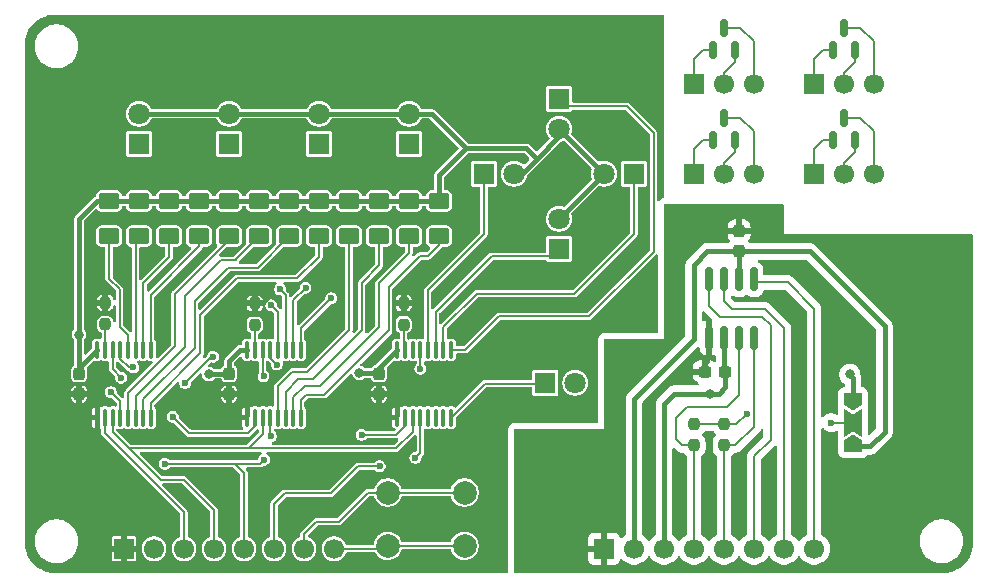
<source format=gbr>
%TF.GenerationSoftware,KiCad,Pcbnew,9.0.5*%
%TF.CreationDate,2025-10-12T13:48:01+02:00*%
%TF.ProjectId,sw63_mk4_displaytestboard,73773633-5f6d-46b3-945f-646973706c61,rev?*%
%TF.SameCoordinates,Original*%
%TF.FileFunction,Copper,L1,Top*%
%TF.FilePolarity,Positive*%
%FSLAX46Y46*%
G04 Gerber Fmt 4.6, Leading zero omitted, Abs format (unit mm)*
G04 Created by KiCad (PCBNEW 9.0.5) date 2025-10-12 13:48:01*
%MOMM*%
%LPD*%
G01*
G04 APERTURE LIST*
G04 Aperture macros list*
%AMRoundRect*
0 Rectangle with rounded corners*
0 $1 Rounding radius*
0 $2 $3 $4 $5 $6 $7 $8 $9 X,Y pos of 4 corners*
0 Add a 4 corners polygon primitive as box body*
4,1,4,$2,$3,$4,$5,$6,$7,$8,$9,$2,$3,0*
0 Add four circle primitives for the rounded corners*
1,1,$1+$1,$2,$3*
1,1,$1+$1,$4,$5*
1,1,$1+$1,$6,$7*
1,1,$1+$1,$8,$9*
0 Add four rect primitives between the rounded corners*
20,1,$1+$1,$2,$3,$4,$5,0*
20,1,$1+$1,$4,$5,$6,$7,0*
20,1,$1+$1,$6,$7,$8,$9,0*
20,1,$1+$1,$8,$9,$2,$3,0*%
%AMFreePoly0*
4,1,6,1.000000,0.000000,0.500000,-0.750000,-0.500000,-0.750000,-0.500000,0.750000,0.500000,0.750000,1.000000,0.000000,1.000000,0.000000,$1*%
%AMFreePoly1*
4,1,7,0.700000,0.000000,1.200000,-0.750000,-1.200000,-0.750000,-0.700000,0.000000,-1.200000,0.750000,1.200000,0.750000,0.700000,0.000000,0.700000,0.000000,$1*%
G04 Aperture macros list end*
%TA.AperFunction,ComponentPad*%
%ADD10C,2.000000*%
%TD*%
%TA.AperFunction,ComponentPad*%
%ADD11R,1.700000X1.700000*%
%TD*%
%TA.AperFunction,ComponentPad*%
%ADD12C,1.700000*%
%TD*%
%TA.AperFunction,SMDPad,CuDef*%
%ADD13RoundRect,0.237500X0.237500X-0.250000X0.237500X0.250000X-0.237500X0.250000X-0.237500X-0.250000X0*%
%TD*%
%TA.AperFunction,SMDPad,CuDef*%
%ADD14FreePoly0,270.000000*%
%TD*%
%TA.AperFunction,SMDPad,CuDef*%
%ADD15FreePoly1,270.000000*%
%TD*%
%TA.AperFunction,SMDPad,CuDef*%
%ADD16FreePoly0,90.000000*%
%TD*%
%TA.AperFunction,SMDPad,CuDef*%
%ADD17RoundRect,0.250001X0.624999X-0.462499X0.624999X0.462499X-0.624999X0.462499X-0.624999X-0.462499X0*%
%TD*%
%TA.AperFunction,ComponentPad*%
%ADD18R,1.800000X1.800000*%
%TD*%
%TA.AperFunction,ComponentPad*%
%ADD19C,1.800000*%
%TD*%
%TA.AperFunction,SMDPad,CuDef*%
%ADD20RoundRect,0.237500X0.237500X-0.300000X0.237500X0.300000X-0.237500X0.300000X-0.237500X-0.300000X0*%
%TD*%
%TA.AperFunction,SMDPad,CuDef*%
%ADD21RoundRect,0.237500X-0.237500X0.300000X-0.237500X-0.300000X0.237500X-0.300000X0.237500X0.300000X0*%
%TD*%
%TA.AperFunction,SMDPad,CuDef*%
%ADD22RoundRect,0.237500X-0.237500X0.250000X-0.237500X-0.250000X0.237500X-0.250000X0.237500X0.250000X0*%
%TD*%
%TA.AperFunction,SMDPad,CuDef*%
%ADD23RoundRect,0.150000X0.150000X-0.587500X0.150000X0.587500X-0.150000X0.587500X-0.150000X-0.587500X0*%
%TD*%
%TA.AperFunction,SMDPad,CuDef*%
%ADD24RoundRect,0.100000X0.100000X-0.637500X0.100000X0.637500X-0.100000X0.637500X-0.100000X-0.637500X0*%
%TD*%
%TA.AperFunction,SMDPad,CuDef*%
%ADD25RoundRect,0.237500X0.300000X0.237500X-0.300000X0.237500X-0.300000X-0.237500X0.300000X-0.237500X0*%
%TD*%
%TA.AperFunction,SMDPad,CuDef*%
%ADD26RoundRect,0.150000X-0.150000X0.825000X-0.150000X-0.825000X0.150000X-0.825000X0.150000X0.825000X0*%
%TD*%
%TA.AperFunction,ViaPad*%
%ADD27C,0.600000*%
%TD*%
%TA.AperFunction,ViaPad*%
%ADD28C,0.800000*%
%TD*%
%TA.AperFunction,Conductor*%
%ADD29C,0.200000*%
%TD*%
%TA.AperFunction,Conductor*%
%ADD30C,0.400000*%
%TD*%
G04 APERTURE END LIST*
D10*
%TO.P,SW1,2,2*%
%TO.N,/BTN_A*%
X108689000Y-107006000D03*
X115189000Y-107006000D03*
%TO.P,SW1,1,1*%
%TO.N,/BTN_B*%
X108689000Y-111506000D03*
X115189000Y-111506000D03*
%TD*%
D11*
%TO.P,J1,1,Pin_1*%
%TO.N,GND*%
X86360000Y-111760000D03*
D12*
%TO.P,J1,2,Pin_2*%
%TO.N,VDD*%
X88900000Y-111760000D03*
%TO.P,J1,3,Pin_3*%
%TO.N,/DATA*%
X91440000Y-111760000D03*
%TO.P,J1,4,Pin_4*%
%TO.N,/CLOCK*%
X93980000Y-111760000D03*
%TO.P,J1,5,Pin_5*%
%TO.N,/LATCH*%
X96520000Y-111760000D03*
%TO.P,J1,6,Pin_6*%
%TO.N,/!OE*%
X99060000Y-111760000D03*
%TO.P,J1,7,Pin_7*%
%TO.N,/BTN_A*%
X101600000Y-111760000D03*
%TO.P,J1,8,Pin_8*%
%TO.N,/BTN_B*%
X104140000Y-111760000D03*
%TD*%
D13*
%TO.P,R3,1*%
%TO.N,Net-(U3-R-EXT)*%
X110034344Y-92781352D03*
%TO.P,R3,2*%
%TO.N,GND*%
X110034344Y-90956352D03*
%TD*%
D14*
%TO.P,JP1,1,A*%
%TO.N,/RTC_VBAT*%
X148082000Y-99092000D03*
D15*
%TO.P,JP1,2,C*%
%TO.N,Net-(JP1-C)*%
X148082000Y-101092000D03*
D16*
%TO.P,JP1,3,B*%
%TO.N,/RTC_VCC*%
X148082000Y-103092000D03*
%TD*%
D17*
%TO.P,D10,1,K*%
%TO.N,Net-(D10-K)*%
X107950000Y-85307500D03*
%TO.P,D10,2,A*%
%TO.N,VDD*%
X107950000Y-82332500D03*
%TD*%
D18*
%TO.P,D14,1,K*%
%TO.N,Net-(D14-K)*%
X95250000Y-77470000D03*
D19*
%TO.P,D14,2,A*%
%TO.N,VDD*%
X95250000Y-74930000D03*
%TD*%
D18*
%TO.P,D16,1,K*%
%TO.N,Net-(D16-K)*%
X110490000Y-77470000D03*
D19*
%TO.P,D16,2,A*%
%TO.N,VDD*%
X110490000Y-74930000D03*
%TD*%
D18*
%TO.P,D21,1,K*%
%TO.N,Net-(D21-K)*%
X122021600Y-97713800D03*
D19*
%TO.P,D21,2,A*%
%TO.N,VDD*%
X124561600Y-97713800D03*
%TD*%
D17*
%TO.P,D8,1,K*%
%TO.N,Net-(D8-K)*%
X102870000Y-85307500D03*
%TO.P,D8,2,A*%
%TO.N,VDD*%
X102870000Y-82332500D03*
%TD*%
D20*
%TO.P,C5,1*%
%TO.N,/RTC_VCC*%
X138430000Y-86587500D03*
%TO.P,C5,2*%
%TO.N,/RTC_GND*%
X138430000Y-84862500D03*
%TD*%
D21*
%TO.P,C3,1*%
%TO.N,VDD*%
X107950000Y-96927500D03*
%TO.P,C3,2*%
%TO.N,GND*%
X107950000Y-98652500D03*
%TD*%
D22*
%TO.P,R5,1*%
%TO.N,Net-(JP1-C)*%
X137160000Y-101195500D03*
%TO.P,R5,2*%
%TO.N,/SCL*%
X137160000Y-103020500D03*
%TD*%
D23*
%TO.P,Q2,1,G*%
%TO.N,Net-(J4-Pin_1)*%
X136210000Y-69517500D03*
%TO.P,Q2,2,S*%
%TO.N,Net-(J4-Pin_2)*%
X138110000Y-69517500D03*
%TO.P,Q2,3,D*%
%TO.N,Net-(J4-Pin_3)*%
X137160000Y-67642500D03*
%TD*%
D17*
%TO.P,D12,1,K*%
%TO.N,Net-(D12-K)*%
X113030000Y-85307500D03*
%TO.P,D12,2,A*%
%TO.N,VDD*%
X113030000Y-82332500D03*
%TD*%
D24*
%TO.P,U3,1,GND*%
%TO.N,GND*%
X109485000Y-100652500D03*
%TO.P,U3,2,SDI*%
%TO.N,Net-(U2-SDO)*%
X110135000Y-100652500D03*
%TO.P,U3,3,CLK*%
%TO.N,/CLOCK*%
X110785000Y-100652500D03*
%TO.P,U3,4,LE(ED1)*%
%TO.N,/LATCH*%
X111435000Y-100652500D03*
%TO.P,U3,5,~{OUT0}*%
%TO.N,unconnected-(U3-~{OUT0}-Pad5)*%
X112085000Y-100652500D03*
%TO.P,U3,6,~{OUT1}*%
%TO.N,unconnected-(U3-~{OUT1}-Pad6)*%
X112735000Y-100652500D03*
%TO.P,U3,7,~{OUT2}*%
%TO.N,unconnected-(U3-~{OUT2}-Pad7)*%
X113385000Y-100652500D03*
%TO.P,U3,8,~{OUT3}*%
%TO.N,Net-(D21-K)*%
X114035000Y-100652500D03*
%TO.P,U3,9,~{OUT4}*%
%TO.N,Net-(D17-K)*%
X114035000Y-94927500D03*
%TO.P,U3,10,~{OUT5}*%
%TO.N,Net-(D18-K)*%
X113385000Y-94927500D03*
%TO.P,U3,11,~{OUT6}*%
%TO.N,Net-(D19-K)*%
X112735000Y-94927500D03*
%TO.P,U3,12,~{OUT7}*%
%TO.N,Net-(D20-K)*%
X112085000Y-94927500D03*
%TO.P,U3,13,~{OE}(ED2)*%
%TO.N,/!OE*%
X111435000Y-94927500D03*
%TO.P,U3,14,SDO*%
%TO.N,unconnected-(U3-SDO-Pad14)*%
X110785000Y-94927500D03*
%TO.P,U3,15,R-EXT*%
%TO.N,Net-(U3-R-EXT)*%
X110135000Y-94927500D03*
%TO.P,U3,16,VDD*%
%TO.N,VDD*%
X109485000Y-94927500D03*
%TD*%
D17*
%TO.P,D9,1,K*%
%TO.N,Net-(D9-K)*%
X105410000Y-85307500D03*
%TO.P,D9,2,A*%
%TO.N,VDD*%
X105410000Y-82332500D03*
%TD*%
D18*
%TO.P,D20,1,K*%
%TO.N,Net-(D20-K)*%
X116840000Y-80010000D03*
D19*
%TO.P,D20,2,A*%
%TO.N,VDD*%
X119380000Y-80010000D03*
%TD*%
D21*
%TO.P,C1,1*%
%TO.N,VDD*%
X82550000Y-96927500D03*
%TO.P,C1,2*%
%TO.N,GND*%
X82550000Y-98652500D03*
%TD*%
D17*
%TO.P,D11,1,K*%
%TO.N,Net-(D11-K)*%
X110490000Y-85307500D03*
%TO.P,D11,2,A*%
%TO.N,VDD*%
X110490000Y-82332500D03*
%TD*%
D18*
%TO.P,D18,1,K*%
%TO.N,Net-(D18-K)*%
X129540000Y-80010000D03*
D19*
%TO.P,D18,2,A*%
%TO.N,VDD*%
X127000000Y-80010000D03*
%TD*%
D23*
%TO.P,Q1,1,G*%
%TO.N,Net-(J3-Pin_1)*%
X136210000Y-77137500D03*
%TO.P,Q1,2,S*%
%TO.N,Net-(J3-Pin_2)*%
X138110000Y-77137500D03*
%TO.P,Q1,3,D*%
%TO.N,Net-(J3-Pin_3)*%
X137160000Y-75262500D03*
%TD*%
D17*
%TO.P,D6,1,K*%
%TO.N,Net-(D6-K)*%
X97790000Y-85307500D03*
%TO.P,D6,2,A*%
%TO.N,VDD*%
X97790000Y-82332500D03*
%TD*%
%TO.P,D4,1,K*%
%TO.N,Net-(D4-K)*%
X92710000Y-85307500D03*
%TO.P,D4,2,A*%
%TO.N,VDD*%
X92710000Y-82332500D03*
%TD*%
%TO.P,D2,1,K*%
%TO.N,Net-(D2-K)*%
X87630000Y-85307500D03*
%TO.P,D2,2,A*%
%TO.N,VDD*%
X87630000Y-82332500D03*
%TD*%
D23*
%TO.P,Q4,1,G*%
%TO.N,Net-(J6-Pin_1)*%
X146370000Y-77137500D03*
%TO.P,Q4,2,S*%
%TO.N,Net-(J6-Pin_2)*%
X148270000Y-77137500D03*
%TO.P,Q4,3,D*%
%TO.N,Net-(J6-Pin_3)*%
X147320000Y-75262500D03*
%TD*%
D17*
%TO.P,D7,1,K*%
%TO.N,Net-(D7-K)*%
X100330000Y-85307500D03*
%TO.P,D7,2,A*%
%TO.N,VDD*%
X100330000Y-82332500D03*
%TD*%
D11*
%TO.P,J4,1,Pin_1*%
%TO.N,Net-(J4-Pin_1)*%
X134620000Y-72390000D03*
D12*
%TO.P,J4,2,Pin_2*%
%TO.N,Net-(J4-Pin_2)*%
X137160000Y-72390000D03*
%TO.P,J4,3,Pin_3*%
%TO.N,Net-(J4-Pin_3)*%
X139700000Y-72390000D03*
%TD*%
D18*
%TO.P,D13,1,K*%
%TO.N,Net-(D13-K)*%
X87630000Y-77470000D03*
D19*
%TO.P,D13,2,A*%
%TO.N,VDD*%
X87630000Y-74930000D03*
%TD*%
D18*
%TO.P,D15,1,K*%
%TO.N,Net-(D15-K)*%
X102870000Y-77470000D03*
D19*
%TO.P,D15,2,A*%
%TO.N,VDD*%
X102870000Y-74930000D03*
%TD*%
D18*
%TO.P,D19,1,K*%
%TO.N,Net-(D19-K)*%
X123190000Y-86360000D03*
D19*
%TO.P,D19,2,A*%
%TO.N,VDD*%
X123190000Y-83820000D03*
%TD*%
D22*
%TO.P,R4,1*%
%TO.N,Net-(JP1-C)*%
X134620000Y-101195500D03*
%TO.P,R4,2*%
%TO.N,/SDA*%
X134620000Y-103020500D03*
%TD*%
D25*
%TO.P,C4,1*%
%TO.N,/RTC_VBAT*%
X137260500Y-96774000D03*
%TO.P,C4,2*%
%TO.N,/RTC_GND*%
X135535500Y-96774000D03*
%TD*%
D11*
%TO.P,J6,1,Pin_1*%
%TO.N,Net-(J6-Pin_1)*%
X144780000Y-80010000D03*
D12*
%TO.P,J6,2,Pin_2*%
%TO.N,Net-(J6-Pin_2)*%
X147320000Y-80010000D03*
%TO.P,J6,3,Pin_3*%
%TO.N,Net-(J6-Pin_3)*%
X149860000Y-80010000D03*
%TD*%
D17*
%TO.P,D3,1,K*%
%TO.N,Net-(D3-K)*%
X90170000Y-85307500D03*
%TO.P,D3,2,A*%
%TO.N,VDD*%
X90170000Y-82332500D03*
%TD*%
D24*
%TO.P,U2,1,GND*%
%TO.N,GND*%
X96785000Y-100652500D03*
%TO.P,U2,2,SDI*%
%TO.N,Net-(U1-SDO)*%
X97435000Y-100652500D03*
%TO.P,U2,3,CLK*%
%TO.N,/CLOCK*%
X98085000Y-100652500D03*
%TO.P,U2,4,LE(ED1)*%
%TO.N,/LATCH*%
X98735000Y-100652500D03*
%TO.P,U2,5,~{OUT0}*%
%TO.N,Net-(D9-K)*%
X99385000Y-100652500D03*
%TO.P,U2,6,~{OUT1}*%
%TO.N,Net-(D10-K)*%
X100035000Y-100652500D03*
%TO.P,U2,7,~{OUT2}*%
%TO.N,Net-(D11-K)*%
X100685000Y-100652500D03*
%TO.P,U2,8,~{OUT3}*%
%TO.N,Net-(D12-K)*%
X101335000Y-100652500D03*
%TO.P,U2,9,~{OUT4}*%
%TO.N,Net-(D16-K)*%
X101335000Y-94927500D03*
%TO.P,U2,10,~{OUT5}*%
%TO.N,Net-(D15-K)*%
X100685000Y-94927500D03*
%TO.P,U2,11,~{OUT6}*%
%TO.N,Net-(D14-K)*%
X100035000Y-94927500D03*
%TO.P,U2,12,~{OUT7}*%
%TO.N,Net-(D13-K)*%
X99385000Y-94927500D03*
%TO.P,U2,13,~{OE}(ED2)*%
%TO.N,/!OE*%
X98735000Y-94927500D03*
%TO.P,U2,14,SDO*%
%TO.N,Net-(U2-SDO)*%
X98085000Y-94927500D03*
%TO.P,U2,15,R-EXT*%
%TO.N,Net-(U2-R-EXT)*%
X97435000Y-94927500D03*
%TO.P,U2,16,VDD*%
%TO.N,VDD*%
X96785000Y-94927500D03*
%TD*%
D23*
%TO.P,Q3,1,G*%
%TO.N,Net-(J5-Pin_1)*%
X146370000Y-69517500D03*
%TO.P,Q3,2,S*%
%TO.N,Net-(J5-Pin_2)*%
X148270000Y-69517500D03*
%TO.P,Q3,3,D*%
%TO.N,Net-(J5-Pin_3)*%
X147320000Y-67642500D03*
%TD*%
D11*
%TO.P,J3,1,Pin_1*%
%TO.N,Net-(J3-Pin_1)*%
X134620000Y-80010000D03*
D12*
%TO.P,J3,2,Pin_2*%
%TO.N,Net-(J3-Pin_2)*%
X137160000Y-80010000D03*
%TO.P,J3,3,Pin_3*%
%TO.N,Net-(J3-Pin_3)*%
X139700000Y-80010000D03*
%TD*%
D21*
%TO.P,C2,1*%
%TO.N,VDD*%
X95250000Y-96927500D03*
%TO.P,C2,2*%
%TO.N,GND*%
X95250000Y-98652500D03*
%TD*%
D17*
%TO.P,D1,1,K*%
%TO.N,Net-(D1-K)*%
X85090000Y-85307500D03*
%TO.P,D1,2,A*%
%TO.N,VDD*%
X85090000Y-82332500D03*
%TD*%
D13*
%TO.P,R1,1*%
%TO.N,Net-(U1-R-EXT)*%
X84756760Y-92763093D03*
%TO.P,R1,2*%
%TO.N,GND*%
X84756760Y-90938093D03*
%TD*%
D17*
%TO.P,D5,1,K*%
%TO.N,Net-(D5-K)*%
X95250000Y-85307500D03*
%TO.P,D5,2,A*%
%TO.N,VDD*%
X95250000Y-82332500D03*
%TD*%
D11*
%TO.P,J5,1,Pin_1*%
%TO.N,Net-(J5-Pin_1)*%
X144780000Y-72390000D03*
D12*
%TO.P,J5,2,Pin_2*%
%TO.N,Net-(J5-Pin_2)*%
X147320000Y-72390000D03*
%TO.P,J5,3,Pin_3*%
%TO.N,Net-(J5-Pin_3)*%
X149860000Y-72390000D03*
%TD*%
D18*
%TO.P,D17,1,K*%
%TO.N,Net-(D17-K)*%
X123190000Y-73660000D03*
D19*
%TO.P,D17,2,A*%
%TO.N,VDD*%
X123190000Y-76200000D03*
%TD*%
D24*
%TO.P,U1,1,GND*%
%TO.N,GND*%
X84085000Y-100652500D03*
%TO.P,U1,2,SDI*%
%TO.N,/DATA*%
X84735000Y-100652500D03*
%TO.P,U1,3,CLK*%
%TO.N,/CLOCK*%
X85385000Y-100652500D03*
%TO.P,U1,4,LE(ED1)*%
%TO.N,/LATCH*%
X86035000Y-100652500D03*
%TO.P,U1,5,~{OUT0}*%
%TO.N,Net-(D5-K)*%
X86685000Y-100652500D03*
%TO.P,U1,6,~{OUT1}*%
%TO.N,Net-(D6-K)*%
X87335000Y-100652500D03*
%TO.P,U1,7,~{OUT2}*%
%TO.N,Net-(D7-K)*%
X87985000Y-100652500D03*
%TO.P,U1,8,~{OUT3}*%
%TO.N,Net-(D8-K)*%
X88635000Y-100652500D03*
%TO.P,U1,9,~{OUT4}*%
%TO.N,Net-(D4-K)*%
X88635000Y-94927500D03*
%TO.P,U1,10,~{OUT5}*%
%TO.N,Net-(D3-K)*%
X87985000Y-94927500D03*
%TO.P,U1,11,~{OUT6}*%
%TO.N,Net-(D2-K)*%
X87335000Y-94927500D03*
%TO.P,U1,12,~{OUT7}*%
%TO.N,Net-(D1-K)*%
X86685000Y-94927500D03*
%TO.P,U1,13,~{OE}(ED2)*%
%TO.N,/!OE*%
X86035000Y-94927500D03*
%TO.P,U1,14,SDO*%
%TO.N,Net-(U1-SDO)*%
X85385000Y-94927500D03*
%TO.P,U1,15,R-EXT*%
%TO.N,Net-(U1-R-EXT)*%
X84735000Y-94927500D03*
%TO.P,U1,16,VDD*%
%TO.N,VDD*%
X84085000Y-94927500D03*
%TD*%
D26*
%TO.P,U4,1,32KHZ*%
%TO.N,/32KHZ*%
X139700000Y-88965000D03*
%TO.P,U4,2,VCC*%
%TO.N,/RTC_VCC*%
X138430000Y-88965000D03*
%TO.P,U4,3,~{INT}/SQW*%
%TO.N,/!INT*%
X137160000Y-88965000D03*
%TO.P,U4,4,~{RST}*%
%TO.N,/!RST*%
X135890000Y-88965000D03*
%TO.P,U4,5,GND*%
%TO.N,/RTC_GND*%
X135890000Y-93915000D03*
%TO.P,U4,6,VBAT*%
%TO.N,/RTC_VBAT*%
X137160000Y-93915000D03*
%TO.P,U4,7,SDA*%
%TO.N,/SDA*%
X138430000Y-93915000D03*
%TO.P,U4,8,SCL*%
%TO.N,/SCL*%
X139700000Y-93915000D03*
%TD*%
D13*
%TO.P,R2,1*%
%TO.N,Net-(U2-R-EXT)*%
X97430033Y-92807516D03*
%TO.P,R2,2*%
%TO.N,GND*%
X97430033Y-90982516D03*
%TD*%
D11*
%TO.P,J2,1,Pin_1*%
%TO.N,/RTC_GND*%
X127000000Y-111760000D03*
D12*
%TO.P,J2,2,Pin_2*%
%TO.N,/RTC_VCC*%
X129540000Y-111760000D03*
%TO.P,J2,3,Pin_3*%
%TO.N,/RTC_VBAT*%
X132080000Y-111760000D03*
%TO.P,J2,4,Pin_4*%
%TO.N,/SDA*%
X134620000Y-111760000D03*
%TO.P,J2,5,Pin_5*%
%TO.N,/SCL*%
X137160000Y-111760000D03*
%TO.P,J2,6,Pin_6*%
%TO.N,/!RST*%
X139700000Y-111760000D03*
%TO.P,J2,7,Pin_7*%
%TO.N,/!INT*%
X142240000Y-111760000D03*
%TO.P,J2,8,Pin_8*%
%TO.N,/32KHZ*%
X144780000Y-111760000D03*
%TD*%
D27*
%TO.N,GND*%
X106299000Y-110109000D03*
X117348000Y-109601000D03*
X112141000Y-109728000D03*
X113284000Y-102870000D03*
X109601000Y-104394000D03*
X106680000Y-104013000D03*
X107315000Y-89535000D03*
X111125000Y-88900000D03*
X111760000Y-88265000D03*
X113030000Y-77470000D03*
X117475000Y-75565000D03*
X128905000Y-71755000D03*
X117475000Y-71755000D03*
X91440000Y-71120000D03*
X99060000Y-71120000D03*
X106680000Y-71120000D03*
X106680000Y-79375000D03*
X106680000Y-77470000D03*
X99060000Y-79375000D03*
X99060000Y-77470000D03*
X91403924Y-77357157D03*
X91440000Y-79375000D03*
X79989654Y-87725118D03*
X80010000Y-86360000D03*
X83820000Y-86995000D03*
X88900000Y-86995000D03*
X86360000Y-87630000D03*
X99060000Y-87630000D03*
X104140000Y-87630000D03*
X103505000Y-92075000D03*
X101600000Y-91440000D03*
X95250000Y-92075000D03*
X103251000Y-105791000D03*
X112522000Y-107950000D03*
X114935000Y-102870000D03*
X114935000Y-105410000D03*
X116840000Y-105410000D03*
X116840000Y-100330000D03*
X116840000Y-102870000D03*
X129540000Y-90805000D03*
X128905000Y-86995000D03*
X128270000Y-85090000D03*
X128905000Y-83820000D03*
X130175000Y-85090000D03*
X130175000Y-83185000D03*
X127000000Y-77470000D03*
X127000000Y-76200000D03*
X123190000Y-80645000D03*
X123190000Y-79375000D03*
X115570000Y-81915000D03*
X115570000Y-83185000D03*
X118745000Y-83185000D03*
X118745000Y-84455000D03*
X121285000Y-94615000D03*
X119380000Y-94615000D03*
X120650000Y-91440000D03*
X121920000Y-88900000D03*
X120015000Y-88900000D03*
X118110000Y-88900000D03*
X116840000Y-91440000D03*
X115570000Y-92710000D03*
X113030000Y-96520000D03*
X113030000Y-97790000D03*
X107950000Y-95250000D03*
X106045000Y-99695000D03*
X102870000Y-100965000D03*
X99314000Y-104775000D03*
X99695000Y-105791000D03*
X97790000Y-106045000D03*
X95250000Y-106045000D03*
X83185000Y-104140000D03*
X85090000Y-104140000D03*
X89535000Y-102235000D03*
X84455000Y-97155000D03*
X80010000Y-85090000D03*
X80010000Y-83820000D03*
X83820000Y-89535000D03*
X83820000Y-88265000D03*
X93980000Y-92075000D03*
X89535000Y-92710000D03*
X89535000Y-91440000D03*
X92075000Y-99060000D03*
X97790000Y-98425000D03*
X94615000Y-100965000D03*
D28*
%TO.N,VDD*%
X106275000Y-96875000D03*
X82550000Y-93625000D03*
X93550000Y-96975000D03*
D27*
%TO.N,Net-(D13-K)*%
X98825000Y-91150000D03*
%TO.N,Net-(D14-K)*%
X99568000Y-89789000D03*
%TO.N,Net-(D15-K)*%
X101725000Y-89675000D03*
%TO.N,Net-(D16-K)*%
X103900000Y-90550000D03*
%TO.N,/LATCH*%
X85250000Y-98500000D03*
X89825000Y-104575000D03*
X98800000Y-102225000D03*
X98225000Y-104225000D03*
X111025000Y-104075000D03*
%TO.N,/!OE*%
X91525000Y-97725000D03*
X111450000Y-96525000D03*
X93900000Y-95500000D03*
X99305399Y-96165000D03*
X87150000Y-96400000D03*
X108000000Y-104775000D03*
%TO.N,Net-(U1-SDO)*%
X86106000Y-97282000D03*
X90475000Y-100575000D03*
%TO.N,Net-(U2-SDO)*%
X98171000Y-97155000D03*
X106475000Y-102125000D03*
%TO.N,/RTC_GND*%
X130810000Y-106680000D03*
X152400000Y-104140000D03*
X147320000Y-92710000D03*
X147320000Y-91440000D03*
X140970000Y-106680000D03*
X152400000Y-86360000D03*
X135890000Y-104140000D03*
X147320000Y-106680000D03*
X134620000Y-83820000D03*
X127000000Y-106680000D03*
X133350000Y-106680000D03*
X138430000Y-104140000D03*
X135890000Y-106680000D03*
X129540000Y-96520000D03*
X143510000Y-93345000D03*
X124460000Y-104140000D03*
X133985000Y-97155000D03*
X130810000Y-100965000D03*
X149860000Y-88900000D03*
X152400000Y-88900000D03*
X127000000Y-104140000D03*
X143510000Y-98425000D03*
X140970000Y-104140000D03*
X124460000Y-106680000D03*
X144780000Y-88900000D03*
X143510000Y-101600000D03*
X149860000Y-86360000D03*
X138430000Y-106680000D03*
X143510000Y-106680000D03*
X143510000Y-95250000D03*
X139700000Y-83820000D03*
X137160000Y-83820000D03*
X130810000Y-104140000D03*
X149860000Y-106680000D03*
X143510000Y-104140000D03*
X133350000Y-104140000D03*
D28*
%TO.N,/RTC_VBAT*%
X147802600Y-97002600D03*
X135991600Y-98628200D03*
D27*
%TO.N,Net-(JP1-C)*%
X139065000Y-100330000D03*
X146228308Y-101092568D03*
%TD*%
D29*
%TO.N,/BTN_A*%
X108689000Y-107006000D02*
X106989000Y-107006000D01*
X106989000Y-107006000D02*
X104521000Y-109474000D01*
X104521000Y-109474000D02*
X102616000Y-109474000D01*
X102616000Y-109474000D02*
X101600000Y-110490000D01*
X101600000Y-110490000D02*
X101600000Y-111760000D01*
X115189000Y-107006000D02*
X108689000Y-107006000D01*
%TO.N,/BTN_B*%
X108689000Y-111506000D02*
X115189000Y-111506000D01*
X104140000Y-111760000D02*
X108435000Y-111760000D01*
X108435000Y-111760000D02*
X108689000Y-111506000D01*
%TO.N,/!OE*%
X99060000Y-111760000D02*
X99060000Y-107950000D01*
X106172000Y-104775000D02*
X108000000Y-104775000D01*
X99060000Y-107950000D02*
X99949000Y-107061000D01*
X99949000Y-107061000D02*
X103886000Y-107061000D01*
X103886000Y-107061000D02*
X106172000Y-104775000D01*
%TO.N,/LATCH*%
X96520000Y-111760000D02*
X96520000Y-109093000D01*
X89825000Y-104575000D02*
X95758000Y-104575000D01*
X96520000Y-109093000D02*
X96520000Y-105337000D01*
X96520000Y-105337000D02*
X95758000Y-104575000D01*
X96520000Y-109093000D02*
X96520000Y-108839000D01*
%TO.N,/CLOCK*%
X86825000Y-103300000D02*
X89450000Y-105925000D01*
X89450000Y-105925000D02*
X91447000Y-105925000D01*
X93980000Y-108458000D02*
X93980000Y-111760000D01*
X91447000Y-105925000D02*
X93980000Y-108458000D01*
%TO.N,/DATA*%
X84735000Y-100652500D02*
X84735000Y-101985000D01*
X84735000Y-101985000D02*
X91440000Y-108690000D01*
X91440000Y-108690000D02*
X91440000Y-111760000D01*
%TO.N,Net-(D17-K)*%
X114035000Y-94927500D02*
X115257500Y-94927500D01*
X115257500Y-94927500D02*
X118110000Y-92075000D01*
X123825000Y-74295000D02*
X123190000Y-73660000D01*
X131191000Y-86614000D02*
X131191000Y-76581000D01*
X118110000Y-92075000D02*
X125730000Y-92075000D01*
X125730000Y-92075000D02*
X131191000Y-86614000D01*
X131191000Y-76581000D02*
X128905000Y-74295000D01*
X128905000Y-74295000D02*
X123825000Y-74295000D01*
%TO.N,Net-(D11-K)*%
X110490000Y-85307500D02*
X110490000Y-86710000D01*
X110490000Y-86710000D02*
X107950000Y-89250000D01*
X107950000Y-89250000D02*
X107950000Y-92964000D01*
X107950000Y-92964000D02*
X102964000Y-97950000D01*
X102964000Y-97950000D02*
X101650000Y-97950000D01*
X101650000Y-97950000D02*
X100685000Y-98915000D01*
X100685000Y-98915000D02*
X100685000Y-100652500D01*
%TO.N,Net-(D14-K)*%
X100035000Y-90256000D02*
X99568000Y-89789000D01*
X100035000Y-94927500D02*
X100035000Y-90256000D01*
%TO.N,Net-(U2-SDO)*%
X98085000Y-97069000D02*
X98171000Y-97155000D01*
X98085000Y-94927500D02*
X98085000Y-97069000D01*
%TO.N,Net-(U1-SDO)*%
X85385000Y-96561000D02*
X86106000Y-97282000D01*
X85385000Y-94927500D02*
X85385000Y-96561000D01*
%TO.N,/CLOCK*%
X98085000Y-100652500D02*
X98085000Y-102067000D01*
X98085000Y-102067000D02*
X96901000Y-103251000D01*
X96901000Y-103251000D02*
X96855000Y-103251000D01*
X86825000Y-103300000D02*
X86874000Y-103251000D01*
X86874000Y-103251000D02*
X96855000Y-103251000D01*
X96855000Y-103251000D02*
X109374000Y-103251000D01*
X109374000Y-103251000D02*
X110785000Y-101840000D01*
X110785000Y-101840000D02*
X110785000Y-100652500D01*
%TO.N,Net-(U1-SDO)*%
X97435000Y-100652500D02*
X97435000Y-101389999D01*
X97435000Y-101389999D02*
X96843999Y-101981000D01*
X96843999Y-101981000D02*
X91881000Y-101981000D01*
X91881000Y-101981000D02*
X90475000Y-100575000D01*
%TO.N,Net-(D7-K)*%
X100330000Y-85307500D02*
X97662500Y-87975000D01*
X97662500Y-87975000D02*
X95175000Y-87975000D01*
X92350000Y-90800000D02*
X92350000Y-94742250D01*
X92350000Y-94742250D02*
X87985000Y-99107250D01*
X95175000Y-87975000D02*
X92350000Y-90800000D01*
X87985000Y-99107250D02*
X87985000Y-100652500D01*
%TO.N,Net-(D6-K)*%
X87335000Y-100652500D02*
X87335000Y-98819500D01*
X91500000Y-90392100D02*
X94567100Y-87325000D01*
X91500000Y-94654500D02*
X91500000Y-90392100D01*
X87335000Y-98819500D02*
X91500000Y-94654500D01*
X95825000Y-87272500D02*
X97790000Y-85307500D01*
X94567100Y-87325000D02*
X95825000Y-87325000D01*
X95825000Y-87325000D02*
X95825000Y-87272500D01*
%TO.N,Net-(D5-K)*%
X95250000Y-85307500D02*
X95250000Y-85582500D01*
X90678000Y-94572000D02*
X86685000Y-98565000D01*
X95250000Y-85582500D02*
X90678000Y-90154500D01*
X86685000Y-98565000D02*
X86685000Y-100652500D01*
X90678000Y-90154500D02*
X90678000Y-94572000D01*
%TO.N,Net-(D1-K)*%
X85090000Y-85307500D02*
X85090000Y-88900000D01*
X86685000Y-93670000D02*
X86685000Y-94927500D01*
X85090000Y-88900000D02*
X85979000Y-89789000D01*
X85979000Y-89789000D02*
X85979000Y-92964000D01*
X85979000Y-92964000D02*
X86685000Y-93670000D01*
D30*
%TO.N,/RTC_VCC*%
X138430000Y-86587500D02*
X135751400Y-86587500D01*
X135751400Y-86587500D02*
X134594600Y-87744300D01*
X129540000Y-99060000D02*
X129540000Y-111760000D01*
X134594600Y-87744300D02*
X134594600Y-94005400D01*
X134594600Y-94005400D02*
X129540000Y-99060000D01*
%TO.N,VDD*%
X82550000Y-93625000D02*
X82550000Y-83820000D01*
X82550000Y-83820000D02*
X84037500Y-82332500D01*
X84037500Y-82332500D02*
X85090000Y-82332500D01*
D29*
%TO.N,Net-(D9-K)*%
X105410000Y-85307500D02*
X105410000Y-93237500D01*
X99385000Y-97990000D02*
X99385000Y-100652500D01*
X105410000Y-93237500D02*
X101872500Y-96775000D01*
X101872500Y-96775000D02*
X100600000Y-96775000D01*
X100600000Y-96775000D02*
X99385000Y-97990000D01*
D30*
%TO.N,VDD*%
X82550000Y-96462500D02*
X84085000Y-94927500D01*
X106275000Y-96875000D02*
X107897500Y-96875000D01*
X119380000Y-80010000D02*
X120015000Y-80010000D01*
X110490000Y-82332500D02*
X107950000Y-82332500D01*
X82550000Y-96927500D02*
X82550000Y-93625000D01*
X110490000Y-74930000D02*
X87630000Y-74930000D01*
X107950000Y-96927500D02*
X107950000Y-96462500D01*
X95250000Y-95856250D02*
X96178750Y-94927500D01*
X95250000Y-96927500D02*
X93597500Y-96927500D01*
X113030000Y-80145000D02*
X115320000Y-77855000D01*
X95250000Y-96927500D02*
X95250000Y-95856250D01*
X96178750Y-94927500D02*
X96785000Y-94927500D01*
X113030000Y-82332500D02*
X113030000Y-80145000D01*
X120400000Y-77855000D02*
X121285000Y-78740000D01*
X121285000Y-78740000D02*
X123190000Y-76835000D01*
X113030000Y-82332500D02*
X110490000Y-82332500D01*
X115320000Y-77855000D02*
X115325000Y-77850000D01*
X123113800Y-76276200D02*
X123190000Y-76200000D01*
X120015000Y-80010000D02*
X121285000Y-78740000D01*
X107897500Y-96875000D02*
X107950000Y-96927500D01*
X115325000Y-77850000D02*
X112405000Y-74930000D01*
X127000000Y-80010000D02*
X123190000Y-83820000D01*
X82550000Y-96927500D02*
X82550000Y-96462500D01*
X115320000Y-77855000D02*
X120400000Y-77855000D01*
X93597500Y-96927500D02*
X93550000Y-96975000D01*
X127000000Y-80010000D02*
X123190000Y-76200000D01*
X123190000Y-76835000D02*
X123190000Y-76200000D01*
X107950000Y-96462500D02*
X109485000Y-94927500D01*
X85090000Y-82332500D02*
X107950000Y-82332500D01*
X112405000Y-74930000D02*
X110490000Y-74930000D01*
D29*
%TO.N,Net-(D2-K)*%
X87630000Y-85307500D02*
X87335000Y-85602500D01*
X87335000Y-85602500D02*
X87335000Y-94927500D01*
%TO.N,Net-(D3-K)*%
X90170000Y-85307500D02*
X90170000Y-87080000D01*
X90170000Y-87080000D02*
X87985000Y-89265000D01*
X87985000Y-89265000D02*
X87985000Y-94927500D01*
%TO.N,Net-(D4-K)*%
X92710000Y-85307500D02*
X92710000Y-86165000D01*
X92710000Y-86165000D02*
X88635000Y-90240000D01*
X88635000Y-90240000D02*
X88635000Y-94927500D01*
%TO.N,Net-(D10-K)*%
X100035000Y-100652500D02*
X100035000Y-98457100D01*
X107950000Y-87775000D02*
X107950000Y-85307500D01*
X102391450Y-97383550D02*
X106500000Y-93275000D01*
X101108550Y-97383550D02*
X102391450Y-97383550D01*
X100035000Y-98457100D02*
X101108550Y-97383550D01*
X106500000Y-93275000D02*
X106500000Y-89225000D01*
X106500000Y-89225000D02*
X107950000Y-87775000D01*
%TO.N,Net-(D12-K)*%
X101335000Y-100652500D02*
X101335000Y-99190000D01*
X101335000Y-99190000D02*
X101800000Y-98725000D01*
X112100000Y-86975000D02*
X113030000Y-86045000D01*
X108776000Y-93274000D02*
X108776000Y-89575000D01*
X108776000Y-89575000D02*
X111376000Y-86975000D01*
X113030000Y-86045000D02*
X113030000Y-85307500D01*
X101800000Y-98725000D02*
X103325000Y-98725000D01*
X111376000Y-86975000D02*
X112100000Y-86975000D01*
X103325000Y-98725000D02*
X108776000Y-93274000D01*
%TO.N,Net-(D13-K)*%
X99385000Y-94927500D02*
X99385000Y-91710000D01*
X99385000Y-91710000D02*
X98825000Y-91150000D01*
%TO.N,Net-(D15-K)*%
X100685000Y-90715000D02*
X101725000Y-89675000D01*
X100685000Y-94927500D02*
X100685000Y-90715000D01*
%TO.N,Net-(D16-K)*%
X101335000Y-94927500D02*
X101335000Y-93115000D01*
X101335000Y-93115000D02*
X103900000Y-90550000D01*
%TO.N,Net-(D17-K)*%
X123266200Y-73736200D02*
X123190000Y-73660000D01*
%TO.N,Net-(D18-K)*%
X129540000Y-80010000D02*
X129540000Y-85090000D01*
X113385000Y-92990000D02*
X113385000Y-94927500D01*
X116205000Y-90170000D02*
X113385000Y-92990000D01*
X129540000Y-85090000D02*
X124460000Y-90170000D01*
X124460000Y-90170000D02*
X116205000Y-90170000D01*
%TO.N,Net-(D19-K)*%
X123113800Y-86436200D02*
X123190000Y-86360000D01*
X112735000Y-94927500D02*
X112735000Y-91735000D01*
X112735000Y-91735000D02*
X117475000Y-86995000D01*
X122555000Y-86995000D02*
X123190000Y-86360000D01*
X117475000Y-86995000D02*
X122555000Y-86995000D01*
%TO.N,Net-(D20-K)*%
X116840000Y-85090000D02*
X112085000Y-89845000D01*
X112085000Y-89845000D02*
X112085000Y-94927500D01*
X116840000Y-80645000D02*
X116840000Y-80010000D01*
X116890800Y-80695800D02*
X116840000Y-80645000D01*
X116840000Y-80010000D02*
X116840000Y-85090000D01*
%TO.N,Net-(D21-K)*%
X122021600Y-97713800D02*
X121945400Y-97790000D01*
X121945400Y-97790000D02*
X116897500Y-97790000D01*
X116897500Y-97790000D02*
X114035000Y-100652500D01*
%TO.N,/LATCH*%
X97875000Y-104575000D02*
X98225000Y-104225000D01*
X95758000Y-104575000D02*
X97875000Y-104575000D01*
X86035000Y-100652500D02*
X86035000Y-99285000D01*
X98735000Y-102160000D02*
X98800000Y-102225000D01*
X111025000Y-104075000D02*
X111435000Y-103665000D01*
X98735000Y-100652500D02*
X98735000Y-102160000D01*
X86035000Y-99285000D02*
X85250000Y-98500000D01*
X111435000Y-103665000D02*
X111435000Y-100652500D01*
%TO.N,/!OE*%
X93750000Y-95500000D02*
X93900000Y-95500000D01*
X91525000Y-97725000D02*
X93750000Y-95500000D01*
X111450000Y-94942500D02*
X111435000Y-94927500D01*
X98735000Y-94927500D02*
X98735000Y-95594601D01*
X86035000Y-95664999D02*
X86770001Y-96400000D01*
X86035000Y-94927500D02*
X86035000Y-95664999D01*
X111450000Y-96525000D02*
X111450000Y-94942500D01*
X98735000Y-95594601D02*
X99305399Y-96165000D01*
X86770001Y-96400000D02*
X87150000Y-96400000D01*
%TO.N,/CLOCK*%
X85385000Y-101860000D02*
X86825000Y-103300000D01*
X85385000Y-100652500D02*
X85385000Y-101860000D01*
%TO.N,Net-(U1-R-EXT)*%
X84756760Y-94905740D02*
X84735000Y-94927500D01*
X84756760Y-92763093D02*
X84756760Y-94905740D01*
%TO.N,Net-(U2-R-EXT)*%
X97430033Y-92807516D02*
X97430033Y-94922533D01*
X97430033Y-94922533D02*
X97435000Y-94927500D01*
%TO.N,Net-(U3-R-EXT)*%
X110034344Y-94826844D02*
X110135000Y-94927500D01*
X110034344Y-92781352D02*
X110034344Y-94826844D01*
%TO.N,Net-(U2-SDO)*%
X109399999Y-102125000D02*
X110135000Y-101389999D01*
X110135000Y-101389999D02*
X110135000Y-100652500D01*
X106475000Y-102125000D02*
X109399999Y-102125000D01*
%TO.N,Net-(D8-K)*%
X95900000Y-88875000D02*
X101025000Y-88875000D01*
X101025000Y-88875000D02*
X102870000Y-87030000D01*
X88635000Y-100652500D02*
X88635000Y-99415000D01*
X102870000Y-87030000D02*
X102870000Y-85307500D01*
X92825000Y-95225000D02*
X92825000Y-91950000D01*
X92825000Y-91950000D02*
X95900000Y-88875000D01*
X88635000Y-99415000D02*
X92825000Y-95225000D01*
%TO.N,/RTC_GND*%
X135535500Y-96290300D02*
X135890000Y-95935800D01*
X135890000Y-95935800D02*
X135890000Y-93915000D01*
X135535500Y-96774000D02*
X135535500Y-96290300D01*
D30*
%TO.N,/RTC_VBAT*%
X132080000Y-111760000D02*
X132080000Y-99466400D01*
X135991600Y-98628200D02*
X136702800Y-98628200D01*
X148082000Y-97282000D02*
X147802600Y-97002600D01*
X137260500Y-98070500D02*
X137260500Y-96774000D01*
X148082000Y-99092000D02*
X148082000Y-97282000D01*
X137160000Y-93915000D02*
X137160000Y-96673500D01*
X132918200Y-98628200D02*
X135991600Y-98628200D01*
X136702800Y-98628200D02*
X137260500Y-98070500D01*
X132080000Y-99466400D02*
X132918200Y-98628200D01*
X137160000Y-96673500D02*
X137260500Y-96774000D01*
%TO.N,/RTC_VCC*%
X150749000Y-101879400D02*
X150749000Y-92938600D01*
X148082000Y-103092000D02*
X149536400Y-103092000D01*
X138430000Y-88965000D02*
X138430000Y-86587500D01*
X144397900Y-86587500D02*
X138430000Y-86587500D01*
X149536400Y-103092000D02*
X150749000Y-101879400D01*
X150749000Y-92938600D02*
X144397900Y-86587500D01*
D29*
%TO.N,/SDA*%
X133076235Y-100671541D02*
X133076235Y-102455892D01*
X134001976Y-99745800D02*
X133076235Y-100671541D01*
X138430000Y-98755200D02*
X137439400Y-99745800D01*
X133600745Y-103020500D02*
X134620000Y-103020500D01*
X138430000Y-93915000D02*
X138430000Y-98755200D01*
X133056186Y-102475941D02*
X133600745Y-103020500D01*
X137439400Y-99745800D02*
X134001976Y-99745800D01*
X133076235Y-102455892D02*
X133056186Y-102475941D01*
X134620000Y-103020500D02*
X134620000Y-111760000D01*
%TO.N,Net-(JP1-C)*%
X138199500Y-101195500D02*
X139065000Y-100330000D01*
X146228876Y-101092000D02*
X146228308Y-101092568D01*
X137160000Y-101195500D02*
X138199500Y-101195500D01*
X137160000Y-101195500D02*
X134620000Y-101195500D01*
X148082000Y-101092000D02*
X146228876Y-101092000D01*
%TO.N,/SCL*%
X137160000Y-103020500D02*
X137160000Y-111760000D01*
X139700000Y-101445817D02*
X139700000Y-93915000D01*
X138125317Y-103020500D02*
X139700000Y-101445817D01*
X137160000Y-103020500D02*
X138125317Y-103020500D01*
%TO.N,/32KHZ*%
X144780000Y-91440000D02*
X144780000Y-111760000D01*
X142559000Y-89219000D02*
X144780000Y-91440000D01*
X139700000Y-88965000D02*
X139954000Y-89219000D01*
X139954000Y-89219000D02*
X142559000Y-89219000D01*
%TO.N,/!INT*%
X142240000Y-111760000D02*
X142240000Y-93065600D01*
X137160000Y-90805000D02*
X137160000Y-88965000D01*
X137845800Y-91490800D02*
X137160000Y-90805000D01*
X140665200Y-91490800D02*
X137845800Y-91490800D01*
X142240000Y-93065600D02*
X140665200Y-91490800D01*
%TO.N,/!RST*%
X135890000Y-91236800D02*
X136804400Y-92151200D01*
X139700000Y-103936800D02*
X139700000Y-111760000D01*
X141097000Y-92837000D02*
X141097000Y-102539800D01*
X141097000Y-102539800D02*
X139700000Y-103936800D01*
X136804400Y-92151200D02*
X140411200Y-92151200D01*
X135890000Y-88965000D02*
X135890000Y-91236800D01*
X140411200Y-92151200D02*
X141097000Y-92837000D01*
%TO.N,Net-(J3-Pin_2)*%
X137160000Y-80010000D02*
X137160000Y-79095600D01*
X138110000Y-78145600D02*
X138110000Y-77137500D01*
X137160000Y-79095600D02*
X138110000Y-78145600D01*
%TO.N,Net-(J3-Pin_3)*%
X139700000Y-80010000D02*
X139700000Y-76429792D01*
X139700000Y-76429792D02*
X138532708Y-75262500D01*
X138532708Y-75262500D02*
X137160000Y-75262500D01*
%TO.N,Net-(J3-Pin_1)*%
X135356600Y-77139800D02*
X135737600Y-77139800D01*
X135737600Y-77139800D02*
X135739900Y-77137500D01*
X135739900Y-77137500D02*
X136210000Y-77137500D01*
X134620000Y-77876400D02*
X135356600Y-77139800D01*
X134620000Y-80010000D02*
X134620000Y-77876400D01*
%TO.N,Net-(J4-Pin_3)*%
X138532708Y-67642500D02*
X137160000Y-67642500D01*
X139700000Y-68809792D02*
X138532708Y-67642500D01*
X139700000Y-72390000D02*
X139700000Y-68809792D01*
%TO.N,Net-(J4-Pin_2)*%
X138110000Y-70525600D02*
X138110000Y-69517500D01*
X137160000Y-71475600D02*
X138110000Y-70525600D01*
X137160000Y-72390000D02*
X137160000Y-71475600D01*
%TO.N,Net-(J4-Pin_1)*%
X135356600Y-69519800D02*
X135737600Y-69519800D01*
X135737600Y-69519800D02*
X135739900Y-69517500D01*
X134620000Y-72390000D02*
X134620000Y-70256400D01*
X135739900Y-69517500D02*
X136210000Y-69517500D01*
X134620000Y-70256400D02*
X135356600Y-69519800D01*
%TO.N,Net-(J5-Pin_1)*%
X144780000Y-70256400D02*
X145516600Y-69519800D01*
X145899900Y-69517500D02*
X146370000Y-69517500D01*
X145897600Y-69519800D02*
X145899900Y-69517500D01*
X145516600Y-69519800D02*
X145897600Y-69519800D01*
X144780000Y-72390000D02*
X144780000Y-70256400D01*
%TO.N,Net-(J5-Pin_2)*%
X147320000Y-71475600D02*
X148270000Y-70525600D01*
X148270000Y-70525600D02*
X148270000Y-69517500D01*
X147320000Y-72390000D02*
X147320000Y-71475600D01*
%TO.N,Net-(J5-Pin_3)*%
X149860000Y-72390000D02*
X149860000Y-68809792D01*
X148692708Y-67642500D02*
X147320000Y-67642500D01*
X149860000Y-68809792D02*
X148692708Y-67642500D01*
%TO.N,Net-(J6-Pin_2)*%
X148270000Y-78145600D02*
X148270000Y-77137500D01*
X147320000Y-80010000D02*
X147320000Y-79095600D01*
X147320000Y-79095600D02*
X148270000Y-78145600D01*
%TO.N,Net-(J6-Pin_3)*%
X148692708Y-75262500D02*
X147320000Y-75262500D01*
X149860000Y-80010000D02*
X149860000Y-76429792D01*
X149860000Y-76429792D02*
X148692708Y-75262500D01*
%TO.N,Net-(J6-Pin_1)*%
X145899900Y-77137500D02*
X146370000Y-77137500D01*
X144780000Y-77876400D02*
X145516600Y-77139800D01*
X145897600Y-77139800D02*
X145899900Y-77137500D01*
X145516600Y-77139800D02*
X145897600Y-77139800D01*
X144780000Y-80010000D02*
X144780000Y-77876400D01*
%TD*%
%TA.AperFunction,Conductor*%
%TO.N,GND*%
G36*
X132023039Y-66560185D02*
G01*
X132068794Y-66612989D01*
X132080000Y-66664500D01*
X132080000Y-81966204D01*
X132060315Y-82033243D01*
X132007511Y-82078998D01*
X131995159Y-82083858D01*
X131942502Y-82101383D01*
X131942496Y-82101386D01*
X131821462Y-82179171D01*
X131821451Y-82179179D01*
X131768658Y-82224923D01*
X131709212Y-82293527D01*
X131650433Y-82331301D01*
X131580563Y-82331300D01*
X131521786Y-82293524D01*
X131492762Y-82229968D01*
X131491500Y-82212323D01*
X131491500Y-76541439D01*
X131471020Y-76465009D01*
X131471017Y-76465004D01*
X131431464Y-76396495D01*
X131431458Y-76396487D01*
X129089510Y-74054539D01*
X129074061Y-74045620D01*
X129058611Y-74036700D01*
X129039800Y-74025839D01*
X129020990Y-74014979D01*
X128995513Y-74008152D01*
X128944562Y-73994500D01*
X128944560Y-73994500D01*
X124414500Y-73994500D01*
X124347461Y-73974815D01*
X124301706Y-73922011D01*
X124290500Y-73870500D01*
X124290500Y-72740249D01*
X124290499Y-72740247D01*
X124278868Y-72681770D01*
X124278867Y-72681769D01*
X124234552Y-72615447D01*
X124168230Y-72571132D01*
X124168229Y-72571131D01*
X124109752Y-72559500D01*
X124109748Y-72559500D01*
X122270252Y-72559500D01*
X122270247Y-72559500D01*
X122211770Y-72571131D01*
X122211769Y-72571132D01*
X122145447Y-72615447D01*
X122101132Y-72681769D01*
X122101131Y-72681770D01*
X122089500Y-72740247D01*
X122089500Y-74579752D01*
X122101131Y-74638229D01*
X122101132Y-74638230D01*
X122145447Y-74704552D01*
X122211769Y-74748867D01*
X122211770Y-74748868D01*
X122270247Y-74760499D01*
X122270250Y-74760500D01*
X122270252Y-74760500D01*
X124109750Y-74760500D01*
X124109751Y-74760499D01*
X124124568Y-74757552D01*
X124168229Y-74748868D01*
X124168229Y-74748867D01*
X124168231Y-74748867D01*
X124234552Y-74704552D01*
X124270596Y-74650608D01*
X124324208Y-74605804D01*
X124373698Y-74595500D01*
X128729167Y-74595500D01*
X128796206Y-74615185D01*
X128816848Y-74631819D01*
X130854181Y-76669152D01*
X130887666Y-76730475D01*
X130890500Y-76756833D01*
X130890500Y-86438167D01*
X130870815Y-86505206D01*
X130854181Y-86525848D01*
X125641848Y-91738181D01*
X125580525Y-91771666D01*
X125554167Y-91774500D01*
X118070438Y-91774500D01*
X118039867Y-91782691D01*
X117994008Y-91794979D01*
X117994005Y-91794981D01*
X117940305Y-91825986D01*
X117940302Y-91825988D01*
X117932895Y-91830264D01*
X117925488Y-91834540D01*
X117925486Y-91834542D01*
X115169348Y-94590681D01*
X115108025Y-94624166D01*
X115081667Y-94627000D01*
X114559499Y-94627000D01*
X114492460Y-94607315D01*
X114446705Y-94554511D01*
X114435499Y-94503000D01*
X114435499Y-94245143D01*
X114435499Y-94245136D01*
X114435497Y-94245117D01*
X114432586Y-94220012D01*
X114432585Y-94220010D01*
X114432585Y-94220009D01*
X114387206Y-94117235D01*
X114307765Y-94037794D01*
X114254255Y-94014167D01*
X114204992Y-93992415D01*
X114179865Y-93989500D01*
X113890143Y-93989500D01*
X113890117Y-93989502D01*
X113865012Y-93992413D01*
X113865010Y-93992414D01*
X113859585Y-93994810D01*
X113790307Y-94003881D01*
X113727122Y-93974057D01*
X113690092Y-93914807D01*
X113685500Y-93881375D01*
X113685500Y-93165833D01*
X113705185Y-93098794D01*
X113721819Y-93078152D01*
X116293152Y-90506819D01*
X116354475Y-90473334D01*
X116380833Y-90470500D01*
X124499560Y-90470500D01*
X124499562Y-90470500D01*
X124575989Y-90450021D01*
X124644511Y-90410460D01*
X124700460Y-90354511D01*
X129780460Y-85274511D01*
X129784255Y-85267938D01*
X129820021Y-85205989D01*
X129840500Y-85129562D01*
X129840500Y-81234500D01*
X129860185Y-81167461D01*
X129912989Y-81121706D01*
X129964500Y-81110500D01*
X130459750Y-81110500D01*
X130459751Y-81110499D01*
X130474568Y-81107552D01*
X130518229Y-81098868D01*
X130518229Y-81098867D01*
X130518231Y-81098867D01*
X130584552Y-81054552D01*
X130628867Y-80988231D01*
X130628867Y-80988229D01*
X130628868Y-80988229D01*
X130640499Y-80929752D01*
X130640500Y-80929750D01*
X130640500Y-79090249D01*
X130640499Y-79090247D01*
X130628868Y-79031770D01*
X130628867Y-79031769D01*
X130584552Y-78965447D01*
X130518230Y-78921132D01*
X130518229Y-78921131D01*
X130459752Y-78909500D01*
X130459748Y-78909500D01*
X128620252Y-78909500D01*
X128620247Y-78909500D01*
X128561770Y-78921131D01*
X128561769Y-78921132D01*
X128495447Y-78965447D01*
X128451132Y-79031769D01*
X128451131Y-79031770D01*
X128439500Y-79090247D01*
X128439500Y-80929752D01*
X128451131Y-80988229D01*
X128451132Y-80988230D01*
X128495447Y-81054552D01*
X128561769Y-81098867D01*
X128561770Y-81098868D01*
X128620247Y-81110499D01*
X128620250Y-81110500D01*
X128620252Y-81110500D01*
X129115500Y-81110500D01*
X129182539Y-81130185D01*
X129228294Y-81182989D01*
X129239500Y-81234500D01*
X129239500Y-84914167D01*
X129219815Y-84981206D01*
X129203181Y-85001848D01*
X124371848Y-89833181D01*
X124310525Y-89866666D01*
X124284167Y-89869500D01*
X116165438Y-89869500D01*
X116139755Y-89876382D01*
X116089009Y-89889979D01*
X116089008Y-89889980D01*
X116029856Y-89924132D01*
X116029854Y-89924133D01*
X116020492Y-89929537D01*
X116020487Y-89929541D01*
X113247181Y-92702848D01*
X113185858Y-92736333D01*
X113116166Y-92731349D01*
X113060233Y-92689477D01*
X113035816Y-92624013D01*
X113035500Y-92615167D01*
X113035500Y-91910833D01*
X113055185Y-91843794D01*
X113071819Y-91823152D01*
X117563152Y-87331819D01*
X117624475Y-87298334D01*
X117650833Y-87295500D01*
X122006302Y-87295500D01*
X122073341Y-87315185D01*
X122109404Y-87350609D01*
X122145447Y-87404552D01*
X122211769Y-87448867D01*
X122211770Y-87448868D01*
X122270247Y-87460499D01*
X122270250Y-87460500D01*
X122270252Y-87460500D01*
X124109750Y-87460500D01*
X124109751Y-87460499D01*
X124124568Y-87457552D01*
X124168229Y-87448868D01*
X124168229Y-87448867D01*
X124168231Y-87448867D01*
X124234552Y-87404552D01*
X124278867Y-87338231D01*
X124278867Y-87338229D01*
X124278868Y-87338229D01*
X124290499Y-87279752D01*
X124290500Y-87279750D01*
X124290500Y-85440249D01*
X124290499Y-85440247D01*
X124278868Y-85381770D01*
X124278867Y-85381769D01*
X124234552Y-85315447D01*
X124168230Y-85271132D01*
X124168229Y-85271131D01*
X124109752Y-85259500D01*
X124109748Y-85259500D01*
X122270252Y-85259500D01*
X122270247Y-85259500D01*
X122211770Y-85271131D01*
X122211769Y-85271132D01*
X122145447Y-85315447D01*
X122101132Y-85381769D01*
X122101131Y-85381770D01*
X122089500Y-85440247D01*
X122089500Y-86570500D01*
X122069815Y-86637539D01*
X122017011Y-86683294D01*
X121965500Y-86694500D01*
X117435438Y-86694500D01*
X117397224Y-86704739D01*
X117359009Y-86714979D01*
X117333929Y-86729459D01*
X117321389Y-86736700D01*
X117312208Y-86742000D01*
X117290489Y-86754539D01*
X117290487Y-86754541D01*
X112597181Y-91447848D01*
X112535858Y-91481333D01*
X112466166Y-91476349D01*
X112410233Y-91434477D01*
X112385816Y-91369013D01*
X112385500Y-91360167D01*
X112385500Y-90020833D01*
X112405185Y-89953794D01*
X112421819Y-89933152D01*
X117080457Y-85274514D01*
X117080460Y-85274511D01*
X117084255Y-85267938D01*
X117120021Y-85205989D01*
X117140500Y-85129562D01*
X117140500Y-81234500D01*
X117160185Y-81167461D01*
X117212989Y-81121706D01*
X117264500Y-81110500D01*
X117759750Y-81110500D01*
X117759751Y-81110499D01*
X117774568Y-81107552D01*
X117818229Y-81098868D01*
X117818229Y-81098867D01*
X117818231Y-81098867D01*
X117884552Y-81054552D01*
X117928867Y-80988231D01*
X117928867Y-80988229D01*
X117928868Y-80988229D01*
X117940499Y-80929752D01*
X117940500Y-80929750D01*
X117940500Y-79090249D01*
X117940499Y-79090247D01*
X117928868Y-79031770D01*
X117928867Y-79031769D01*
X117884552Y-78965447D01*
X117818230Y-78921132D01*
X117818229Y-78921131D01*
X117759752Y-78909500D01*
X117759748Y-78909500D01*
X115920252Y-78909500D01*
X115920247Y-78909500D01*
X115861770Y-78921131D01*
X115861769Y-78921132D01*
X115795447Y-78965447D01*
X115751132Y-79031769D01*
X115751131Y-79031770D01*
X115739500Y-79090247D01*
X115739500Y-80929752D01*
X115751131Y-80988229D01*
X115751132Y-80988230D01*
X115795447Y-81054552D01*
X115861769Y-81098867D01*
X115861770Y-81098868D01*
X115920247Y-81110499D01*
X115920250Y-81110500D01*
X115920252Y-81110500D01*
X116415500Y-81110500D01*
X116482539Y-81130185D01*
X116528294Y-81182989D01*
X116539500Y-81234500D01*
X116539500Y-84914167D01*
X116519815Y-84981206D01*
X116503181Y-85001848D01*
X111844541Y-89660487D01*
X111844535Y-89660495D01*
X111804982Y-89729004D01*
X111804979Y-89729009D01*
X111784500Y-89805439D01*
X111784500Y-93881374D01*
X111764815Y-93948413D01*
X111712011Y-93994168D01*
X111642853Y-94004112D01*
X111610419Y-93994811D01*
X111604992Y-93992415D01*
X111579865Y-93989500D01*
X111290143Y-93989500D01*
X111290117Y-93989502D01*
X111265013Y-93992413D01*
X111215745Y-94014167D01*
X111162238Y-94037793D01*
X111160086Y-94038743D01*
X111090807Y-94047814D01*
X111059914Y-94038743D01*
X111057765Y-94037794D01*
X110954991Y-93992415D01*
X110929865Y-93989500D01*
X110640143Y-93989500D01*
X110640117Y-93989502D01*
X110615013Y-93992413D01*
X110565745Y-94014167D01*
X110512238Y-94037793D01*
X110510086Y-94038743D01*
X110476894Y-94043088D01*
X110443850Y-94048252D01*
X110441816Y-94047681D01*
X110440807Y-94047814D01*
X110409867Y-94038722D01*
X110408711Y-94038211D01*
X110355353Y-93993102D01*
X110334853Y-93926308D01*
X110334844Y-93924797D01*
X110334844Y-93561329D01*
X110354529Y-93494290D01*
X110407333Y-93448535D01*
X110417866Y-93444296D01*
X110478819Y-93422968D01*
X110585055Y-93344563D01*
X110663460Y-93238327D01*
X110707069Y-93113701D01*
X110709844Y-93084108D01*
X110709844Y-92478596D01*
X110709522Y-92475167D01*
X110707069Y-92449002D01*
X110674183Y-92355021D01*
X110663460Y-92324377D01*
X110649984Y-92306118D01*
X110585055Y-92218141D01*
X110585054Y-92218140D01*
X110478820Y-92139736D01*
X110354192Y-92096126D01*
X110354193Y-92096126D01*
X110324604Y-92093352D01*
X110324600Y-92093352D01*
X109744088Y-92093352D01*
X109744084Y-92093352D01*
X109714494Y-92096126D01*
X109589867Y-92139736D01*
X109483633Y-92218140D01*
X109483632Y-92218141D01*
X109405228Y-92324375D01*
X109361618Y-92449002D01*
X109358844Y-92478591D01*
X109358844Y-93084112D01*
X109361618Y-93113701D01*
X109405228Y-93238328D01*
X109483632Y-93344562D01*
X109483633Y-93344563D01*
X109565128Y-93404709D01*
X109589869Y-93422968D01*
X109650801Y-93444289D01*
X109707574Y-93485009D01*
X109733322Y-93549961D01*
X109733844Y-93561329D01*
X109733844Y-93865500D01*
X109714159Y-93932539D01*
X109661355Y-93978294D01*
X109609844Y-93989500D01*
X109340143Y-93989500D01*
X109340117Y-93989502D01*
X109315012Y-93992413D01*
X109315008Y-93992415D01*
X109212235Y-94037793D01*
X109132794Y-94117234D01*
X109087415Y-94220006D01*
X109087415Y-94220008D01*
X109084500Y-94245131D01*
X109084500Y-94710244D01*
X109064815Y-94777283D01*
X109048181Y-94797925D01*
X107686154Y-96159951D01*
X107636362Y-96187182D01*
X107637272Y-96189783D01*
X107505524Y-96235884D01*
X107505523Y-96235884D01*
X107399289Y-96314288D01*
X107399288Y-96314289D01*
X107318221Y-96424133D01*
X107262574Y-96466384D01*
X107218451Y-96474500D01*
X106775098Y-96474500D01*
X106708059Y-96454815D01*
X106687417Y-96438181D01*
X106643717Y-96394481D01*
X106643709Y-96394475D01*
X106506790Y-96315426D01*
X106506785Y-96315423D01*
X106476983Y-96307438D01*
X106440381Y-96297630D01*
X106380722Y-96261266D01*
X106350193Y-96198419D01*
X106358488Y-96129043D01*
X106384792Y-96090178D01*
X109016460Y-93458511D01*
X109033186Y-93429540D01*
X109056021Y-93389989D01*
X109076500Y-93313562D01*
X109076500Y-91259060D01*
X109359344Y-91259060D01*
X109362114Y-91288602D01*
X109362116Y-91288614D01*
X109405673Y-91413089D01*
X109483990Y-91519205D01*
X109590106Y-91597522D01*
X109714581Y-91641079D01*
X109714593Y-91641081D01*
X109744136Y-91643852D01*
X109784344Y-91643852D01*
X110284344Y-91643852D01*
X110324552Y-91643852D01*
X110354094Y-91641081D01*
X110354106Y-91641079D01*
X110478581Y-91597522D01*
X110584697Y-91519205D01*
X110663014Y-91413089D01*
X110706571Y-91288614D01*
X110706573Y-91288602D01*
X110709344Y-91259060D01*
X110709344Y-91206352D01*
X110284344Y-91206352D01*
X110284344Y-91643852D01*
X109784344Y-91643852D01*
X109784344Y-91206352D01*
X109359344Y-91206352D01*
X109359344Y-91259060D01*
X109076500Y-91259060D01*
X109076500Y-90653643D01*
X109359344Y-90653643D01*
X109359344Y-90706352D01*
X109784344Y-90706352D01*
X110284344Y-90706352D01*
X110709344Y-90706352D01*
X110709344Y-90653643D01*
X110706573Y-90624101D01*
X110706571Y-90624089D01*
X110663014Y-90499614D01*
X110584697Y-90393498D01*
X110478581Y-90315181D01*
X110354106Y-90271624D01*
X110354094Y-90271622D01*
X110324552Y-90268852D01*
X110284344Y-90268852D01*
X110284344Y-90706352D01*
X109784344Y-90706352D01*
X109784344Y-90268852D01*
X109744136Y-90268852D01*
X109714593Y-90271622D01*
X109714581Y-90271624D01*
X109590106Y-90315181D01*
X109483990Y-90393498D01*
X109405673Y-90499614D01*
X109362116Y-90624089D01*
X109362114Y-90624101D01*
X109359344Y-90653643D01*
X109076500Y-90653643D01*
X109076500Y-89750833D01*
X109096185Y-89683794D01*
X109112819Y-89663152D01*
X111464152Y-87311819D01*
X111525475Y-87278334D01*
X111551833Y-87275500D01*
X112139560Y-87275500D01*
X112139562Y-87275500D01*
X112215989Y-87255021D01*
X112284511Y-87215460D01*
X112340460Y-87159511D01*
X113243153Y-86256818D01*
X113304476Y-86223333D01*
X113330834Y-86220499D01*
X113709258Y-86220499D01*
X113709264Y-86220499D01*
X113739698Y-86217646D01*
X113867882Y-86172793D01*
X113977150Y-86092150D01*
X114057793Y-85982882D01*
X114102646Y-85854698D01*
X114105500Y-85824265D01*
X114105499Y-84790736D01*
X114102646Y-84760302D01*
X114057793Y-84632118D01*
X113977150Y-84522850D01*
X113867882Y-84442207D01*
X113867881Y-84442206D01*
X113739695Y-84397353D01*
X113739698Y-84397353D01*
X113709268Y-84394500D01*
X112350741Y-84394500D01*
X112320301Y-84397354D01*
X112320300Y-84397354D01*
X112192118Y-84442206D01*
X112082850Y-84522850D01*
X112002206Y-84632118D01*
X111957353Y-84760302D01*
X111954500Y-84790731D01*
X111954500Y-85824258D01*
X111957354Y-85854698D01*
X111957354Y-85854699D01*
X112002206Y-85982881D01*
X112009869Y-85993264D01*
X112082850Y-86092150D01*
X112192118Y-86172793D01*
X112217059Y-86181520D01*
X112273835Y-86222242D01*
X112299582Y-86287195D01*
X112286126Y-86355757D01*
X112263785Y-86386243D01*
X112011848Y-86638181D01*
X111950525Y-86671666D01*
X111924167Y-86674500D01*
X111336438Y-86674500D01*
X111305867Y-86682691D01*
X111260008Y-86694979D01*
X111260005Y-86694981D01*
X111225371Y-86714978D01*
X111225370Y-86714979D01*
X111215303Y-86720790D01*
X111191489Y-86734539D01*
X110976455Y-86949573D01*
X110915132Y-86983058D01*
X110845440Y-86978074D01*
X110789507Y-86936202D01*
X110765090Y-86870738D01*
X110769000Y-86829797D01*
X110770019Y-86825991D01*
X110770021Y-86825989D01*
X110790500Y-86749562D01*
X110790500Y-86344499D01*
X110810185Y-86277460D01*
X110862989Y-86231705D01*
X110914500Y-86220499D01*
X111169258Y-86220499D01*
X111169264Y-86220499D01*
X111199698Y-86217646D01*
X111327882Y-86172793D01*
X111437150Y-86092150D01*
X111517793Y-85982882D01*
X111562646Y-85854698D01*
X111565500Y-85824265D01*
X111565499Y-84790736D01*
X111562646Y-84760302D01*
X111517793Y-84632118D01*
X111437150Y-84522850D01*
X111327882Y-84442207D01*
X111327881Y-84442206D01*
X111199695Y-84397353D01*
X111199698Y-84397353D01*
X111169268Y-84394500D01*
X109810741Y-84394500D01*
X109780301Y-84397354D01*
X109780300Y-84397354D01*
X109652118Y-84442206D01*
X109542850Y-84522850D01*
X109462206Y-84632118D01*
X109417353Y-84760302D01*
X109414500Y-84790731D01*
X109414500Y-85824258D01*
X109417354Y-85854698D01*
X109417354Y-85854699D01*
X109462206Y-85982881D01*
X109469869Y-85993264D01*
X109542850Y-86092150D01*
X109652118Y-86172793D01*
X109780302Y-86217646D01*
X109780301Y-86217646D01*
X109784867Y-86218074D01*
X109810735Y-86220500D01*
X110065501Y-86220499D01*
X110074186Y-86223049D01*
X110083147Y-86221761D01*
X110107183Y-86232738D01*
X110132539Y-86240183D01*
X110138467Y-86247025D01*
X110146703Y-86250786D01*
X110160989Y-86273017D01*
X110178294Y-86292987D01*
X110180581Y-86303502D01*
X110184477Y-86309564D01*
X110189500Y-86344499D01*
X110189500Y-86534167D01*
X110169815Y-86601206D01*
X110153181Y-86621848D01*
X107709541Y-89065487D01*
X107709535Y-89065495D01*
X107669982Y-89134004D01*
X107669979Y-89134009D01*
X107664349Y-89155021D01*
X107649991Y-89208608D01*
X107649500Y-89210439D01*
X107649500Y-92788167D01*
X107629815Y-92855206D01*
X107613181Y-92875848D01*
X106990848Y-93498180D01*
X106929525Y-93531665D01*
X106859833Y-93526681D01*
X106803900Y-93484809D01*
X106779483Y-93419345D01*
X106783393Y-93378404D01*
X106785450Y-93370727D01*
X106800500Y-93314562D01*
X106800500Y-89400833D01*
X106820185Y-89333794D01*
X106836819Y-89313152D01*
X107496504Y-88653467D01*
X108190460Y-87959511D01*
X108230022Y-87890988D01*
X108250500Y-87814562D01*
X108250500Y-87735438D01*
X108250500Y-86344499D01*
X108270185Y-86277460D01*
X108322989Y-86231705D01*
X108374500Y-86220499D01*
X108629258Y-86220499D01*
X108629264Y-86220499D01*
X108659698Y-86217646D01*
X108787882Y-86172793D01*
X108897150Y-86092150D01*
X108977793Y-85982882D01*
X109022646Y-85854698D01*
X109025500Y-85824265D01*
X109025499Y-84790736D01*
X109022646Y-84760302D01*
X108977793Y-84632118D01*
X108897150Y-84522850D01*
X108787882Y-84442207D01*
X108787881Y-84442206D01*
X108659695Y-84397353D01*
X108659698Y-84397353D01*
X108629268Y-84394500D01*
X107270741Y-84394500D01*
X107240301Y-84397354D01*
X107240300Y-84397354D01*
X107112118Y-84442206D01*
X107002850Y-84522850D01*
X106922206Y-84632118D01*
X106877353Y-84760302D01*
X106874500Y-84790731D01*
X106874500Y-85824258D01*
X106877354Y-85854698D01*
X106877354Y-85854699D01*
X106922206Y-85982881D01*
X106929869Y-85993264D01*
X107002850Y-86092150D01*
X107112118Y-86172793D01*
X107240302Y-86217646D01*
X107240301Y-86217646D01*
X107244867Y-86218074D01*
X107270735Y-86220500D01*
X107525501Y-86220499D01*
X107592539Y-86240183D01*
X107638294Y-86292987D01*
X107649500Y-86344499D01*
X107649500Y-87599167D01*
X107629815Y-87666206D01*
X107613181Y-87686848D01*
X106259541Y-89040487D01*
X106259535Y-89040495D01*
X106219982Y-89109004D01*
X106219979Y-89109009D01*
X106199500Y-89185439D01*
X106199500Y-93099167D01*
X106179815Y-93166206D01*
X106163181Y-93186848D01*
X105905057Y-93444971D01*
X105843734Y-93478456D01*
X105774042Y-93473472D01*
X105718109Y-93431600D01*
X105693692Y-93366136D01*
X105697601Y-93325198D01*
X105710500Y-93277062D01*
X105710500Y-86344499D01*
X105730185Y-86277460D01*
X105782989Y-86231705D01*
X105834500Y-86220499D01*
X106089258Y-86220499D01*
X106089264Y-86220499D01*
X106119698Y-86217646D01*
X106247882Y-86172793D01*
X106357150Y-86092150D01*
X106437793Y-85982882D01*
X106482646Y-85854698D01*
X106485500Y-85824265D01*
X106485499Y-84790736D01*
X106482646Y-84760302D01*
X106437793Y-84632118D01*
X106357150Y-84522850D01*
X106247882Y-84442207D01*
X106247881Y-84442206D01*
X106119695Y-84397353D01*
X106119698Y-84397353D01*
X106089268Y-84394500D01*
X104730741Y-84394500D01*
X104700301Y-84397354D01*
X104700300Y-84397354D01*
X104572118Y-84442206D01*
X104462850Y-84522850D01*
X104382206Y-84632118D01*
X104337353Y-84760302D01*
X104334500Y-84790731D01*
X104334500Y-85824258D01*
X104337354Y-85854698D01*
X104337354Y-85854699D01*
X104382206Y-85982881D01*
X104389869Y-85993264D01*
X104462850Y-86092150D01*
X104572118Y-86172793D01*
X104700302Y-86217646D01*
X104700301Y-86217646D01*
X104704867Y-86218074D01*
X104730735Y-86220500D01*
X104985501Y-86220499D01*
X105052539Y-86240183D01*
X105098294Y-86292987D01*
X105109500Y-86344499D01*
X105109500Y-93061667D01*
X105089815Y-93128706D01*
X105073181Y-93149348D01*
X101784348Y-96438181D01*
X101723025Y-96471666D01*
X101696667Y-96474500D01*
X100560438Y-96474500D01*
X100493039Y-96492559D01*
X100484007Y-96494980D01*
X100428550Y-96526999D01*
X100428549Y-96527000D01*
X100415490Y-96534539D01*
X100415487Y-96534541D01*
X99144541Y-97805487D01*
X99144535Y-97805495D01*
X99104982Y-97874004D01*
X99104979Y-97874009D01*
X99093253Y-97917772D01*
X99085112Y-97948156D01*
X99084500Y-97950439D01*
X99084500Y-99606374D01*
X99064815Y-99673413D01*
X99012011Y-99719168D01*
X98942853Y-99729112D01*
X98910419Y-99719811D01*
X98904992Y-99717415D01*
X98879865Y-99714500D01*
X98590143Y-99714500D01*
X98590117Y-99714502D01*
X98565013Y-99717413D01*
X98533766Y-99731210D01*
X98475197Y-99757071D01*
X98460086Y-99763743D01*
X98390807Y-99772814D01*
X98359914Y-99763743D01*
X98357765Y-99762794D01*
X98254991Y-99717415D01*
X98229865Y-99714500D01*
X97940143Y-99714500D01*
X97940117Y-99714502D01*
X97915013Y-99717413D01*
X97883766Y-99731210D01*
X97825197Y-99757071D01*
X97810086Y-99763743D01*
X97740807Y-99772814D01*
X97709914Y-99763743D01*
X97707765Y-99762794D01*
X97604991Y-99717415D01*
X97579865Y-99714500D01*
X97290143Y-99714500D01*
X97290117Y-99714502D01*
X97265013Y-99717413D01*
X97233766Y-99731210D01*
X97162235Y-99762794D01*
X97162234Y-99762794D01*
X97159468Y-99764016D01*
X97090189Y-99773087D01*
X97059296Y-99764016D01*
X96985000Y-99731211D01*
X96985000Y-100528500D01*
X96965315Y-100595539D01*
X96912511Y-100641294D01*
X96861000Y-100652500D01*
X96785000Y-100652500D01*
X96785000Y-100728500D01*
X96765315Y-100795539D01*
X96712511Y-100841294D01*
X96661000Y-100852500D01*
X96385001Y-100852500D01*
X96385001Y-101334785D01*
X96385002Y-101334808D01*
X96387908Y-101359869D01*
X96387909Y-101359873D01*
X96433211Y-101462474D01*
X96433214Y-101462479D01*
X96439554Y-101468819D01*
X96473039Y-101530142D01*
X96468055Y-101599834D01*
X96426183Y-101655767D01*
X96360719Y-101680184D01*
X96351873Y-101680500D01*
X92056833Y-101680500D01*
X91989794Y-101660815D01*
X91969152Y-101644181D01*
X91011819Y-100686848D01*
X90978334Y-100625525D01*
X90975500Y-100599167D01*
X90975500Y-100509110D01*
X90975500Y-100509108D01*
X90941392Y-100381814D01*
X90875500Y-100267686D01*
X90782314Y-100174500D01*
X90725250Y-100141554D01*
X90668187Y-100108608D01*
X90638869Y-100100752D01*
X90540892Y-100074500D01*
X90409108Y-100074500D01*
X90281812Y-100108608D01*
X90167686Y-100174500D01*
X90167683Y-100174502D01*
X90074502Y-100267683D01*
X90074500Y-100267686D01*
X90008608Y-100381812D01*
X89989934Y-100451506D01*
X89974500Y-100509108D01*
X89974500Y-100640892D01*
X89980868Y-100664659D01*
X90008608Y-100768187D01*
X90041554Y-100825250D01*
X90074500Y-100882314D01*
X90167686Y-100975500D01*
X90233286Y-101013374D01*
X90277220Y-101038740D01*
X90281814Y-101041392D01*
X90409108Y-101075500D01*
X90409110Y-101075500D01*
X90499167Y-101075500D01*
X90566206Y-101095185D01*
X90586848Y-101111819D01*
X91640540Y-102165511D01*
X91696489Y-102221460D01*
X91696491Y-102221461D01*
X91696495Y-102221464D01*
X91765004Y-102261017D01*
X91765011Y-102261021D01*
X91841438Y-102281500D01*
X91841440Y-102281500D01*
X96883559Y-102281500D01*
X96883561Y-102281500D01*
X96959988Y-102261021D01*
X97028510Y-102221460D01*
X97084459Y-102165511D01*
X97572819Y-101677151D01*
X97592255Y-101666538D01*
X97608989Y-101652038D01*
X97622320Y-101650121D01*
X97634142Y-101643666D01*
X97656228Y-101645245D01*
X97678147Y-101642094D01*
X97690398Y-101647689D01*
X97703834Y-101648650D01*
X97721560Y-101661920D01*
X97741703Y-101671119D01*
X97748985Y-101682450D01*
X97759767Y-101690522D01*
X97767504Y-101711267D01*
X97779477Y-101729897D01*
X97782628Y-101751815D01*
X97784184Y-101755986D01*
X97784500Y-101764832D01*
X97784500Y-101891167D01*
X97764815Y-101958206D01*
X97748181Y-101978848D01*
X96812848Y-102914181D01*
X96751525Y-102947666D01*
X96725167Y-102950500D01*
X86951833Y-102950500D01*
X86884794Y-102930815D01*
X86864152Y-102914181D01*
X85744930Y-101794959D01*
X85711445Y-101733636D01*
X85716429Y-101663944D01*
X85758301Y-101608011D01*
X85823765Y-101583594D01*
X85855722Y-101586707D01*
X85855745Y-101586510D01*
X85865007Y-101587584D01*
X85865009Y-101587585D01*
X85890135Y-101590500D01*
X86179864Y-101590499D01*
X86179879Y-101590497D01*
X86179882Y-101590497D01*
X86204987Y-101587586D01*
X86204987Y-101587585D01*
X86204991Y-101587585D01*
X86307765Y-101542206D01*
X86307766Y-101542204D01*
X86309912Y-101541257D01*
X86379190Y-101532185D01*
X86410085Y-101541257D01*
X86515004Y-101587583D01*
X86515009Y-101587585D01*
X86540135Y-101590500D01*
X86829864Y-101590499D01*
X86829879Y-101590497D01*
X86829882Y-101590497D01*
X86854987Y-101587586D01*
X86854987Y-101587585D01*
X86854991Y-101587585D01*
X86957765Y-101542206D01*
X86957766Y-101542204D01*
X86959912Y-101541257D01*
X87029190Y-101532185D01*
X87060085Y-101541257D01*
X87165004Y-101587583D01*
X87165009Y-101587585D01*
X87190135Y-101590500D01*
X87479864Y-101590499D01*
X87479879Y-101590497D01*
X87479882Y-101590497D01*
X87504987Y-101587586D01*
X87504987Y-101587585D01*
X87504991Y-101587585D01*
X87607765Y-101542206D01*
X87607766Y-101542204D01*
X87609912Y-101541257D01*
X87679190Y-101532185D01*
X87710085Y-101541257D01*
X87815004Y-101587583D01*
X87815009Y-101587585D01*
X87840135Y-101590500D01*
X88129864Y-101590499D01*
X88129879Y-101590497D01*
X88129882Y-101590497D01*
X88154987Y-101587586D01*
X88154987Y-101587585D01*
X88154991Y-101587585D01*
X88257765Y-101542206D01*
X88257766Y-101542204D01*
X88259912Y-101541257D01*
X88329190Y-101532185D01*
X88360085Y-101541257D01*
X88465004Y-101587583D01*
X88465009Y-101587585D01*
X88490135Y-101590500D01*
X88779864Y-101590499D01*
X88779879Y-101590497D01*
X88779882Y-101590497D01*
X88804987Y-101587586D01*
X88804988Y-101587585D01*
X88804991Y-101587585D01*
X88907765Y-101542206D01*
X88987206Y-101462765D01*
X89032585Y-101359991D01*
X89035500Y-101334865D01*
X89035499Y-99970205D01*
X96385000Y-99970205D01*
X96385000Y-100452500D01*
X96585000Y-100452500D01*
X96585000Y-99731210D01*
X96512522Y-99763212D01*
X96433214Y-99842520D01*
X96433211Y-99842525D01*
X96387910Y-99945122D01*
X96387910Y-99945124D01*
X96385000Y-99970205D01*
X89035499Y-99970205D01*
X89035499Y-99970136D01*
X89035492Y-99970074D01*
X89032586Y-99945012D01*
X89032585Y-99945010D01*
X89032585Y-99945009D01*
X88987206Y-99842235D01*
X88971819Y-99826848D01*
X88957115Y-99799920D01*
X88940523Y-99774102D01*
X88939631Y-99767901D01*
X88938334Y-99765525D01*
X88935500Y-99739167D01*
X88935500Y-99590833D01*
X88955185Y-99523794D01*
X88971819Y-99503152D01*
X89469763Y-99005208D01*
X94575000Y-99005208D01*
X94577770Y-99034750D01*
X94577772Y-99034762D01*
X94621329Y-99159237D01*
X94699646Y-99265353D01*
X94805762Y-99343670D01*
X94930237Y-99387227D01*
X94930249Y-99387229D01*
X94959792Y-99390000D01*
X95000000Y-99390000D01*
X95500000Y-99390000D01*
X95540208Y-99390000D01*
X95569750Y-99387229D01*
X95569762Y-99387227D01*
X95694237Y-99343670D01*
X95800353Y-99265353D01*
X95878670Y-99159237D01*
X95922227Y-99034762D01*
X95922229Y-99034750D01*
X95925000Y-99005208D01*
X95925000Y-98902500D01*
X95500000Y-98902500D01*
X95500000Y-99390000D01*
X95000000Y-99390000D01*
X95000000Y-98902500D01*
X94575000Y-98902500D01*
X94575000Y-99005208D01*
X89469763Y-99005208D01*
X90175180Y-98299791D01*
X94575000Y-98299791D01*
X94575000Y-98402500D01*
X95000000Y-98402500D01*
X95500000Y-98402500D01*
X95925000Y-98402500D01*
X95925000Y-98299791D01*
X95922229Y-98270249D01*
X95922227Y-98270237D01*
X95878670Y-98145762D01*
X95800353Y-98039646D01*
X95694237Y-97961329D01*
X95569762Y-97917772D01*
X95569750Y-97917770D01*
X95540208Y-97915000D01*
X95500000Y-97915000D01*
X95500000Y-98402500D01*
X95000000Y-98402500D01*
X95000000Y-97915000D01*
X94959792Y-97915000D01*
X94930249Y-97917770D01*
X94930237Y-97917772D01*
X94805762Y-97961329D01*
X94699646Y-98039646D01*
X94621329Y-98145762D01*
X94577772Y-98270237D01*
X94577770Y-98270249D01*
X94575000Y-98299791D01*
X90175180Y-98299791D01*
X90812819Y-97662152D01*
X90874142Y-97628667D01*
X90943834Y-97633651D01*
X90999767Y-97675523D01*
X91024184Y-97740987D01*
X91024500Y-97749833D01*
X91024500Y-97790892D01*
X91027051Y-97800411D01*
X91058608Y-97918187D01*
X91089641Y-97971936D01*
X91124500Y-98032314D01*
X91217686Y-98125500D01*
X91316521Y-98182563D01*
X91330199Y-98190460D01*
X91331814Y-98191392D01*
X91459108Y-98225500D01*
X91459110Y-98225500D01*
X91590890Y-98225500D01*
X91590892Y-98225500D01*
X91718186Y-98191392D01*
X91718188Y-98191391D01*
X91721448Y-98189509D01*
X91740213Y-98178674D01*
X91832314Y-98125500D01*
X91925500Y-98032314D01*
X91991392Y-97918186D01*
X92025500Y-97790892D01*
X92025500Y-97700832D01*
X92045185Y-97633793D01*
X92061819Y-97613151D01*
X92737819Y-96937151D01*
X92799142Y-96903666D01*
X92868834Y-96908650D01*
X92924767Y-96950522D01*
X92949184Y-97015986D01*
X92949500Y-97024832D01*
X92949500Y-97054057D01*
X92985846Y-97189700D01*
X92990423Y-97206783D01*
X92990426Y-97206790D01*
X93069475Y-97343709D01*
X93069479Y-97343714D01*
X93069480Y-97343716D01*
X93181284Y-97455520D01*
X93181286Y-97455521D01*
X93181290Y-97455524D01*
X93313430Y-97531814D01*
X93318216Y-97534577D01*
X93470943Y-97575500D01*
X93470945Y-97575500D01*
X93629055Y-97575500D01*
X93629057Y-97575500D01*
X93781784Y-97534577D01*
X93918716Y-97455520D01*
X94009918Y-97364318D01*
X94071242Y-97330834D01*
X94097599Y-97328000D01*
X94495644Y-97328000D01*
X94562683Y-97347685D01*
X94608438Y-97400489D01*
X94612685Y-97411044D01*
X94620884Y-97434476D01*
X94699288Y-97540710D01*
X94699289Y-97540711D01*
X94805523Y-97619115D01*
X94805524Y-97619115D01*
X94805525Y-97619116D01*
X94930151Y-97662725D01*
X94930150Y-97662725D01*
X94959740Y-97665500D01*
X94959744Y-97665500D01*
X95540260Y-97665500D01*
X95569849Y-97662725D01*
X95694475Y-97619116D01*
X95800711Y-97540711D01*
X95879116Y-97434475D01*
X95922725Y-97309849D01*
X95925500Y-97280256D01*
X95925500Y-96574744D01*
X95924633Y-96565500D01*
X95922725Y-96545150D01*
X95884716Y-96436529D01*
X95879116Y-96420525D01*
X95870550Y-96408919D01*
X95800712Y-96314290D01*
X95800709Y-96314288D01*
X95774299Y-96294796D01*
X95700866Y-96240600D01*
X95697843Y-96236619D01*
X95693297Y-96234543D01*
X95676926Y-96209069D01*
X95658615Y-96184952D01*
X95657487Y-96178821D01*
X95655523Y-96175765D01*
X95650500Y-96140830D01*
X95650500Y-96073505D01*
X95670185Y-96006466D01*
X95686819Y-95985824D01*
X96172820Y-95499823D01*
X96234143Y-95466338D01*
X96303835Y-95471322D01*
X96359768Y-95513194D01*
X96384185Y-95578658D01*
X96384501Y-95587504D01*
X96384501Y-95609856D01*
X96384502Y-95609882D01*
X96387413Y-95634987D01*
X96387415Y-95634991D01*
X96432793Y-95737764D01*
X96432794Y-95737765D01*
X96512235Y-95817206D01*
X96615009Y-95862585D01*
X96640135Y-95865500D01*
X96929864Y-95865499D01*
X96929879Y-95865497D01*
X96929882Y-95865497D01*
X96954987Y-95862586D01*
X96954987Y-95862585D01*
X96954991Y-95862585D01*
X97057765Y-95817206D01*
X97057766Y-95817204D01*
X97059912Y-95816257D01*
X97129190Y-95807185D01*
X97160085Y-95816257D01*
X97265004Y-95862583D01*
X97265009Y-95862585D01*
X97290135Y-95865500D01*
X97579864Y-95865499D01*
X97579879Y-95865497D01*
X97579882Y-95865497D01*
X97604986Y-95862586D01*
X97604987Y-95862585D01*
X97604991Y-95862585D01*
X97610411Y-95860191D01*
X97679686Y-95851117D01*
X97742872Y-95880938D01*
X97779906Y-95940185D01*
X97784500Y-95973624D01*
X97784500Y-96790211D01*
X97767887Y-96852211D01*
X97704609Y-96961810D01*
X97704609Y-96961811D01*
X97704609Y-96961812D01*
X97704608Y-96961814D01*
X97670500Y-97089108D01*
X97670500Y-97220892D01*
X97685132Y-97275500D01*
X97704608Y-97348187D01*
X97714604Y-97365500D01*
X97770500Y-97462314D01*
X97863686Y-97555500D01*
X97977814Y-97621392D01*
X98105108Y-97655500D01*
X98105110Y-97655500D01*
X98236890Y-97655500D01*
X98236892Y-97655500D01*
X98364186Y-97621392D01*
X98478314Y-97555500D01*
X98571500Y-97462314D01*
X98637392Y-97348186D01*
X98671500Y-97220892D01*
X98671500Y-97089108D01*
X98637392Y-96961814D01*
X98632913Y-96954057D01*
X98616424Y-96925497D01*
X98571500Y-96847686D01*
X98478314Y-96754500D01*
X98476538Y-96753475D01*
X98447499Y-96736708D01*
X98399284Y-96686141D01*
X98385500Y-96629322D01*
X98385500Y-95973624D01*
X98395127Y-95940837D01*
X98404353Y-95907896D01*
X98404957Y-95907358D01*
X98405185Y-95906585D01*
X98430989Y-95884225D01*
X98456580Y-95861484D01*
X98457378Y-95861358D01*
X98457989Y-95860830D01*
X98491840Y-95855962D01*
X98525608Y-95850675D01*
X98526627Y-95850960D01*
X98527147Y-95850886D01*
X98559585Y-95860190D01*
X98565009Y-95862585D01*
X98565012Y-95862585D01*
X98567099Y-95863507D01*
X98604685Y-95889257D01*
X98768580Y-96053152D01*
X98802065Y-96114475D01*
X98804899Y-96140830D01*
X98804899Y-96230892D01*
X98806237Y-96235884D01*
X98839007Y-96358187D01*
X98859961Y-96394480D01*
X98904899Y-96472314D01*
X98998085Y-96565500D01*
X99080877Y-96613300D01*
X99108627Y-96629322D01*
X99112213Y-96631392D01*
X99239507Y-96665500D01*
X99239509Y-96665500D01*
X99371289Y-96665500D01*
X99371291Y-96665500D01*
X99498585Y-96631392D01*
X99612713Y-96565500D01*
X99705899Y-96472314D01*
X99771791Y-96358186D01*
X99805899Y-96230892D01*
X99805899Y-96099108D01*
X99785128Y-96021589D01*
X99786791Y-95951743D01*
X99825953Y-95893880D01*
X99890182Y-95866376D01*
X99904887Y-95865499D01*
X100179864Y-95865499D01*
X100179879Y-95865497D01*
X100179882Y-95865497D01*
X100204987Y-95862586D01*
X100204987Y-95862585D01*
X100204991Y-95862585D01*
X100307765Y-95817206D01*
X100307766Y-95817204D01*
X100309912Y-95816257D01*
X100379190Y-95807185D01*
X100410085Y-95816257D01*
X100515004Y-95862583D01*
X100515009Y-95862585D01*
X100540135Y-95865500D01*
X100829864Y-95865499D01*
X100829879Y-95865497D01*
X100829882Y-95865497D01*
X100854987Y-95862586D01*
X100854987Y-95862585D01*
X100854991Y-95862585D01*
X100957765Y-95817206D01*
X100957766Y-95817204D01*
X100959912Y-95816257D01*
X101029190Y-95807185D01*
X101060085Y-95816257D01*
X101165004Y-95862583D01*
X101165009Y-95862585D01*
X101190135Y-95865500D01*
X101479864Y-95865499D01*
X101479879Y-95865497D01*
X101479882Y-95865497D01*
X101504987Y-95862586D01*
X101504988Y-95862585D01*
X101504991Y-95862585D01*
X101607765Y-95817206D01*
X101687206Y-95737765D01*
X101732585Y-95634991D01*
X101735500Y-95609865D01*
X101735499Y-94245136D01*
X101735497Y-94245117D01*
X101732586Y-94220012D01*
X101732585Y-94220010D01*
X101732585Y-94220009D01*
X101687206Y-94117235D01*
X101671819Y-94101848D01*
X101638334Y-94040525D01*
X101635500Y-94014167D01*
X101635500Y-93290832D01*
X101655185Y-93223793D01*
X101671814Y-93203156D01*
X103788151Y-91086818D01*
X103849474Y-91053334D01*
X103875832Y-91050500D01*
X103965890Y-91050500D01*
X103965892Y-91050500D01*
X104093186Y-91016392D01*
X104207314Y-90950500D01*
X104300500Y-90857314D01*
X104366392Y-90743186D01*
X104400500Y-90615892D01*
X104400500Y-90484108D01*
X104366392Y-90356814D01*
X104300500Y-90242686D01*
X104207314Y-90149500D01*
X104115197Y-90096316D01*
X104093187Y-90083608D01*
X103988243Y-90055489D01*
X103965892Y-90049500D01*
X103834108Y-90049500D01*
X103706812Y-90083608D01*
X103592686Y-90149500D01*
X103592683Y-90149502D01*
X103499502Y-90242683D01*
X103499500Y-90242686D01*
X103433608Y-90356812D01*
X103399500Y-90484108D01*
X103399500Y-90574166D01*
X103379815Y-90641205D01*
X103363181Y-90661847D01*
X101197181Y-92827847D01*
X101135858Y-92861332D01*
X101066166Y-92856348D01*
X101010233Y-92814476D01*
X100985816Y-92749012D01*
X100985500Y-92740166D01*
X100985500Y-90890832D01*
X101005185Y-90823793D01*
X101021815Y-90803155D01*
X101613151Y-90211818D01*
X101674474Y-90178334D01*
X101700832Y-90175500D01*
X101790890Y-90175500D01*
X101790892Y-90175500D01*
X101918186Y-90141392D01*
X102032314Y-90075500D01*
X102125500Y-89982314D01*
X102191392Y-89868186D01*
X102225500Y-89740892D01*
X102225500Y-89609108D01*
X102191392Y-89481814D01*
X102191316Y-89481683D01*
X102170471Y-89445578D01*
X102125500Y-89367686D01*
X102032314Y-89274500D01*
X101975250Y-89241554D01*
X101918187Y-89208608D01*
X101831717Y-89185439D01*
X101790892Y-89174500D01*
X101659108Y-89174500D01*
X101531812Y-89208608D01*
X101417686Y-89274500D01*
X101417683Y-89274502D01*
X101324502Y-89367683D01*
X101324500Y-89367686D01*
X101258608Y-89481812D01*
X101224500Y-89609108D01*
X101224500Y-89699166D01*
X101204815Y-89766205D01*
X101188181Y-89786847D01*
X100547181Y-90427847D01*
X100531768Y-90436262D01*
X100519407Y-90448734D01*
X100501741Y-90452658D01*
X100485858Y-90461332D01*
X100468342Y-90460079D01*
X100451201Y-90463888D01*
X100434217Y-90457638D01*
X100416166Y-90456348D01*
X100402108Y-90445824D01*
X100385629Y-90439761D01*
X100374718Y-90425320D01*
X100360233Y-90414476D01*
X100354014Y-90397915D01*
X100343511Y-90384013D01*
X100338504Y-90356613D01*
X100335856Y-90349559D01*
X100335500Y-90344872D01*
X100335500Y-90216438D01*
X100324877Y-90176793D01*
X100315022Y-90140012D01*
X100275460Y-90071489D01*
X100104819Y-89900848D01*
X100071334Y-89839525D01*
X100068500Y-89813167D01*
X100068500Y-89723110D01*
X100068500Y-89723108D01*
X100034392Y-89595814D01*
X99968500Y-89481686D01*
X99875314Y-89388500D01*
X99873995Y-89387181D01*
X99840510Y-89325858D01*
X99845494Y-89256166D01*
X99887366Y-89200233D01*
X99952830Y-89175816D01*
X99961676Y-89175500D01*
X101064560Y-89175500D01*
X101064562Y-89175500D01*
X101140989Y-89155021D01*
X101209511Y-89115460D01*
X101265460Y-89059511D01*
X103110460Y-87214511D01*
X103113635Y-87209011D01*
X103150021Y-87145989D01*
X103170500Y-87069562D01*
X103170500Y-86344499D01*
X103190185Y-86277460D01*
X103242989Y-86231705D01*
X103294500Y-86220499D01*
X103549258Y-86220499D01*
X103549264Y-86220499D01*
X103579698Y-86217646D01*
X103707882Y-86172793D01*
X103817150Y-86092150D01*
X103897793Y-85982882D01*
X103942646Y-85854698D01*
X103945500Y-85824265D01*
X103945499Y-84790736D01*
X103942646Y-84760302D01*
X103897793Y-84632118D01*
X103817150Y-84522850D01*
X103707882Y-84442207D01*
X103707881Y-84442206D01*
X103579695Y-84397353D01*
X103579698Y-84397353D01*
X103549268Y-84394500D01*
X102190741Y-84394500D01*
X102160301Y-84397354D01*
X102160300Y-84397354D01*
X102032118Y-84442206D01*
X101922850Y-84522850D01*
X101842206Y-84632118D01*
X101797353Y-84760302D01*
X101794500Y-84790731D01*
X101794500Y-85824258D01*
X101797354Y-85854698D01*
X101797354Y-85854699D01*
X101842206Y-85982881D01*
X101849869Y-85993264D01*
X101922850Y-86092150D01*
X102032118Y-86172793D01*
X102160302Y-86217646D01*
X102160301Y-86217646D01*
X102164867Y-86218074D01*
X102190735Y-86220500D01*
X102445501Y-86220499D01*
X102512539Y-86240183D01*
X102558294Y-86292987D01*
X102569500Y-86344499D01*
X102569500Y-86854167D01*
X102549815Y-86921206D01*
X102533181Y-86941848D01*
X100936848Y-88538181D01*
X100875525Y-88571666D01*
X100849167Y-88574500D01*
X95860438Y-88574500D01*
X95784010Y-88594978D01*
X95715489Y-88634540D01*
X95715486Y-88634542D01*
X92862181Y-91487848D01*
X92800858Y-91521333D01*
X92731166Y-91516349D01*
X92675233Y-91474477D01*
X92650816Y-91409013D01*
X92650500Y-91400167D01*
X92650500Y-90975833D01*
X92670185Y-90908794D01*
X92686819Y-90888152D01*
X95263152Y-88311819D01*
X95324475Y-88278334D01*
X95350833Y-88275500D01*
X97702060Y-88275500D01*
X97702062Y-88275500D01*
X97778489Y-88255021D01*
X97847011Y-88215460D01*
X97902960Y-88159511D01*
X99805652Y-86256817D01*
X99866975Y-86223333D01*
X99893333Y-86220499D01*
X101009258Y-86220499D01*
X101009264Y-86220499D01*
X101039698Y-86217646D01*
X101167882Y-86172793D01*
X101277150Y-86092150D01*
X101357793Y-85982882D01*
X101402646Y-85854698D01*
X101405500Y-85824265D01*
X101405499Y-84790736D01*
X101402646Y-84760302D01*
X101357793Y-84632118D01*
X101277150Y-84522850D01*
X101167882Y-84442207D01*
X101167881Y-84442206D01*
X101039695Y-84397353D01*
X101039698Y-84397353D01*
X101009268Y-84394500D01*
X99650741Y-84394500D01*
X99620301Y-84397354D01*
X99620300Y-84397354D01*
X99492118Y-84442206D01*
X99382850Y-84522850D01*
X99302206Y-84632118D01*
X99257353Y-84760302D01*
X99254500Y-84790731D01*
X99254500Y-85824258D01*
X99257354Y-85854698D01*
X99257357Y-85854711D01*
X99257668Y-85855599D01*
X99257703Y-85856295D01*
X99258965Y-85862072D01*
X99258008Y-85862280D01*
X99261224Y-85925378D01*
X99228304Y-85984223D01*
X97574348Y-87638181D01*
X97513025Y-87671666D01*
X97486667Y-87674500D01*
X96184978Y-87674500D01*
X96182115Y-87673659D01*
X96179217Y-87674366D01*
X96148803Y-87663877D01*
X96117939Y-87654815D01*
X96115985Y-87652560D01*
X96113165Y-87651588D01*
X96093242Y-87626313D01*
X96072184Y-87602011D01*
X96071759Y-87599060D01*
X96069912Y-87596716D01*
X96066818Y-87564693D01*
X96062240Y-87532853D01*
X96063392Y-87529239D01*
X96063193Y-87527170D01*
X96069207Y-87511016D01*
X96074699Y-87493804D01*
X96076086Y-87491106D01*
X96105021Y-87440989D01*
X96108470Y-87428115D01*
X96114533Y-87416323D01*
X96126512Y-87403730D01*
X96137129Y-87385340D01*
X97265652Y-86256818D01*
X97326975Y-86223333D01*
X97353333Y-86220499D01*
X98469258Y-86220499D01*
X98469264Y-86220499D01*
X98499698Y-86217646D01*
X98627882Y-86172793D01*
X98737150Y-86092150D01*
X98817793Y-85982882D01*
X98862646Y-85854698D01*
X98865500Y-85824265D01*
X98865499Y-84790736D01*
X98862646Y-84760302D01*
X98817793Y-84632118D01*
X98737150Y-84522850D01*
X98627882Y-84442207D01*
X98627881Y-84442206D01*
X98499695Y-84397353D01*
X98499698Y-84397353D01*
X98469268Y-84394500D01*
X97110741Y-84394500D01*
X97080301Y-84397354D01*
X97080300Y-84397354D01*
X96952118Y-84442206D01*
X96842850Y-84522850D01*
X96762206Y-84632118D01*
X96717353Y-84760302D01*
X96714500Y-84790731D01*
X96714500Y-85824258D01*
X96717354Y-85854698D01*
X96717357Y-85854711D01*
X96717668Y-85855599D01*
X96717703Y-85856295D01*
X96718965Y-85862072D01*
X96718008Y-85862280D01*
X96721224Y-85925378D01*
X96688304Y-85984223D01*
X95684348Y-86988181D01*
X95623025Y-87021666D01*
X95596667Y-87024500D01*
X94532332Y-87024500D01*
X94465293Y-87004815D01*
X94419538Y-86952011D01*
X94409594Y-86882853D01*
X94438619Y-86819297D01*
X94444651Y-86812819D01*
X95000652Y-86256818D01*
X95061975Y-86223333D01*
X95088333Y-86220499D01*
X95929258Y-86220499D01*
X95929264Y-86220499D01*
X95959698Y-86217646D01*
X96087882Y-86172793D01*
X96197150Y-86092150D01*
X96277793Y-85982882D01*
X96322646Y-85854698D01*
X96325500Y-85824265D01*
X96325499Y-84790736D01*
X96322646Y-84760302D01*
X96277793Y-84632118D01*
X96197150Y-84522850D01*
X96087882Y-84442207D01*
X96087881Y-84442206D01*
X95959695Y-84397353D01*
X95959698Y-84397353D01*
X95929268Y-84394500D01*
X94570741Y-84394500D01*
X94540301Y-84397354D01*
X94540300Y-84397354D01*
X94412118Y-84442206D01*
X94302850Y-84522850D01*
X94222206Y-84632118D01*
X94177353Y-84760302D01*
X94174500Y-84790731D01*
X94174500Y-85824258D01*
X94177354Y-85854698D01*
X94177354Y-85854699D01*
X94222206Y-85982881D01*
X94244803Y-86013498D01*
X94268774Y-86079127D01*
X94253459Y-86147297D01*
X94232714Y-86174813D01*
X90493489Y-89914040D01*
X90437541Y-89969987D01*
X90437535Y-89969995D01*
X90397982Y-90038504D01*
X90397979Y-90038509D01*
X90377500Y-90114939D01*
X90377500Y-94396167D01*
X90357815Y-94463206D01*
X90341181Y-94483848D01*
X89247180Y-95577848D01*
X89185857Y-95611333D01*
X89116165Y-95606349D01*
X89060232Y-95564477D01*
X89035815Y-95499013D01*
X89035499Y-95490192D01*
X89035499Y-94245136D01*
X89035497Y-94245117D01*
X89032586Y-94220012D01*
X89032585Y-94220010D01*
X89032585Y-94220009D01*
X88987206Y-94117235D01*
X88971819Y-94101848D01*
X88938334Y-94040525D01*
X88935500Y-94014167D01*
X88935500Y-90415833D01*
X88955185Y-90348794D01*
X88971819Y-90328152D01*
X90805471Y-88494500D01*
X92950460Y-86349511D01*
X92967245Y-86320438D01*
X92989152Y-86282495D01*
X93039721Y-86234281D01*
X93096537Y-86220499D01*
X93389258Y-86220499D01*
X93389264Y-86220499D01*
X93419698Y-86217646D01*
X93547882Y-86172793D01*
X93657150Y-86092150D01*
X93737793Y-85982882D01*
X93782646Y-85854698D01*
X93785500Y-85824265D01*
X93785499Y-84790736D01*
X93782646Y-84760302D01*
X93737793Y-84632118D01*
X93657150Y-84522850D01*
X93547882Y-84442207D01*
X93547881Y-84442206D01*
X93419695Y-84397353D01*
X93419698Y-84397353D01*
X93389268Y-84394500D01*
X92030741Y-84394500D01*
X92000301Y-84397354D01*
X92000300Y-84397354D01*
X91872118Y-84442206D01*
X91762850Y-84522850D01*
X91682206Y-84632118D01*
X91637353Y-84760302D01*
X91634500Y-84790731D01*
X91634500Y-85824258D01*
X91637354Y-85854698D01*
X91637354Y-85854699D01*
X91682206Y-85982881D01*
X91689869Y-85993264D01*
X91762850Y-86092150D01*
X91826689Y-86139265D01*
X91872118Y-86172793D01*
X91985952Y-86212625D01*
X92042728Y-86253347D01*
X92068476Y-86318299D01*
X92055020Y-86386861D01*
X92032679Y-86417348D01*
X88497181Y-89952847D01*
X88435858Y-89986332D01*
X88366166Y-89981348D01*
X88310233Y-89939476D01*
X88285816Y-89874012D01*
X88285500Y-89865166D01*
X88285500Y-89440833D01*
X88305185Y-89373794D01*
X88321819Y-89353152D01*
X89363152Y-88311819D01*
X90410460Y-87264511D01*
X90450022Y-87195988D01*
X90470500Y-87119562D01*
X90470500Y-87040438D01*
X90470500Y-86344499D01*
X90490185Y-86277460D01*
X90542989Y-86231705D01*
X90594500Y-86220499D01*
X90849258Y-86220499D01*
X90849264Y-86220499D01*
X90879698Y-86217646D01*
X91007882Y-86172793D01*
X91117150Y-86092150D01*
X91197793Y-85982882D01*
X91242646Y-85854698D01*
X91245500Y-85824265D01*
X91245499Y-84790736D01*
X91242646Y-84760302D01*
X91197793Y-84632118D01*
X91117150Y-84522850D01*
X91007882Y-84442207D01*
X91007881Y-84442206D01*
X90879695Y-84397353D01*
X90879698Y-84397353D01*
X90849268Y-84394500D01*
X89490741Y-84394500D01*
X89460301Y-84397354D01*
X89460300Y-84397354D01*
X89332118Y-84442206D01*
X89222850Y-84522850D01*
X89142206Y-84632118D01*
X89097353Y-84760302D01*
X89094500Y-84790731D01*
X89094500Y-85824258D01*
X89097354Y-85854698D01*
X89097354Y-85854699D01*
X89142206Y-85982881D01*
X89149869Y-85993264D01*
X89222850Y-86092150D01*
X89332118Y-86172793D01*
X89460302Y-86217646D01*
X89460301Y-86217646D01*
X89464867Y-86218074D01*
X89490735Y-86220500D01*
X89745501Y-86220499D01*
X89812539Y-86240183D01*
X89858294Y-86292987D01*
X89869500Y-86344499D01*
X89869500Y-86904167D01*
X89849815Y-86971206D01*
X89833181Y-86991848D01*
X87847181Y-88977848D01*
X87785858Y-89011333D01*
X87716166Y-89006349D01*
X87660233Y-88964477D01*
X87635816Y-88899013D01*
X87635500Y-88890167D01*
X87635500Y-86344499D01*
X87655185Y-86277460D01*
X87707989Y-86231705D01*
X87759500Y-86220499D01*
X88309258Y-86220499D01*
X88309264Y-86220499D01*
X88339698Y-86217646D01*
X88467882Y-86172793D01*
X88577150Y-86092150D01*
X88657793Y-85982882D01*
X88702646Y-85854698D01*
X88705500Y-85824265D01*
X88705499Y-84790736D01*
X88702646Y-84760302D01*
X88657793Y-84632118D01*
X88577150Y-84522850D01*
X88467882Y-84442207D01*
X88467881Y-84442206D01*
X88339695Y-84397353D01*
X88339698Y-84397353D01*
X88309268Y-84394500D01*
X86950741Y-84394500D01*
X86920301Y-84397354D01*
X86920300Y-84397354D01*
X86792118Y-84442206D01*
X86682850Y-84522850D01*
X86602206Y-84632118D01*
X86557353Y-84760302D01*
X86554500Y-84790731D01*
X86554500Y-85824258D01*
X86557354Y-85854698D01*
X86557354Y-85854699D01*
X86602206Y-85982881D01*
X86609869Y-85993264D01*
X86682850Y-86092150D01*
X86746689Y-86139265D01*
X86792118Y-86172793D01*
X86905952Y-86212625D01*
X86920302Y-86217646D01*
X86922068Y-86217811D01*
X86923295Y-86218300D01*
X86927671Y-86219256D01*
X86927512Y-86219979D01*
X86986976Y-86243661D01*
X87027607Y-86300502D01*
X87034500Y-86341270D01*
X87034500Y-93295167D01*
X87014815Y-93362206D01*
X86962011Y-93407961D01*
X86892853Y-93417905D01*
X86829297Y-93388880D01*
X86822819Y-93382848D01*
X86315819Y-92875848D01*
X86282334Y-92814525D01*
X86279500Y-92788167D01*
X86279500Y-89749439D01*
X86279500Y-89749438D01*
X86259021Y-89673011D01*
X86251795Y-89660495D01*
X86219464Y-89604495D01*
X86219458Y-89604487D01*
X85426819Y-88811848D01*
X85393334Y-88750525D01*
X85390500Y-88724167D01*
X85390500Y-86344499D01*
X85410185Y-86277460D01*
X85462989Y-86231705D01*
X85514500Y-86220499D01*
X85769258Y-86220499D01*
X85769264Y-86220499D01*
X85799698Y-86217646D01*
X85927882Y-86172793D01*
X86037150Y-86092150D01*
X86117793Y-85982882D01*
X86162646Y-85854698D01*
X86165500Y-85824265D01*
X86165499Y-84790736D01*
X86162646Y-84760302D01*
X86117793Y-84632118D01*
X86037150Y-84522850D01*
X85927882Y-84442207D01*
X85927881Y-84442206D01*
X85799695Y-84397353D01*
X85799698Y-84397353D01*
X85769268Y-84394500D01*
X84410741Y-84394500D01*
X84380301Y-84397354D01*
X84380300Y-84397354D01*
X84252118Y-84442206D01*
X84142850Y-84522850D01*
X84062206Y-84632118D01*
X84017353Y-84760302D01*
X84014500Y-84790731D01*
X84014500Y-85824258D01*
X84017354Y-85854698D01*
X84017354Y-85854699D01*
X84062206Y-85982881D01*
X84069869Y-85993264D01*
X84142850Y-86092150D01*
X84252118Y-86172793D01*
X84380302Y-86217646D01*
X84380301Y-86217646D01*
X84384867Y-86218074D01*
X84410735Y-86220500D01*
X84665501Y-86220499D01*
X84732539Y-86240183D01*
X84778294Y-86292987D01*
X84789500Y-86344499D01*
X84789500Y-88939562D01*
X84809979Y-89015989D01*
X84838558Y-89065489D01*
X84838558Y-89065490D01*
X84849536Y-89084505D01*
X84849542Y-89084513D01*
X85642181Y-89877152D01*
X85675666Y-89938475D01*
X85678500Y-89964833D01*
X85678500Y-90616151D01*
X85658815Y-90683190D01*
X85606011Y-90728945D01*
X85536853Y-90738889D01*
X85473297Y-90709864D01*
X85435523Y-90651086D01*
X85431042Y-90627728D01*
X85428989Y-90605842D01*
X85428987Y-90605830D01*
X85385430Y-90481355D01*
X85307113Y-90375239D01*
X85200997Y-90296922D01*
X85076522Y-90253365D01*
X85076510Y-90253363D01*
X85046968Y-90250593D01*
X85006760Y-90250593D01*
X85006760Y-91625593D01*
X85046968Y-91625593D01*
X85076510Y-91622822D01*
X85076522Y-91622820D01*
X85200997Y-91579263D01*
X85307113Y-91500946D01*
X85385430Y-91394830D01*
X85428987Y-91270355D01*
X85428989Y-91270343D01*
X85431042Y-91248458D01*
X85456899Y-91183549D01*
X85513744Y-91142923D01*
X85583528Y-91139480D01*
X85644097Y-91174311D01*
X85676219Y-91236359D01*
X85678500Y-91260034D01*
X85678500Y-92435766D01*
X85658815Y-92502805D01*
X85606011Y-92548560D01*
X85536853Y-92558504D01*
X85473297Y-92529479D01*
X85435523Y-92470701D01*
X85431042Y-92447343D01*
X85429485Y-92430744D01*
X85422863Y-92411819D01*
X85385876Y-92306118D01*
X85347510Y-92254134D01*
X85307471Y-92199882D01*
X85307470Y-92199881D01*
X85201236Y-92121477D01*
X85076608Y-92077867D01*
X85076609Y-92077867D01*
X85047020Y-92075093D01*
X85047016Y-92075093D01*
X84466504Y-92075093D01*
X84466500Y-92075093D01*
X84436910Y-92077867D01*
X84312283Y-92121477D01*
X84206049Y-92199881D01*
X84206048Y-92199882D01*
X84127644Y-92306116D01*
X84084034Y-92430743D01*
X84081260Y-92460332D01*
X84081260Y-93065853D01*
X84084034Y-93095442D01*
X84127644Y-93220069D01*
X84206048Y-93326303D01*
X84206049Y-93326304D01*
X84292342Y-93389991D01*
X84312285Y-93404709D01*
X84373217Y-93426030D01*
X84429990Y-93466750D01*
X84455738Y-93531702D01*
X84456260Y-93543070D01*
X84456260Y-93890982D01*
X84436575Y-93958021D01*
X84383771Y-94003776D01*
X84314613Y-94013720D01*
X84282176Y-94004417D01*
X84254996Y-93992416D01*
X84254991Y-93992415D01*
X84229865Y-93989500D01*
X83940143Y-93989500D01*
X83940117Y-93989502D01*
X83915012Y-93992413D01*
X83915008Y-93992415D01*
X83812235Y-94037793D01*
X83732794Y-94117234D01*
X83687415Y-94220006D01*
X83687415Y-94220008D01*
X83684500Y-94245131D01*
X83684500Y-94710244D01*
X83664815Y-94777283D01*
X83648181Y-94797925D01*
X83162181Y-95283925D01*
X83100858Y-95317410D01*
X83031166Y-95312426D01*
X82975233Y-95270554D01*
X82950816Y-95205090D01*
X82950500Y-95196244D01*
X82950500Y-94125098D01*
X82970185Y-94058059D01*
X82986819Y-94037417D01*
X82997005Y-94027231D01*
X83030520Y-93993716D01*
X83109577Y-93856784D01*
X83150500Y-93704057D01*
X83150500Y-93545943D01*
X83109577Y-93393216D01*
X83096593Y-93370726D01*
X83030524Y-93256290D01*
X83030518Y-93256282D01*
X82986819Y-93212583D01*
X82953334Y-93151260D01*
X82950500Y-93124902D01*
X82950500Y-91240801D01*
X84081760Y-91240801D01*
X84084530Y-91270343D01*
X84084532Y-91270355D01*
X84128089Y-91394830D01*
X84206406Y-91500946D01*
X84312522Y-91579263D01*
X84436997Y-91622820D01*
X84437009Y-91622822D01*
X84466552Y-91625593D01*
X84506760Y-91625593D01*
X84506760Y-91188093D01*
X84081760Y-91188093D01*
X84081760Y-91240801D01*
X82950500Y-91240801D01*
X82950500Y-90635384D01*
X84081760Y-90635384D01*
X84081760Y-90688093D01*
X84506760Y-90688093D01*
X84506760Y-90250593D01*
X84466552Y-90250593D01*
X84437009Y-90253363D01*
X84436997Y-90253365D01*
X84312522Y-90296922D01*
X84206406Y-90375239D01*
X84128089Y-90481355D01*
X84084532Y-90605830D01*
X84084530Y-90605842D01*
X84081760Y-90635384D01*
X82950500Y-90635384D01*
X82950500Y-84037253D01*
X82970185Y-83970214D01*
X82986814Y-83949576D01*
X83903548Y-83032842D01*
X83964869Y-82999359D01*
X84034560Y-83004343D01*
X84090494Y-83046215D01*
X84090971Y-83046856D01*
X84142850Y-83117150D01*
X84252118Y-83197793D01*
X84380302Y-83242646D01*
X84380301Y-83242646D01*
X84384271Y-83243018D01*
X84410735Y-83245500D01*
X85769264Y-83245499D01*
X85799698Y-83242646D01*
X85927882Y-83197793D01*
X86037150Y-83117150D01*
X86117793Y-83007882D01*
X86162646Y-82879698D01*
X86165500Y-82849265D01*
X86165500Y-82849264D01*
X86165771Y-82846379D01*
X86167025Y-82846496D01*
X86167405Y-82845397D01*
X86166536Y-82839353D01*
X86178680Y-82812759D01*
X86188226Y-82785130D01*
X86193023Y-82781352D01*
X86195561Y-82775797D01*
X86220153Y-82759992D01*
X86243123Y-82741908D01*
X86250513Y-82740481D01*
X86254339Y-82738023D01*
X86289274Y-82733000D01*
X86430727Y-82733000D01*
X86497766Y-82752685D01*
X86543521Y-82805489D01*
X86553451Y-82846451D01*
X86554231Y-82846378D01*
X86554501Y-82849258D01*
X86554501Y-82849264D01*
X86557267Y-82878768D01*
X86557354Y-82879698D01*
X86557354Y-82879699D01*
X86602206Y-83007881D01*
X86602207Y-83007882D01*
X86682850Y-83117150D01*
X86792118Y-83197793D01*
X86920302Y-83242646D01*
X86920301Y-83242646D01*
X86924271Y-83243018D01*
X86950735Y-83245500D01*
X88309264Y-83245499D01*
X88339698Y-83242646D01*
X88467882Y-83197793D01*
X88577150Y-83117150D01*
X88657793Y-83007882D01*
X88702646Y-82879698D01*
X88705500Y-82849265D01*
X88705500Y-82849264D01*
X88705771Y-82846379D01*
X88707025Y-82846496D01*
X88707405Y-82845397D01*
X88706536Y-82839353D01*
X88718680Y-82812759D01*
X88728226Y-82785130D01*
X88733023Y-82781352D01*
X88735561Y-82775797D01*
X88760153Y-82759992D01*
X88783123Y-82741908D01*
X88790513Y-82740481D01*
X88794339Y-82738023D01*
X88829274Y-82733000D01*
X88970727Y-82733000D01*
X89037766Y-82752685D01*
X89083521Y-82805489D01*
X89093451Y-82846451D01*
X89094231Y-82846378D01*
X89094501Y-82849258D01*
X89094501Y-82849264D01*
X89097267Y-82878768D01*
X89097354Y-82879698D01*
X89097354Y-82879699D01*
X89142206Y-83007881D01*
X89142207Y-83007882D01*
X89222850Y-83117150D01*
X89332118Y-83197793D01*
X89460302Y-83242646D01*
X89460301Y-83242646D01*
X89464271Y-83243018D01*
X89490735Y-83245500D01*
X90849264Y-83245499D01*
X90879698Y-83242646D01*
X91007882Y-83197793D01*
X91117150Y-83117150D01*
X91197793Y-83007882D01*
X91242646Y-82879698D01*
X91245500Y-82849265D01*
X91245500Y-82849264D01*
X91245771Y-82846379D01*
X91247025Y-82846496D01*
X91247405Y-82845397D01*
X91246536Y-82839353D01*
X91258680Y-82812759D01*
X91268226Y-82785130D01*
X91273023Y-82781352D01*
X91275561Y-82775797D01*
X91300153Y-82759992D01*
X91323123Y-82741908D01*
X91330513Y-82740481D01*
X91334339Y-82738023D01*
X91369274Y-82733000D01*
X91510727Y-82733000D01*
X91577766Y-82752685D01*
X91623521Y-82805489D01*
X91633451Y-82846451D01*
X91634231Y-82846378D01*
X91634501Y-82849258D01*
X91634501Y-82849264D01*
X91637267Y-82878768D01*
X91637354Y-82879698D01*
X91637354Y-82879699D01*
X91682206Y-83007881D01*
X91682207Y-83007882D01*
X91762850Y-83117150D01*
X91872118Y-83197793D01*
X92000302Y-83242646D01*
X92000301Y-83242646D01*
X92004271Y-83243018D01*
X92030735Y-83245500D01*
X93389264Y-83245499D01*
X93419698Y-83242646D01*
X93547882Y-83197793D01*
X93657150Y-83117150D01*
X93737793Y-83007882D01*
X93782646Y-82879698D01*
X93785500Y-82849265D01*
X93785500Y-82849264D01*
X93785771Y-82846379D01*
X93787025Y-82846496D01*
X93787405Y-82845397D01*
X93786536Y-82839353D01*
X93798680Y-82812759D01*
X93808226Y-82785130D01*
X93813023Y-82781352D01*
X93815561Y-82775797D01*
X93840153Y-82759992D01*
X93863123Y-82741908D01*
X93870513Y-82740481D01*
X93874339Y-82738023D01*
X93909274Y-82733000D01*
X94050727Y-82733000D01*
X94117766Y-82752685D01*
X94163521Y-82805489D01*
X94173451Y-82846451D01*
X94174231Y-82846378D01*
X94174501Y-82849258D01*
X94174501Y-82849264D01*
X94177267Y-82878768D01*
X94177354Y-82879698D01*
X94177354Y-82879699D01*
X94222206Y-83007881D01*
X94222207Y-83007882D01*
X94302850Y-83117150D01*
X94412118Y-83197793D01*
X94540302Y-83242646D01*
X94540301Y-83242646D01*
X94544271Y-83243018D01*
X94570735Y-83245500D01*
X95929264Y-83245499D01*
X95959698Y-83242646D01*
X96087882Y-83197793D01*
X96197150Y-83117150D01*
X96277793Y-83007882D01*
X96322646Y-82879698D01*
X96325500Y-82849265D01*
X96325500Y-82849264D01*
X96325771Y-82846379D01*
X96327025Y-82846496D01*
X96327405Y-82845397D01*
X96326536Y-82839353D01*
X96338680Y-82812759D01*
X96348226Y-82785130D01*
X96353023Y-82781352D01*
X96355561Y-82775797D01*
X96380153Y-82759992D01*
X96403123Y-82741908D01*
X96410513Y-82740481D01*
X96414339Y-82738023D01*
X96449274Y-82733000D01*
X96590727Y-82733000D01*
X96657766Y-82752685D01*
X96703521Y-82805489D01*
X96713451Y-82846451D01*
X96714231Y-82846378D01*
X96714501Y-82849258D01*
X96714501Y-82849264D01*
X96717267Y-82878768D01*
X96717354Y-82879698D01*
X96717354Y-82879699D01*
X96762206Y-83007881D01*
X96762207Y-83007882D01*
X96842850Y-83117150D01*
X96952118Y-83197793D01*
X97080302Y-83242646D01*
X97080301Y-83242646D01*
X97084271Y-83243018D01*
X97110735Y-83245500D01*
X98469264Y-83245499D01*
X98499698Y-83242646D01*
X98627882Y-83197793D01*
X98737150Y-83117150D01*
X98817793Y-83007882D01*
X98862646Y-82879698D01*
X98865500Y-82849265D01*
X98865500Y-82849264D01*
X98865771Y-82846379D01*
X98867025Y-82846496D01*
X98867405Y-82845397D01*
X98866536Y-82839353D01*
X98878680Y-82812759D01*
X98888226Y-82785130D01*
X98893023Y-82781352D01*
X98895561Y-82775797D01*
X98920153Y-82759992D01*
X98943123Y-82741908D01*
X98950513Y-82740481D01*
X98954339Y-82738023D01*
X98989274Y-82733000D01*
X99130727Y-82733000D01*
X99197766Y-82752685D01*
X99243521Y-82805489D01*
X99253451Y-82846451D01*
X99254231Y-82846378D01*
X99254501Y-82849258D01*
X99254501Y-82849264D01*
X99257267Y-82878768D01*
X99257354Y-82879698D01*
X99257354Y-82879699D01*
X99302206Y-83007881D01*
X99302207Y-83007882D01*
X99382850Y-83117150D01*
X99492118Y-83197793D01*
X99620302Y-83242646D01*
X99620301Y-83242646D01*
X99624271Y-83243018D01*
X99650735Y-83245500D01*
X101009264Y-83245499D01*
X101039698Y-83242646D01*
X101167882Y-83197793D01*
X101277150Y-83117150D01*
X101357793Y-83007882D01*
X101402646Y-82879698D01*
X101405500Y-82849265D01*
X101405500Y-82849264D01*
X101405771Y-82846379D01*
X101407025Y-82846496D01*
X101407405Y-82845397D01*
X101406536Y-82839353D01*
X101418680Y-82812759D01*
X101428226Y-82785130D01*
X101433023Y-82781352D01*
X101435561Y-82775797D01*
X101460153Y-82759992D01*
X101483123Y-82741908D01*
X101490513Y-82740481D01*
X101494339Y-82738023D01*
X101529274Y-82733000D01*
X101670727Y-82733000D01*
X101737766Y-82752685D01*
X101783521Y-82805489D01*
X101793451Y-82846451D01*
X101794231Y-82846378D01*
X101794501Y-82849258D01*
X101794501Y-82849264D01*
X101797267Y-82878768D01*
X101797354Y-82879698D01*
X101797354Y-82879699D01*
X101842206Y-83007881D01*
X101842207Y-83007882D01*
X101922850Y-83117150D01*
X102032118Y-83197793D01*
X102160302Y-83242646D01*
X102160301Y-83242646D01*
X102164271Y-83243018D01*
X102190735Y-83245500D01*
X103549264Y-83245499D01*
X103579698Y-83242646D01*
X103707882Y-83197793D01*
X103817150Y-83117150D01*
X103897793Y-83007882D01*
X103942646Y-82879698D01*
X103945500Y-82849265D01*
X103945500Y-82849264D01*
X103945771Y-82846379D01*
X103947025Y-82846496D01*
X103947405Y-82845397D01*
X103946536Y-82839353D01*
X103958680Y-82812759D01*
X103968226Y-82785130D01*
X103973023Y-82781352D01*
X103975561Y-82775797D01*
X104000153Y-82759992D01*
X104023123Y-82741908D01*
X104030513Y-82740481D01*
X104034339Y-82738023D01*
X104069274Y-82733000D01*
X104210727Y-82733000D01*
X104277766Y-82752685D01*
X104323521Y-82805489D01*
X104333451Y-82846451D01*
X104334231Y-82846378D01*
X104334501Y-82849258D01*
X104334501Y-82849264D01*
X104337267Y-82878768D01*
X104337354Y-82879698D01*
X104337354Y-82879699D01*
X104382206Y-83007881D01*
X104382207Y-83007882D01*
X104462850Y-83117150D01*
X104572118Y-83197793D01*
X104700302Y-83242646D01*
X104700301Y-83242646D01*
X104704271Y-83243018D01*
X104730735Y-83245500D01*
X106089264Y-83245499D01*
X106119698Y-83242646D01*
X106247882Y-83197793D01*
X106357150Y-83117150D01*
X106437793Y-83007882D01*
X106482646Y-82879698D01*
X106485500Y-82849265D01*
X106485500Y-82849264D01*
X106485771Y-82846379D01*
X106487025Y-82846496D01*
X106487405Y-82845397D01*
X106486536Y-82839353D01*
X106498680Y-82812759D01*
X106508226Y-82785130D01*
X106513023Y-82781352D01*
X106515561Y-82775797D01*
X106540153Y-82759992D01*
X106563123Y-82741908D01*
X106570513Y-82740481D01*
X106574339Y-82738023D01*
X106609274Y-82733000D01*
X106750727Y-82733000D01*
X106817766Y-82752685D01*
X106863521Y-82805489D01*
X106873451Y-82846451D01*
X106874231Y-82846378D01*
X106874501Y-82849258D01*
X106874501Y-82849264D01*
X106877267Y-82878768D01*
X106877354Y-82879698D01*
X106877354Y-82879699D01*
X106922206Y-83007881D01*
X106922207Y-83007882D01*
X107002850Y-83117150D01*
X107112118Y-83197793D01*
X107240302Y-83242646D01*
X107240301Y-83242646D01*
X107244271Y-83243018D01*
X107270735Y-83245500D01*
X108629264Y-83245499D01*
X108659698Y-83242646D01*
X108787882Y-83197793D01*
X108897150Y-83117150D01*
X108977793Y-83007882D01*
X109022646Y-82879698D01*
X109025500Y-82849265D01*
X109025500Y-82849264D01*
X109025771Y-82846379D01*
X109027025Y-82846496D01*
X109027405Y-82845397D01*
X109026536Y-82839353D01*
X109038680Y-82812759D01*
X109048226Y-82785130D01*
X109053023Y-82781352D01*
X109055561Y-82775797D01*
X109080153Y-82759992D01*
X109103123Y-82741908D01*
X109110513Y-82740481D01*
X109114339Y-82738023D01*
X109149274Y-82733000D01*
X109290727Y-82733000D01*
X109357766Y-82752685D01*
X109403521Y-82805489D01*
X109413451Y-82846451D01*
X109414231Y-82846378D01*
X109414501Y-82849258D01*
X109414501Y-82849264D01*
X109417267Y-82878768D01*
X109417354Y-82879698D01*
X109417354Y-82879699D01*
X109462206Y-83007881D01*
X109462207Y-83007882D01*
X109542850Y-83117150D01*
X109652118Y-83197793D01*
X109780302Y-83242646D01*
X109780301Y-83242646D01*
X109784271Y-83243018D01*
X109810735Y-83245500D01*
X111169264Y-83245499D01*
X111199698Y-83242646D01*
X111327882Y-83197793D01*
X111437150Y-83117150D01*
X111517793Y-83007882D01*
X111562646Y-82879698D01*
X111565500Y-82849265D01*
X111565500Y-82849264D01*
X111565771Y-82846379D01*
X111567025Y-82846496D01*
X111567405Y-82845397D01*
X111566536Y-82839353D01*
X111578680Y-82812759D01*
X111588226Y-82785130D01*
X111593023Y-82781352D01*
X111595561Y-82775797D01*
X111620153Y-82759992D01*
X111643123Y-82741908D01*
X111650513Y-82740481D01*
X111654339Y-82738023D01*
X111689274Y-82733000D01*
X111830727Y-82733000D01*
X111897766Y-82752685D01*
X111943521Y-82805489D01*
X111953451Y-82846451D01*
X111954231Y-82846378D01*
X111954501Y-82849258D01*
X111954501Y-82849264D01*
X111957267Y-82878768D01*
X111957354Y-82879698D01*
X111957354Y-82879699D01*
X112002206Y-83007881D01*
X112002207Y-83007882D01*
X112082850Y-83117150D01*
X112192118Y-83197793D01*
X112320302Y-83242646D01*
X112320301Y-83242646D01*
X112324271Y-83243018D01*
X112350735Y-83245500D01*
X113709264Y-83245499D01*
X113739698Y-83242646D01*
X113867882Y-83197793D01*
X113977150Y-83117150D01*
X114057793Y-83007882D01*
X114102646Y-82879698D01*
X114105500Y-82849265D01*
X114105499Y-81815736D01*
X114102646Y-81785302D01*
X114057793Y-81657118D01*
X113977150Y-81547850D01*
X113867882Y-81467207D01*
X113867881Y-81467206D01*
X113739695Y-81422353D01*
X113739698Y-81422353D01*
X113709269Y-81419500D01*
X113709265Y-81419500D01*
X113554500Y-81419500D01*
X113487461Y-81399815D01*
X113441706Y-81347011D01*
X113430500Y-81295500D01*
X113430500Y-80362255D01*
X113450185Y-80295216D01*
X113466819Y-80274574D01*
X115449574Y-78291819D01*
X115510897Y-78258334D01*
X115537255Y-78255500D01*
X120182745Y-78255500D01*
X120249784Y-78275185D01*
X120270426Y-78291819D01*
X120630925Y-78652318D01*
X120664410Y-78713641D01*
X120659426Y-78783333D01*
X120630925Y-78827680D01*
X120280155Y-79178451D01*
X120218832Y-79211936D01*
X120149141Y-79206952D01*
X120104793Y-79178451D01*
X120096930Y-79170588D01*
X120096928Y-79170586D01*
X119956788Y-79068768D01*
X119802445Y-78990127D01*
X119637701Y-78936598D01*
X119637699Y-78936597D01*
X119637698Y-78936597D01*
X119506271Y-78915781D01*
X119466611Y-78909500D01*
X119293389Y-78909500D01*
X119253728Y-78915781D01*
X119122302Y-78936597D01*
X118957552Y-78990128D01*
X118803211Y-79068768D01*
X118723256Y-79126859D01*
X118663072Y-79170586D01*
X118663070Y-79170588D01*
X118663069Y-79170588D01*
X118540588Y-79293069D01*
X118540588Y-79293070D01*
X118540586Y-79293072D01*
X118496859Y-79353256D01*
X118438768Y-79433211D01*
X118360128Y-79587552D01*
X118306597Y-79752302D01*
X118279500Y-79923389D01*
X118279500Y-80096610D01*
X118306597Y-80267697D01*
X118306597Y-80267699D01*
X118306598Y-80267701D01*
X118360127Y-80432445D01*
X118438768Y-80586788D01*
X118540586Y-80726928D01*
X118663072Y-80849414D01*
X118803212Y-80951232D01*
X118957555Y-81029873D01*
X119122299Y-81083402D01*
X119293389Y-81110500D01*
X119293390Y-81110500D01*
X119466610Y-81110500D01*
X119466611Y-81110500D01*
X119637701Y-81083402D01*
X119802445Y-81029873D01*
X119956788Y-80951232D01*
X120096928Y-80849414D01*
X120219414Y-80726928D01*
X120321232Y-80586788D01*
X120399873Y-80432445D01*
X120453402Y-80267701D01*
X120471510Y-80153369D01*
X120501438Y-80090239D01*
X120506283Y-80085108D01*
X121605480Y-78985913D01*
X123265092Y-77326299D01*
X123326413Y-77292816D01*
X123333328Y-77291516D01*
X123447701Y-77273402D01*
X123563602Y-77235742D01*
X123633442Y-77233748D01*
X123689600Y-77265993D01*
X125934006Y-79510398D01*
X125967491Y-79571721D01*
X125964256Y-79636396D01*
X125926598Y-79752297D01*
X125926597Y-79752301D01*
X125899500Y-79923389D01*
X125899500Y-80096610D01*
X125926597Y-80267698D01*
X125964256Y-80383601D01*
X125966251Y-80453443D01*
X125934006Y-80509600D01*
X123689599Y-82754006D01*
X123628276Y-82787491D01*
X123563600Y-82784256D01*
X123447698Y-82746597D01*
X123316271Y-82725781D01*
X123276611Y-82719500D01*
X123103389Y-82719500D01*
X123063728Y-82725781D01*
X122932302Y-82746597D01*
X122767552Y-82800128D01*
X122613211Y-82878768D01*
X122533256Y-82936859D01*
X122473072Y-82980586D01*
X122473070Y-82980588D01*
X122473069Y-82980588D01*
X122350588Y-83103069D01*
X122350588Y-83103070D01*
X122350586Y-83103072D01*
X122340358Y-83117150D01*
X122248768Y-83243211D01*
X122170128Y-83397552D01*
X122170127Y-83397554D01*
X122170127Y-83397555D01*
X122143362Y-83479927D01*
X122116597Y-83562302D01*
X122089500Y-83733389D01*
X122089500Y-83906610D01*
X122110191Y-84037253D01*
X122116598Y-84077701D01*
X122170127Y-84242445D01*
X122248768Y-84396788D01*
X122350586Y-84536928D01*
X122473072Y-84659414D01*
X122613212Y-84761232D01*
X122767555Y-84839873D01*
X122932299Y-84893402D01*
X123103389Y-84920500D01*
X123103390Y-84920500D01*
X123276610Y-84920500D01*
X123276611Y-84920500D01*
X123447701Y-84893402D01*
X123612445Y-84839873D01*
X123766788Y-84761232D01*
X123906928Y-84659414D01*
X124029414Y-84536928D01*
X124131232Y-84396788D01*
X124209873Y-84242445D01*
X124263402Y-84077701D01*
X124290500Y-83906611D01*
X124290500Y-83733389D01*
X124263402Y-83562299D01*
X124225741Y-83446393D01*
X124223747Y-83376558D01*
X124255990Y-83320401D01*
X126500398Y-81075992D01*
X126561721Y-81042508D01*
X126626397Y-81045743D01*
X126742299Y-81083402D01*
X126913389Y-81110500D01*
X126913390Y-81110500D01*
X127086610Y-81110500D01*
X127086611Y-81110500D01*
X127257701Y-81083402D01*
X127422445Y-81029873D01*
X127576788Y-80951232D01*
X127716928Y-80849414D01*
X127839414Y-80726928D01*
X127941232Y-80586788D01*
X128019873Y-80432445D01*
X128073402Y-80267701D01*
X128100500Y-80096611D01*
X128100500Y-79923389D01*
X128073402Y-79752299D01*
X128019873Y-79587555D01*
X127941232Y-79433212D01*
X127839414Y-79293072D01*
X127716928Y-79170586D01*
X127576788Y-79068768D01*
X127422445Y-78990127D01*
X127257701Y-78936598D01*
X127257699Y-78936597D01*
X127257698Y-78936597D01*
X127126271Y-78915781D01*
X127086611Y-78909500D01*
X126913389Y-78909500D01*
X126881192Y-78914599D01*
X126742301Y-78936597D01*
X126742297Y-78936598D01*
X126626396Y-78974256D01*
X126556555Y-78976251D01*
X126500398Y-78944006D01*
X124255993Y-76699600D01*
X124222508Y-76638277D01*
X124225742Y-76573603D01*
X124263402Y-76457701D01*
X124290500Y-76286611D01*
X124290500Y-76113389D01*
X124263402Y-75942299D01*
X124209873Y-75777555D01*
X124131232Y-75623212D01*
X124029414Y-75483072D01*
X123906928Y-75360586D01*
X123766788Y-75258768D01*
X123612445Y-75180127D01*
X123447701Y-75126598D01*
X123447699Y-75126597D01*
X123447698Y-75126597D01*
X123316271Y-75105781D01*
X123276611Y-75099500D01*
X123103389Y-75099500D01*
X123063728Y-75105781D01*
X122932302Y-75126597D01*
X122767552Y-75180128D01*
X122613211Y-75258768D01*
X122533256Y-75316859D01*
X122473072Y-75360586D01*
X122473070Y-75360588D01*
X122473069Y-75360588D01*
X122350588Y-75483069D01*
X122350588Y-75483070D01*
X122350586Y-75483072D01*
X122306859Y-75543256D01*
X122248768Y-75623211D01*
X122170128Y-75777552D01*
X122116597Y-75942302D01*
X122089500Y-76113389D01*
X122089500Y-76286610D01*
X122111489Y-76425448D01*
X122116598Y-76457701D01*
X122170127Y-76622445D01*
X122248768Y-76776788D01*
X122350586Y-76916928D01*
X122350588Y-76916930D01*
X122358451Y-76924793D01*
X122391936Y-76986116D01*
X122386952Y-77055808D01*
X122358451Y-77100155D01*
X121372680Y-78085925D01*
X121311357Y-78119410D01*
X121241665Y-78114426D01*
X121197318Y-78085925D01*
X120645915Y-77534522D01*
X120645913Y-77534520D01*
X120600250Y-77508156D01*
X120554589Y-77481793D01*
X120503657Y-77468146D01*
X120452727Y-77454500D01*
X120452726Y-77454500D01*
X115547254Y-77454500D01*
X115480215Y-77434815D01*
X115459573Y-77418181D01*
X114071892Y-76030500D01*
X112650913Y-74609520D01*
X112599347Y-74579748D01*
X112559589Y-74556793D01*
X112508657Y-74543146D01*
X112457727Y-74529500D01*
X112457726Y-74529500D01*
X111597042Y-74529500D01*
X111530003Y-74509815D01*
X111486557Y-74461794D01*
X111431233Y-74353213D01*
X111415937Y-74332160D01*
X111329414Y-74213072D01*
X111206928Y-74090586D01*
X111066788Y-73988768D01*
X110912445Y-73910127D01*
X110747701Y-73856598D01*
X110747699Y-73856597D01*
X110747698Y-73856597D01*
X110616271Y-73835781D01*
X110576611Y-73829500D01*
X110403389Y-73829500D01*
X110363728Y-73835781D01*
X110232302Y-73856597D01*
X110067552Y-73910128D01*
X109913211Y-73988768D01*
X109847239Y-74036700D01*
X109773072Y-74090586D01*
X109773070Y-74090588D01*
X109773069Y-74090588D01*
X109650588Y-74213069D01*
X109650588Y-74213070D01*
X109650586Y-74213072D01*
X109619996Y-74255174D01*
X109548766Y-74353213D01*
X109493443Y-74461794D01*
X109445469Y-74512591D01*
X109382958Y-74529500D01*
X103977042Y-74529500D01*
X103910003Y-74509815D01*
X103866557Y-74461794D01*
X103811233Y-74353213D01*
X103795937Y-74332160D01*
X103709414Y-74213072D01*
X103586928Y-74090586D01*
X103446788Y-73988768D01*
X103292445Y-73910127D01*
X103127701Y-73856598D01*
X103127699Y-73856597D01*
X103127698Y-73856597D01*
X102996271Y-73835781D01*
X102956611Y-73829500D01*
X102783389Y-73829500D01*
X102743728Y-73835781D01*
X102612302Y-73856597D01*
X102447552Y-73910128D01*
X102293211Y-73988768D01*
X102227239Y-74036700D01*
X102153072Y-74090586D01*
X102153070Y-74090588D01*
X102153069Y-74090588D01*
X102030588Y-74213069D01*
X102030588Y-74213070D01*
X102030586Y-74213072D01*
X101999996Y-74255174D01*
X101928766Y-74353213D01*
X101873443Y-74461794D01*
X101825469Y-74512591D01*
X101762958Y-74529500D01*
X96357042Y-74529500D01*
X96290003Y-74509815D01*
X96246557Y-74461794D01*
X96191233Y-74353213D01*
X96175937Y-74332160D01*
X96089414Y-74213072D01*
X95966928Y-74090586D01*
X95826788Y-73988768D01*
X95672445Y-73910127D01*
X95507701Y-73856598D01*
X95507699Y-73856597D01*
X95507698Y-73856597D01*
X95376271Y-73835781D01*
X95336611Y-73829500D01*
X95163389Y-73829500D01*
X95123728Y-73835781D01*
X94992302Y-73856597D01*
X94827552Y-73910128D01*
X94673211Y-73988768D01*
X94607239Y-74036700D01*
X94533072Y-74090586D01*
X94533070Y-74090588D01*
X94533069Y-74090588D01*
X94410588Y-74213069D01*
X94410588Y-74213070D01*
X94410586Y-74213072D01*
X94379996Y-74255174D01*
X94308766Y-74353213D01*
X94253443Y-74461794D01*
X94205469Y-74512591D01*
X94142958Y-74529500D01*
X88737042Y-74529500D01*
X88670003Y-74509815D01*
X88626557Y-74461794D01*
X88571233Y-74353213D01*
X88555937Y-74332160D01*
X88469414Y-74213072D01*
X88346928Y-74090586D01*
X88206788Y-73988768D01*
X88052445Y-73910127D01*
X87887701Y-73856598D01*
X87887699Y-73856597D01*
X87887698Y-73856597D01*
X87756271Y-73835781D01*
X87716611Y-73829500D01*
X87543389Y-73829500D01*
X87503728Y-73835781D01*
X87372302Y-73856597D01*
X87207552Y-73910128D01*
X87053211Y-73988768D01*
X86987239Y-74036700D01*
X86913072Y-74090586D01*
X86913070Y-74090588D01*
X86913069Y-74090588D01*
X86790588Y-74213069D01*
X86790588Y-74213070D01*
X86790586Y-74213072D01*
X86746859Y-74273256D01*
X86688768Y-74353211D01*
X86610128Y-74507552D01*
X86556597Y-74672302D01*
X86529500Y-74843389D01*
X86529500Y-75016610D01*
X86555398Y-75180128D01*
X86556598Y-75187701D01*
X86610127Y-75352445D01*
X86688768Y-75506788D01*
X86790586Y-75646928D01*
X86913072Y-75769414D01*
X87053212Y-75871232D01*
X87207555Y-75949873D01*
X87372299Y-76003402D01*
X87543389Y-76030500D01*
X87543390Y-76030500D01*
X87716610Y-76030500D01*
X87716611Y-76030500D01*
X87887701Y-76003402D01*
X88052445Y-75949873D01*
X88206788Y-75871232D01*
X88346928Y-75769414D01*
X88469414Y-75646928D01*
X88571232Y-75506788D01*
X88626557Y-75398206D01*
X88674531Y-75347409D01*
X88737042Y-75330500D01*
X94142958Y-75330500D01*
X94209997Y-75350185D01*
X94253443Y-75398206D01*
X94308766Y-75506786D01*
X94339357Y-75548890D01*
X94410586Y-75646928D01*
X94533072Y-75769414D01*
X94673212Y-75871232D01*
X94827555Y-75949873D01*
X94992299Y-76003402D01*
X95163389Y-76030500D01*
X95163390Y-76030500D01*
X95336610Y-76030500D01*
X95336611Y-76030500D01*
X95507701Y-76003402D01*
X95672445Y-75949873D01*
X95826788Y-75871232D01*
X95966928Y-75769414D01*
X96089414Y-75646928D01*
X96191232Y-75506788D01*
X96246557Y-75398206D01*
X96294531Y-75347409D01*
X96357042Y-75330500D01*
X101762958Y-75330500D01*
X101829997Y-75350185D01*
X101873443Y-75398206D01*
X101928766Y-75506786D01*
X101959357Y-75548890D01*
X102030586Y-75646928D01*
X102153072Y-75769414D01*
X102293212Y-75871232D01*
X102447555Y-75949873D01*
X102612299Y-76003402D01*
X102783389Y-76030500D01*
X102783390Y-76030500D01*
X102956610Y-76030500D01*
X102956611Y-76030500D01*
X103127701Y-76003402D01*
X103292445Y-75949873D01*
X103446788Y-75871232D01*
X103586928Y-75769414D01*
X103709414Y-75646928D01*
X103811232Y-75506788D01*
X103866557Y-75398206D01*
X103914531Y-75347409D01*
X103977042Y-75330500D01*
X109382958Y-75330500D01*
X109449997Y-75350185D01*
X109493443Y-75398206D01*
X109548766Y-75506786D01*
X109579357Y-75548890D01*
X109650586Y-75646928D01*
X109773072Y-75769414D01*
X109913212Y-75871232D01*
X110067555Y-75949873D01*
X110232299Y-76003402D01*
X110403389Y-76030500D01*
X110403390Y-76030500D01*
X110576610Y-76030500D01*
X110576611Y-76030500D01*
X110747701Y-76003402D01*
X110912445Y-75949873D01*
X111066788Y-75871232D01*
X111206928Y-75769414D01*
X111329414Y-75646928D01*
X111431232Y-75506788D01*
X111486557Y-75398206D01*
X111534531Y-75347409D01*
X111597042Y-75330500D01*
X112187745Y-75330500D01*
X112254784Y-75350185D01*
X112275426Y-75366819D01*
X113482207Y-76573600D01*
X114670926Y-77762318D01*
X114704411Y-77823641D01*
X114699427Y-77893333D01*
X114670926Y-77937680D01*
X112709522Y-79899084D01*
X112709518Y-79899090D01*
X112656792Y-79990412D01*
X112656793Y-79990413D01*
X112629500Y-80092273D01*
X112629500Y-81295500D01*
X112609815Y-81362539D01*
X112557011Y-81408294D01*
X112505501Y-81419500D01*
X112350742Y-81419500D01*
X112320301Y-81422354D01*
X112320300Y-81422354D01*
X112192118Y-81467206D01*
X112082850Y-81547850D01*
X112002206Y-81657118D01*
X111957353Y-81785302D01*
X111954229Y-81818621D01*
X111952974Y-81818503D01*
X111952594Y-81819602D01*
X111953464Y-81825647D01*
X111941319Y-81852240D01*
X111931774Y-81879870D01*
X111926976Y-81883647D01*
X111924439Y-81889203D01*
X111899846Y-81905007D01*
X111876877Y-81923092D01*
X111869486Y-81924518D01*
X111865661Y-81926977D01*
X111830726Y-81932000D01*
X111689273Y-81932000D01*
X111622234Y-81912315D01*
X111576479Y-81859511D01*
X111566548Y-81818548D01*
X111565769Y-81818622D01*
X111565499Y-81815741D01*
X111565499Y-81815736D01*
X111562646Y-81785302D01*
X111517793Y-81657118D01*
X111437150Y-81547850D01*
X111327882Y-81467207D01*
X111327881Y-81467206D01*
X111199695Y-81422353D01*
X111199698Y-81422353D01*
X111169268Y-81419500D01*
X109810741Y-81419500D01*
X109780301Y-81422354D01*
X109780300Y-81422354D01*
X109652118Y-81467206D01*
X109542850Y-81547850D01*
X109462206Y-81657118D01*
X109417353Y-81785302D01*
X109414229Y-81818621D01*
X109412974Y-81818503D01*
X109412594Y-81819602D01*
X109413464Y-81825647D01*
X109401319Y-81852240D01*
X109391774Y-81879870D01*
X109386976Y-81883647D01*
X109384439Y-81889203D01*
X109359846Y-81905007D01*
X109336877Y-81923092D01*
X109329486Y-81924518D01*
X109325661Y-81926977D01*
X109290726Y-81932000D01*
X109149273Y-81932000D01*
X109082234Y-81912315D01*
X109036479Y-81859511D01*
X109026548Y-81818548D01*
X109025769Y-81818622D01*
X109025499Y-81815741D01*
X109025499Y-81815736D01*
X109022646Y-81785302D01*
X108977793Y-81657118D01*
X108897150Y-81547850D01*
X108787882Y-81467207D01*
X108787881Y-81467206D01*
X108659695Y-81422353D01*
X108659698Y-81422353D01*
X108629268Y-81419500D01*
X107270741Y-81419500D01*
X107240301Y-81422354D01*
X107240300Y-81422354D01*
X107112118Y-81467206D01*
X107002850Y-81547850D01*
X106922206Y-81657118D01*
X106877353Y-81785302D01*
X106874229Y-81818621D01*
X106872974Y-81818503D01*
X106872594Y-81819602D01*
X106873464Y-81825647D01*
X106861319Y-81852240D01*
X106851774Y-81879870D01*
X106846976Y-81883647D01*
X106844439Y-81889203D01*
X106819846Y-81905007D01*
X106796877Y-81923092D01*
X106789486Y-81924518D01*
X106785661Y-81926977D01*
X106750726Y-81932000D01*
X106609273Y-81932000D01*
X106542234Y-81912315D01*
X106496479Y-81859511D01*
X106486548Y-81818548D01*
X106485769Y-81818622D01*
X106485499Y-81815741D01*
X106485499Y-81815736D01*
X106482646Y-81785302D01*
X106437793Y-81657118D01*
X106357150Y-81547850D01*
X106247882Y-81467207D01*
X106247881Y-81467206D01*
X106119695Y-81422353D01*
X106119698Y-81422353D01*
X106089268Y-81419500D01*
X104730741Y-81419500D01*
X104700301Y-81422354D01*
X104700300Y-81422354D01*
X104572118Y-81467206D01*
X104462850Y-81547850D01*
X104382206Y-81657118D01*
X104337353Y-81785302D01*
X104334229Y-81818621D01*
X104332974Y-81818503D01*
X104332594Y-81819602D01*
X104333464Y-81825647D01*
X104321319Y-81852240D01*
X104311774Y-81879870D01*
X104306976Y-81883647D01*
X104304439Y-81889203D01*
X104279846Y-81905007D01*
X104256877Y-81923092D01*
X104249486Y-81924518D01*
X104245661Y-81926977D01*
X104210726Y-81932000D01*
X104069273Y-81932000D01*
X104002234Y-81912315D01*
X103956479Y-81859511D01*
X103946548Y-81818548D01*
X103945769Y-81818622D01*
X103945499Y-81815741D01*
X103945499Y-81815736D01*
X103942646Y-81785302D01*
X103897793Y-81657118D01*
X103817150Y-81547850D01*
X103707882Y-81467207D01*
X103707881Y-81467206D01*
X103579695Y-81422353D01*
X103579698Y-81422353D01*
X103549268Y-81419500D01*
X102190741Y-81419500D01*
X102160301Y-81422354D01*
X102160300Y-81422354D01*
X102032118Y-81467206D01*
X101922850Y-81547850D01*
X101842206Y-81657118D01*
X101797353Y-81785302D01*
X101794229Y-81818621D01*
X101792974Y-81818503D01*
X101792594Y-81819602D01*
X101793464Y-81825647D01*
X101781319Y-81852240D01*
X101771774Y-81879870D01*
X101766976Y-81883647D01*
X101764439Y-81889203D01*
X101739846Y-81905007D01*
X101716877Y-81923092D01*
X101709486Y-81924518D01*
X101705661Y-81926977D01*
X101670726Y-81932000D01*
X101529273Y-81932000D01*
X101462234Y-81912315D01*
X101416479Y-81859511D01*
X101406548Y-81818548D01*
X101405769Y-81818622D01*
X101405499Y-81815741D01*
X101405499Y-81815736D01*
X101402646Y-81785302D01*
X101357793Y-81657118D01*
X101277150Y-81547850D01*
X101167882Y-81467207D01*
X101167881Y-81467206D01*
X101039695Y-81422353D01*
X101039698Y-81422353D01*
X101009268Y-81419500D01*
X99650741Y-81419500D01*
X99620301Y-81422354D01*
X99620300Y-81422354D01*
X99492118Y-81467206D01*
X99382850Y-81547850D01*
X99302206Y-81657118D01*
X99257353Y-81785302D01*
X99254229Y-81818621D01*
X99252974Y-81818503D01*
X99252594Y-81819602D01*
X99253464Y-81825647D01*
X99241319Y-81852240D01*
X99231774Y-81879870D01*
X99226976Y-81883647D01*
X99224439Y-81889203D01*
X99199846Y-81905007D01*
X99176877Y-81923092D01*
X99169486Y-81924518D01*
X99165661Y-81926977D01*
X99130726Y-81932000D01*
X98989273Y-81932000D01*
X98922234Y-81912315D01*
X98876479Y-81859511D01*
X98866548Y-81818548D01*
X98865769Y-81818622D01*
X98865499Y-81815741D01*
X98865499Y-81815736D01*
X98862646Y-81785302D01*
X98817793Y-81657118D01*
X98737150Y-81547850D01*
X98627882Y-81467207D01*
X98627881Y-81467206D01*
X98499695Y-81422353D01*
X98499698Y-81422353D01*
X98469268Y-81419500D01*
X97110741Y-81419500D01*
X97080301Y-81422354D01*
X97080300Y-81422354D01*
X96952118Y-81467206D01*
X96842850Y-81547850D01*
X96762206Y-81657118D01*
X96717353Y-81785302D01*
X96714229Y-81818621D01*
X96712974Y-81818503D01*
X96712594Y-81819602D01*
X96713464Y-81825647D01*
X96701319Y-81852240D01*
X96691774Y-81879870D01*
X96686976Y-81883647D01*
X96684439Y-81889203D01*
X96659846Y-81905007D01*
X96636877Y-81923092D01*
X96629486Y-81924518D01*
X96625661Y-81926977D01*
X96590726Y-81932000D01*
X96449273Y-81932000D01*
X96382234Y-81912315D01*
X96336479Y-81859511D01*
X96326548Y-81818548D01*
X96325769Y-81818622D01*
X96325499Y-81815741D01*
X96325499Y-81815736D01*
X96322646Y-81785302D01*
X96277793Y-81657118D01*
X96197150Y-81547850D01*
X96087882Y-81467207D01*
X96087881Y-81467206D01*
X95959695Y-81422353D01*
X95959698Y-81422353D01*
X95929268Y-81419500D01*
X94570741Y-81419500D01*
X94540301Y-81422354D01*
X94540300Y-81422354D01*
X94412118Y-81467206D01*
X94302850Y-81547850D01*
X94222206Y-81657118D01*
X94177353Y-81785302D01*
X94174229Y-81818621D01*
X94172974Y-81818503D01*
X94172594Y-81819602D01*
X94173464Y-81825647D01*
X94161319Y-81852240D01*
X94151774Y-81879870D01*
X94146976Y-81883647D01*
X94144439Y-81889203D01*
X94119846Y-81905007D01*
X94096877Y-81923092D01*
X94089486Y-81924518D01*
X94085661Y-81926977D01*
X94050726Y-81932000D01*
X93909273Y-81932000D01*
X93842234Y-81912315D01*
X93796479Y-81859511D01*
X93786548Y-81818548D01*
X93785769Y-81818622D01*
X93785499Y-81815741D01*
X93785499Y-81815736D01*
X93782646Y-81785302D01*
X93737793Y-81657118D01*
X93657150Y-81547850D01*
X93547882Y-81467207D01*
X93547881Y-81467206D01*
X93419695Y-81422353D01*
X93419698Y-81422353D01*
X93389268Y-81419500D01*
X92030741Y-81419500D01*
X92000301Y-81422354D01*
X92000300Y-81422354D01*
X91872118Y-81467206D01*
X91762850Y-81547850D01*
X91682206Y-81657118D01*
X91637353Y-81785302D01*
X91634229Y-81818621D01*
X91632974Y-81818503D01*
X91632594Y-81819602D01*
X91633464Y-81825647D01*
X91621319Y-81852240D01*
X91611774Y-81879870D01*
X91606976Y-81883647D01*
X91604439Y-81889203D01*
X91579846Y-81905007D01*
X91556877Y-81923092D01*
X91549486Y-81924518D01*
X91545661Y-81926977D01*
X91510726Y-81932000D01*
X91369273Y-81932000D01*
X91302234Y-81912315D01*
X91256479Y-81859511D01*
X91246548Y-81818548D01*
X91245769Y-81818622D01*
X91245499Y-81815741D01*
X91245499Y-81815736D01*
X91242646Y-81785302D01*
X91197793Y-81657118D01*
X91117150Y-81547850D01*
X91007882Y-81467207D01*
X91007881Y-81467206D01*
X90879695Y-81422353D01*
X90879698Y-81422353D01*
X90849268Y-81419500D01*
X89490741Y-81419500D01*
X89460301Y-81422354D01*
X89460300Y-81422354D01*
X89332118Y-81467206D01*
X89222850Y-81547850D01*
X89142206Y-81657118D01*
X89097353Y-81785302D01*
X89094229Y-81818621D01*
X89092974Y-81818503D01*
X89092594Y-81819602D01*
X89093464Y-81825647D01*
X89081319Y-81852240D01*
X89071774Y-81879870D01*
X89066976Y-81883647D01*
X89064439Y-81889203D01*
X89039846Y-81905007D01*
X89016877Y-81923092D01*
X89009486Y-81924518D01*
X89005661Y-81926977D01*
X88970726Y-81932000D01*
X88829273Y-81932000D01*
X88762234Y-81912315D01*
X88716479Y-81859511D01*
X88706548Y-81818548D01*
X88705769Y-81818622D01*
X88705499Y-81815741D01*
X88705499Y-81815736D01*
X88702646Y-81785302D01*
X88657793Y-81657118D01*
X88577150Y-81547850D01*
X88467882Y-81467207D01*
X88467881Y-81467206D01*
X88339695Y-81422353D01*
X88339698Y-81422353D01*
X88309268Y-81419500D01*
X86950741Y-81419500D01*
X86920301Y-81422354D01*
X86920300Y-81422354D01*
X86792118Y-81467206D01*
X86682850Y-81547850D01*
X86602206Y-81657118D01*
X86557353Y-81785302D01*
X86554229Y-81818621D01*
X86552974Y-81818503D01*
X86552594Y-81819602D01*
X86553464Y-81825647D01*
X86541319Y-81852240D01*
X86531774Y-81879870D01*
X86526976Y-81883647D01*
X86524439Y-81889203D01*
X86499846Y-81905007D01*
X86476877Y-81923092D01*
X86469486Y-81924518D01*
X86465661Y-81926977D01*
X86430726Y-81932000D01*
X86289273Y-81932000D01*
X86222234Y-81912315D01*
X86176479Y-81859511D01*
X86166548Y-81818548D01*
X86165769Y-81818622D01*
X86165499Y-81815741D01*
X86165499Y-81815736D01*
X86162646Y-81785302D01*
X86117793Y-81657118D01*
X86037150Y-81547850D01*
X85927882Y-81467207D01*
X85927881Y-81467206D01*
X85799695Y-81422353D01*
X85799698Y-81422353D01*
X85769268Y-81419500D01*
X84410741Y-81419500D01*
X84380301Y-81422354D01*
X84380300Y-81422354D01*
X84252118Y-81467206D01*
X84142850Y-81547850D01*
X84062206Y-81657118D01*
X84017353Y-81785302D01*
X84014500Y-81815731D01*
X84014500Y-81828885D01*
X83994815Y-81895924D01*
X83942011Y-81941679D01*
X83922596Y-81948659D01*
X83882914Y-81959292D01*
X83882913Y-81959292D01*
X83791584Y-82012022D01*
X82229522Y-83574084D01*
X82229518Y-83574090D01*
X82176792Y-83665412D01*
X82176793Y-83665413D01*
X82149500Y-83767273D01*
X82149500Y-93124902D01*
X82129815Y-93191941D01*
X82113181Y-93212583D01*
X82069481Y-93256282D01*
X82069475Y-93256290D01*
X81990426Y-93393209D01*
X81990423Y-93393216D01*
X81949500Y-93545943D01*
X81949500Y-93704057D01*
X81973727Y-93794471D01*
X81990423Y-93856783D01*
X81990426Y-93856790D01*
X82069475Y-93993709D01*
X82069481Y-93993717D01*
X82113181Y-94037417D01*
X82146666Y-94098740D01*
X82149500Y-94125098D01*
X82149500Y-96140830D01*
X82129815Y-96207869D01*
X82099134Y-96240600D01*
X81999287Y-96314290D01*
X81920884Y-96420523D01*
X81877274Y-96545150D01*
X81874500Y-96574739D01*
X81874500Y-97280260D01*
X81877274Y-97309849D01*
X81920884Y-97434476D01*
X81999288Y-97540710D01*
X81999289Y-97540711D01*
X82105523Y-97619115D01*
X82105524Y-97619115D01*
X82105525Y-97619116D01*
X82230151Y-97662725D01*
X82230150Y-97662725D01*
X82259740Y-97665500D01*
X82259744Y-97665500D01*
X82840260Y-97665500D01*
X82869849Y-97662725D01*
X82994475Y-97619116D01*
X83100711Y-97540711D01*
X83179116Y-97434475D01*
X83222725Y-97309849D01*
X83225500Y-97280256D01*
X83225500Y-96574744D01*
X83222725Y-96545151D01*
X83199470Y-96478695D01*
X83195908Y-96408919D01*
X83228829Y-96350062D01*
X83717107Y-95861784D01*
X83778429Y-95828301D01*
X83848121Y-95833285D01*
X83854873Y-95836033D01*
X83915004Y-95862583D01*
X83915009Y-95862585D01*
X83940135Y-95865500D01*
X84229864Y-95865499D01*
X84229879Y-95865497D01*
X84229882Y-95865497D01*
X84254987Y-95862586D01*
X84254987Y-95862585D01*
X84254991Y-95862585D01*
X84357765Y-95817206D01*
X84357766Y-95817204D01*
X84359912Y-95816257D01*
X84429190Y-95807185D01*
X84460085Y-95816257D01*
X84565004Y-95862583D01*
X84565009Y-95862585D01*
X84590135Y-95865500D01*
X84879864Y-95865499D01*
X84879879Y-95865497D01*
X84879882Y-95865497D01*
X84904986Y-95862586D01*
X84904987Y-95862585D01*
X84904991Y-95862585D01*
X84910411Y-95860191D01*
X84979686Y-95851117D01*
X85042872Y-95880938D01*
X85079906Y-95940185D01*
X85084500Y-95973624D01*
X85084500Y-96600562D01*
X85104979Y-96676989D01*
X85135058Y-96729087D01*
X85144540Y-96745511D01*
X85144542Y-96745514D01*
X85144543Y-96745515D01*
X85569181Y-97170152D01*
X85602666Y-97231475D01*
X85605500Y-97257833D01*
X85605500Y-97347892D01*
X85607544Y-97355520D01*
X85639608Y-97475187D01*
X85664296Y-97517947D01*
X85705500Y-97589314D01*
X85798686Y-97682500D01*
X85912814Y-97748392D01*
X86040108Y-97782500D01*
X86040110Y-97782500D01*
X86171890Y-97782500D01*
X86171892Y-97782500D01*
X86299186Y-97748392D01*
X86413314Y-97682500D01*
X86506500Y-97589314D01*
X86572392Y-97475186D01*
X86606500Y-97347892D01*
X86606500Y-97216108D01*
X86572392Y-97088814D01*
X86506500Y-96974686D01*
X86413314Y-96881500D01*
X86330498Y-96833686D01*
X86299187Y-96815608D01*
X86204402Y-96790211D01*
X86171892Y-96781500D01*
X86081833Y-96781500D01*
X86014794Y-96761815D01*
X85994152Y-96745181D01*
X85721819Y-96472848D01*
X85688334Y-96411525D01*
X85685500Y-96385167D01*
X85685500Y-96039832D01*
X85705185Y-95972793D01*
X85757989Y-95927038D01*
X85827147Y-95917094D01*
X85890703Y-95946119D01*
X85897181Y-95952151D01*
X86529541Y-96584511D01*
X86585490Y-96640460D01*
X86585492Y-96640461D01*
X86585496Y-96640464D01*
X86648760Y-96676989D01*
X86654012Y-96680021D01*
X86715076Y-96696383D01*
X86770662Y-96728476D01*
X86842686Y-96800500D01*
X86956814Y-96866392D01*
X87084108Y-96900500D01*
X87084110Y-96900500D01*
X87215890Y-96900500D01*
X87215892Y-96900500D01*
X87343186Y-96866392D01*
X87457314Y-96800500D01*
X87550500Y-96707314D01*
X87616392Y-96593186D01*
X87650500Y-96465892D01*
X87650500Y-96334108D01*
X87616392Y-96206814D01*
X87550500Y-96092686D01*
X87504937Y-96047123D01*
X87489874Y-96019537D01*
X87473210Y-95992874D01*
X87473257Y-95989106D01*
X87471452Y-95985800D01*
X87473694Y-95954440D01*
X87474091Y-95923010D01*
X87476167Y-95919867D01*
X87476436Y-95916108D01*
X87495276Y-95890940D01*
X87512603Y-95864713D01*
X87516939Y-95862002D01*
X87518308Y-95860175D01*
X87542521Y-95846013D01*
X87607765Y-95817206D01*
X87607767Y-95817203D01*
X87609914Y-95816256D01*
X87679192Y-95807185D01*
X87710085Y-95816257D01*
X87815004Y-95862583D01*
X87815009Y-95862585D01*
X87840135Y-95865500D01*
X88129864Y-95865499D01*
X88129879Y-95865497D01*
X88129882Y-95865497D01*
X88154987Y-95862586D01*
X88154987Y-95862585D01*
X88154991Y-95862585D01*
X88257765Y-95817206D01*
X88257766Y-95817204D01*
X88259912Y-95816257D01*
X88329190Y-95807185D01*
X88360085Y-95816257D01*
X88465004Y-95862583D01*
X88465009Y-95862585D01*
X88490135Y-95865500D01*
X88660167Y-95865499D01*
X88727206Y-95885183D01*
X88772961Y-95937987D01*
X88782905Y-96007145D01*
X88753880Y-96070701D01*
X88747848Y-96077180D01*
X86500489Y-98324540D01*
X86444541Y-98380487D01*
X86444535Y-98380495D01*
X86404982Y-98449004D01*
X86404979Y-98449009D01*
X86384500Y-98525439D01*
X86384500Y-98910167D01*
X86364815Y-98977206D01*
X86312011Y-99022961D01*
X86242853Y-99032905D01*
X86179297Y-99003880D01*
X86172819Y-98997848D01*
X85786819Y-98611848D01*
X85753334Y-98550525D01*
X85750500Y-98524167D01*
X85750500Y-98434110D01*
X85750500Y-98434108D01*
X85716392Y-98306814D01*
X85650500Y-98192686D01*
X85557314Y-98099500D01*
X85500250Y-98066554D01*
X85443187Y-98033608D01*
X85379539Y-98016554D01*
X85315892Y-97999500D01*
X85184108Y-97999500D01*
X85056812Y-98033608D01*
X84942686Y-98099500D01*
X84942683Y-98099502D01*
X84849502Y-98192683D01*
X84849500Y-98192686D01*
X84783608Y-98306812D01*
X84763867Y-98380489D01*
X84749500Y-98434108D01*
X84749500Y-98565892D01*
X84757734Y-98596621D01*
X84783608Y-98693187D01*
X84789569Y-98703511D01*
X84849500Y-98807314D01*
X84942686Y-98900500D01*
X85017980Y-98943971D01*
X85055206Y-98965464D01*
X85056814Y-98966392D01*
X85184108Y-99000500D01*
X85184110Y-99000500D01*
X85274167Y-99000500D01*
X85341206Y-99020185D01*
X85361848Y-99036819D01*
X85698181Y-99373152D01*
X85712884Y-99400079D01*
X85729477Y-99425898D01*
X85730368Y-99432098D01*
X85731666Y-99434475D01*
X85734500Y-99460833D01*
X85734500Y-99606374D01*
X85714815Y-99673413D01*
X85662011Y-99719168D01*
X85592853Y-99729112D01*
X85560419Y-99719811D01*
X85554992Y-99717415D01*
X85529865Y-99714500D01*
X85240143Y-99714500D01*
X85240117Y-99714502D01*
X85215013Y-99717413D01*
X85183766Y-99731210D01*
X85125197Y-99757071D01*
X85110086Y-99763743D01*
X85040807Y-99772814D01*
X85009914Y-99763743D01*
X85007765Y-99762794D01*
X84904991Y-99717415D01*
X84879865Y-99714500D01*
X84590143Y-99714500D01*
X84590117Y-99714502D01*
X84565013Y-99717413D01*
X84533766Y-99731210D01*
X84462235Y-99762794D01*
X84462234Y-99762794D01*
X84459468Y-99764016D01*
X84390189Y-99773087D01*
X84359296Y-99764016D01*
X84285000Y-99731211D01*
X84285000Y-101573788D01*
X84294757Y-101580146D01*
X84329693Y-101575572D01*
X84392878Y-101605396D01*
X84429908Y-101664646D01*
X84434500Y-101698078D01*
X84434500Y-102024562D01*
X84440188Y-102045789D01*
X84454979Y-102100989D01*
X84464626Y-102117697D01*
X84464627Y-102117701D01*
X84464628Y-102117701D01*
X84494539Y-102169509D01*
X84494541Y-102169512D01*
X91103181Y-108778152D01*
X91136666Y-108839475D01*
X91139500Y-108865833D01*
X91139500Y-110664563D01*
X91119815Y-110731602D01*
X91067011Y-110777357D01*
X91062953Y-110779124D01*
X90942404Y-110829057D01*
X90770342Y-110944024D01*
X90624024Y-111090342D01*
X90509058Y-111262403D01*
X90429870Y-111453579D01*
X90429868Y-111453587D01*
X90389500Y-111656530D01*
X90389500Y-111863469D01*
X90429868Y-112066412D01*
X90429870Y-112066420D01*
X90495939Y-112225925D01*
X90509059Y-112257598D01*
X90557138Y-112329554D01*
X90624024Y-112429657D01*
X90770342Y-112575975D01*
X90770345Y-112575977D01*
X90942402Y-112690941D01*
X91133580Y-112770130D01*
X91334016Y-112809999D01*
X91336530Y-112810499D01*
X91336534Y-112810500D01*
X91336535Y-112810500D01*
X91543466Y-112810500D01*
X91543467Y-112810499D01*
X91746420Y-112770130D01*
X91937598Y-112690941D01*
X92109655Y-112575977D01*
X92255977Y-112429655D01*
X92370941Y-112257598D01*
X92450130Y-112066420D01*
X92490500Y-111863465D01*
X92490500Y-111656535D01*
X92450130Y-111453580D01*
X92370941Y-111262402D01*
X92255977Y-111090345D01*
X92255975Y-111090342D01*
X92109657Y-110944024D01*
X91937595Y-110829057D01*
X91817047Y-110779124D01*
X91762643Y-110735282D01*
X91740579Y-110668988D01*
X91740500Y-110664563D01*
X91740500Y-108650439D01*
X91740500Y-108650438D01*
X91720021Y-108574011D01*
X91703937Y-108546152D01*
X91680464Y-108505495D01*
X91680458Y-108505487D01*
X89612152Y-106437181D01*
X89578667Y-106375858D01*
X89583651Y-106306166D01*
X89625523Y-106250233D01*
X89690987Y-106225816D01*
X89699833Y-106225500D01*
X91271167Y-106225500D01*
X91338206Y-106245185D01*
X91358848Y-106261819D01*
X93643181Y-108546152D01*
X93676666Y-108607475D01*
X93679500Y-108633833D01*
X93679500Y-110664563D01*
X93659815Y-110731602D01*
X93607011Y-110777357D01*
X93602953Y-110779124D01*
X93482404Y-110829057D01*
X93310342Y-110944024D01*
X93164024Y-111090342D01*
X93049058Y-111262403D01*
X92969870Y-111453579D01*
X92969868Y-111453587D01*
X92929500Y-111656530D01*
X92929500Y-111863469D01*
X92969868Y-112066412D01*
X92969870Y-112066420D01*
X93035939Y-112225925D01*
X93049059Y-112257598D01*
X93097138Y-112329554D01*
X93164024Y-112429657D01*
X93310342Y-112575975D01*
X93310345Y-112575977D01*
X93482402Y-112690941D01*
X93673580Y-112770130D01*
X93874016Y-112809999D01*
X93876530Y-112810499D01*
X93876534Y-112810500D01*
X93876535Y-112810500D01*
X94083466Y-112810500D01*
X94083467Y-112810499D01*
X94286420Y-112770130D01*
X94477598Y-112690941D01*
X94649655Y-112575977D01*
X94795977Y-112429655D01*
X94910941Y-112257598D01*
X94990130Y-112066420D01*
X95030500Y-111863465D01*
X95030500Y-111656535D01*
X94990130Y-111453580D01*
X94910941Y-111262402D01*
X94795977Y-111090345D01*
X94795975Y-111090342D01*
X94649657Y-110944024D01*
X94477595Y-110829057D01*
X94357047Y-110779124D01*
X94302643Y-110735282D01*
X94280579Y-110668988D01*
X94280500Y-110664563D01*
X94280500Y-108418439D01*
X94260020Y-108342009D01*
X94260017Y-108342004D01*
X94220464Y-108273495D01*
X94220458Y-108273487D01*
X91631512Y-105684541D01*
X91631504Y-105684535D01*
X91562995Y-105644982D01*
X91562990Y-105644979D01*
X91537513Y-105638152D01*
X91486562Y-105624500D01*
X91486560Y-105624500D01*
X89625833Y-105624500D01*
X89558794Y-105604815D01*
X89538152Y-105588181D01*
X87713152Y-103763181D01*
X87679667Y-103701858D01*
X87684651Y-103632166D01*
X87726523Y-103576233D01*
X87791987Y-103551816D01*
X87800833Y-103551500D01*
X97927761Y-103551500D01*
X97994800Y-103571185D01*
X98040555Y-103623989D01*
X98050499Y-103693147D01*
X98021474Y-103756703D01*
X97989762Y-103782887D01*
X97917686Y-103824500D01*
X97917683Y-103824502D01*
X97824502Y-103917683D01*
X97824500Y-103917686D01*
X97758608Y-104031812D01*
X97724500Y-104159107D01*
X97723502Y-104166690D01*
X97695233Y-104230585D01*
X97636907Y-104269054D01*
X97600563Y-104274500D01*
X90283676Y-104274500D01*
X90216637Y-104254815D01*
X90195995Y-104238181D01*
X90132316Y-104174502D01*
X90132314Y-104174500D01*
X90074100Y-104140890D01*
X90018187Y-104108608D01*
X89954539Y-104091554D01*
X89890892Y-104074500D01*
X89759108Y-104074500D01*
X89631812Y-104108608D01*
X89517686Y-104174500D01*
X89517683Y-104174502D01*
X89424502Y-104267683D01*
X89424500Y-104267686D01*
X89358608Y-104381812D01*
X89324500Y-104509108D01*
X89324500Y-104640891D01*
X89358608Y-104768187D01*
X89385902Y-104815460D01*
X89424500Y-104882314D01*
X89517686Y-104975500D01*
X89631814Y-105041392D01*
X89759108Y-105075500D01*
X89759110Y-105075500D01*
X89890890Y-105075500D01*
X89890892Y-105075500D01*
X90018186Y-105041392D01*
X90132314Y-104975500D01*
X90195995Y-104911819D01*
X90257318Y-104878334D01*
X90283676Y-104875500D01*
X95582167Y-104875500D01*
X95649206Y-104895185D01*
X95669848Y-104911819D01*
X96183181Y-105425152D01*
X96216666Y-105486475D01*
X96219500Y-105512833D01*
X96219500Y-110664563D01*
X96199815Y-110731602D01*
X96147011Y-110777357D01*
X96142953Y-110779124D01*
X96022404Y-110829057D01*
X95850342Y-110944024D01*
X95704024Y-111090342D01*
X95589058Y-111262403D01*
X95509870Y-111453579D01*
X95509868Y-111453587D01*
X95469500Y-111656530D01*
X95469500Y-111863469D01*
X95509868Y-112066412D01*
X95509870Y-112066420D01*
X95575939Y-112225925D01*
X95589059Y-112257598D01*
X95637138Y-112329554D01*
X95704024Y-112429657D01*
X95850342Y-112575975D01*
X95850345Y-112575977D01*
X96022402Y-112690941D01*
X96213580Y-112770130D01*
X96414016Y-112809999D01*
X96416530Y-112810499D01*
X96416534Y-112810500D01*
X96416535Y-112810500D01*
X96623466Y-112810500D01*
X96623467Y-112810499D01*
X96826420Y-112770130D01*
X97017598Y-112690941D01*
X97189655Y-112575977D01*
X97335977Y-112429655D01*
X97450941Y-112257598D01*
X97530130Y-112066420D01*
X97570500Y-111863465D01*
X97570500Y-111656535D01*
X97570499Y-111656530D01*
X98009500Y-111656530D01*
X98009500Y-111863469D01*
X98049868Y-112066412D01*
X98049870Y-112066420D01*
X98115939Y-112225925D01*
X98129059Y-112257598D01*
X98177138Y-112329554D01*
X98244024Y-112429657D01*
X98390342Y-112575975D01*
X98390345Y-112575977D01*
X98562402Y-112690941D01*
X98753580Y-112770130D01*
X98954016Y-112809999D01*
X98956530Y-112810499D01*
X98956534Y-112810500D01*
X98956535Y-112810500D01*
X99163466Y-112810500D01*
X99163467Y-112810499D01*
X99366420Y-112770130D01*
X99557598Y-112690941D01*
X99729655Y-112575977D01*
X99875977Y-112429655D01*
X99990941Y-112257598D01*
X100070130Y-112066420D01*
X100110500Y-111863465D01*
X100110500Y-111656535D01*
X100110499Y-111656530D01*
X100549500Y-111656530D01*
X100549500Y-111863469D01*
X100589868Y-112066412D01*
X100589870Y-112066420D01*
X100655939Y-112225925D01*
X100669059Y-112257598D01*
X100717138Y-112329554D01*
X100784024Y-112429657D01*
X100930342Y-112575975D01*
X100930345Y-112575977D01*
X101102402Y-112690941D01*
X101293580Y-112770130D01*
X101494016Y-112809999D01*
X101496530Y-112810499D01*
X101496534Y-112810500D01*
X101496535Y-112810500D01*
X101703466Y-112810500D01*
X101703467Y-112810499D01*
X101906420Y-112770130D01*
X102097598Y-112690941D01*
X102269655Y-112575977D01*
X102415977Y-112429655D01*
X102530941Y-112257598D01*
X102610130Y-112066420D01*
X102650500Y-111863465D01*
X102650500Y-111656535D01*
X102650499Y-111656530D01*
X103089500Y-111656530D01*
X103089500Y-111863469D01*
X103129868Y-112066412D01*
X103129870Y-112066420D01*
X103195939Y-112225925D01*
X103209059Y-112257598D01*
X103257138Y-112329554D01*
X103324024Y-112429657D01*
X103470342Y-112575975D01*
X103470345Y-112575977D01*
X103642402Y-112690941D01*
X103833580Y-112770130D01*
X104034016Y-112809999D01*
X104036530Y-112810499D01*
X104036534Y-112810500D01*
X104036535Y-112810500D01*
X104243466Y-112810500D01*
X104243467Y-112810499D01*
X104446420Y-112770130D01*
X104637598Y-112690941D01*
X104809655Y-112575977D01*
X104955977Y-112429655D01*
X105070941Y-112257598D01*
X105120875Y-112137046D01*
X105164716Y-112082644D01*
X105231010Y-112060579D01*
X105235436Y-112060500D01*
X107548192Y-112060500D01*
X107615231Y-112080185D01*
X107658677Y-112128207D01*
X107659700Y-112130213D01*
X107662240Y-112135200D01*
X107674140Y-112151578D01*
X107773310Y-112288073D01*
X107906927Y-112421690D01*
X108059801Y-112532760D01*
X108139347Y-112573290D01*
X108228163Y-112618545D01*
X108228165Y-112618545D01*
X108228168Y-112618547D01*
X108324497Y-112649846D01*
X108407881Y-112676940D01*
X108594514Y-112706500D01*
X108594519Y-112706500D01*
X108783486Y-112706500D01*
X108970118Y-112676940D01*
X109000919Y-112666932D01*
X109149832Y-112618547D01*
X109318199Y-112532760D01*
X109471073Y-112421690D01*
X109604690Y-112288073D01*
X109715760Y-112135199D01*
X109801547Y-111966832D01*
X109811723Y-111935515D01*
X109825803Y-111892182D01*
X109865241Y-111834506D01*
X109929599Y-111807308D01*
X109943734Y-111806500D01*
X113934266Y-111806500D01*
X114001305Y-111826185D01*
X114047060Y-111878989D01*
X114052197Y-111892182D01*
X114076451Y-111966829D01*
X114136340Y-112084367D01*
X114162240Y-112135199D01*
X114273310Y-112288073D01*
X114406927Y-112421690D01*
X114559801Y-112532760D01*
X114639347Y-112573290D01*
X114728163Y-112618545D01*
X114728165Y-112618545D01*
X114728168Y-112618547D01*
X114824497Y-112649846D01*
X114907881Y-112676940D01*
X115094514Y-112706500D01*
X115094519Y-112706500D01*
X115283486Y-112706500D01*
X115470118Y-112676940D01*
X115500919Y-112666932D01*
X115649832Y-112618547D01*
X115818199Y-112532760D01*
X115971073Y-112421690D01*
X116104690Y-112288073D01*
X116215760Y-112135199D01*
X116301547Y-111966832D01*
X116359940Y-111787118D01*
X116370395Y-111721107D01*
X116389500Y-111600486D01*
X116389500Y-111411513D01*
X116359940Y-111224881D01*
X116316225Y-111090342D01*
X116301547Y-111045168D01*
X116301545Y-111045165D01*
X116301545Y-111045163D01*
X116229769Y-110904296D01*
X116215760Y-110876801D01*
X116104690Y-110723927D01*
X115971073Y-110590310D01*
X115818199Y-110479240D01*
X115649836Y-110393454D01*
X115470118Y-110335059D01*
X115283486Y-110305500D01*
X115283481Y-110305500D01*
X115094519Y-110305500D01*
X115094514Y-110305500D01*
X114907881Y-110335059D01*
X114728163Y-110393454D01*
X114559800Y-110479240D01*
X114491537Y-110528837D01*
X114406927Y-110590310D01*
X114406925Y-110590312D01*
X114406924Y-110590312D01*
X114273312Y-110723924D01*
X114273312Y-110723925D01*
X114273310Y-110723927D01*
X114244766Y-110763214D01*
X114162240Y-110876800D01*
X114076451Y-111045170D01*
X114052197Y-111119818D01*
X114012759Y-111177494D01*
X113948401Y-111204692D01*
X113934266Y-111205500D01*
X109943734Y-111205500D01*
X109876695Y-111185815D01*
X109830940Y-111133011D01*
X109825803Y-111119818D01*
X109801548Y-111045170D01*
X109754213Y-110952270D01*
X109715760Y-110876801D01*
X109604690Y-110723927D01*
X109471073Y-110590310D01*
X109318199Y-110479240D01*
X109149836Y-110393454D01*
X108970118Y-110335059D01*
X108783486Y-110305500D01*
X108783481Y-110305500D01*
X108594519Y-110305500D01*
X108594514Y-110305500D01*
X108407881Y-110335059D01*
X108228163Y-110393454D01*
X108059800Y-110479240D01*
X107991537Y-110528837D01*
X107906927Y-110590310D01*
X107906925Y-110590312D01*
X107906924Y-110590312D01*
X107773312Y-110723924D01*
X107773312Y-110723925D01*
X107773310Y-110723927D01*
X107744766Y-110763214D01*
X107662240Y-110876800D01*
X107576454Y-111045163D01*
X107518059Y-111224881D01*
X107497467Y-111354898D01*
X107467538Y-111418033D01*
X107408226Y-111454964D01*
X107374994Y-111459500D01*
X105235436Y-111459500D01*
X105168397Y-111439815D01*
X105122642Y-111387011D01*
X105120875Y-111382953D01*
X105070941Y-111262402D01*
X104955977Y-111090345D01*
X104955975Y-111090342D01*
X104809657Y-110944024D01*
X104686950Y-110862035D01*
X104637598Y-110829059D01*
X104637593Y-110829057D01*
X104446420Y-110749870D01*
X104446412Y-110749868D01*
X104243469Y-110709500D01*
X104243465Y-110709500D01*
X104036535Y-110709500D01*
X104036530Y-110709500D01*
X103833587Y-110749868D01*
X103833579Y-110749870D01*
X103642403Y-110829058D01*
X103470342Y-110944024D01*
X103324024Y-111090342D01*
X103209058Y-111262403D01*
X103129870Y-111453579D01*
X103129868Y-111453587D01*
X103089500Y-111656530D01*
X102650499Y-111656530D01*
X102610130Y-111453580D01*
X102530941Y-111262402D01*
X102415977Y-111090345D01*
X102415975Y-111090342D01*
X102269657Y-110944024D01*
X102097595Y-110829057D01*
X101977944Y-110779496D01*
X101923541Y-110735655D01*
X101901476Y-110669360D01*
X101918755Y-110601661D01*
X101937712Y-110577258D01*
X102704152Y-109810819D01*
X102765475Y-109777334D01*
X102791833Y-109774500D01*
X104560560Y-109774500D01*
X104560562Y-109774500D01*
X104636989Y-109754021D01*
X104705511Y-109714460D01*
X104761460Y-109658511D01*
X107077152Y-107342819D01*
X107138475Y-107309334D01*
X107164833Y-107306500D01*
X107434266Y-107306500D01*
X107501305Y-107326185D01*
X107547060Y-107378989D01*
X107552197Y-107392182D01*
X107576451Y-107466829D01*
X107576453Y-107466832D01*
X107662240Y-107635199D01*
X107773310Y-107788073D01*
X107906927Y-107921690D01*
X108059801Y-108032760D01*
X108110896Y-108058794D01*
X108228163Y-108118545D01*
X108228165Y-108118545D01*
X108228168Y-108118547D01*
X108324497Y-108149846D01*
X108407881Y-108176940D01*
X108594514Y-108206500D01*
X108594519Y-108206500D01*
X108783486Y-108206500D01*
X108970118Y-108176940D01*
X109149832Y-108118547D01*
X109318199Y-108032760D01*
X109471073Y-107921690D01*
X109604690Y-107788073D01*
X109715760Y-107635199D01*
X109801547Y-107466832D01*
X109823971Y-107397819D01*
X109825803Y-107392182D01*
X109865241Y-107334506D01*
X109929599Y-107307308D01*
X109943734Y-107306500D01*
X113934266Y-107306500D01*
X114001305Y-107326185D01*
X114047060Y-107378989D01*
X114052197Y-107392182D01*
X114076451Y-107466829D01*
X114076453Y-107466832D01*
X114162240Y-107635199D01*
X114273310Y-107788073D01*
X114406927Y-107921690D01*
X114559801Y-108032760D01*
X114610896Y-108058794D01*
X114728163Y-108118545D01*
X114728165Y-108118545D01*
X114728168Y-108118547D01*
X114824497Y-108149846D01*
X114907881Y-108176940D01*
X115094514Y-108206500D01*
X115094519Y-108206500D01*
X115283486Y-108206500D01*
X115470118Y-108176940D01*
X115649832Y-108118547D01*
X115818199Y-108032760D01*
X115971073Y-107921690D01*
X116104690Y-107788073D01*
X116215760Y-107635199D01*
X116301547Y-107466832D01*
X116359940Y-107287118D01*
X116366530Y-107245511D01*
X116389500Y-107100486D01*
X116389500Y-106911513D01*
X116359940Y-106724881D01*
X116325802Y-106619818D01*
X116301547Y-106545168D01*
X116301545Y-106545165D01*
X116301545Y-106545163D01*
X116215759Y-106376800D01*
X116164440Y-106306166D01*
X116104690Y-106223927D01*
X115971073Y-106090310D01*
X115818199Y-105979240D01*
X115649836Y-105893454D01*
X115470118Y-105835059D01*
X115283486Y-105805500D01*
X115283481Y-105805500D01*
X115094519Y-105805500D01*
X115094514Y-105805500D01*
X114907881Y-105835059D01*
X114728163Y-105893454D01*
X114559800Y-105979240D01*
X114472579Y-106042610D01*
X114406927Y-106090310D01*
X114406925Y-106090312D01*
X114406924Y-106090312D01*
X114273312Y-106223924D01*
X114273312Y-106223925D01*
X114273310Y-106223927D01*
X114245780Y-106261819D01*
X114162240Y-106376800D01*
X114076451Y-106545170D01*
X114052197Y-106619818D01*
X114012759Y-106677494D01*
X113948401Y-106704692D01*
X113934266Y-106705500D01*
X109943734Y-106705500D01*
X109876695Y-106685815D01*
X109830940Y-106633011D01*
X109825803Y-106619818D01*
X109801548Y-106545170D01*
X109715759Y-106376800D01*
X109664440Y-106306166D01*
X109604690Y-106223927D01*
X109471073Y-106090310D01*
X109318199Y-105979240D01*
X109149836Y-105893454D01*
X108970118Y-105835059D01*
X108783486Y-105805500D01*
X108783481Y-105805500D01*
X108594519Y-105805500D01*
X108594514Y-105805500D01*
X108407881Y-105835059D01*
X108228163Y-105893454D01*
X108059800Y-105979240D01*
X107972579Y-106042610D01*
X107906927Y-106090310D01*
X107906925Y-106090312D01*
X107906924Y-106090312D01*
X107773312Y-106223924D01*
X107773312Y-106223925D01*
X107773310Y-106223927D01*
X107745780Y-106261819D01*
X107662240Y-106376800D01*
X107576451Y-106545170D01*
X107552197Y-106619818D01*
X107512759Y-106677494D01*
X107448401Y-106704692D01*
X107434266Y-106705500D01*
X106949438Y-106705500D01*
X106898486Y-106719152D01*
X106873010Y-106725979D01*
X106838523Y-106745891D01*
X106838521Y-106745892D01*
X106804490Y-106765539D01*
X106804487Y-106765541D01*
X104432848Y-109137181D01*
X104371525Y-109170666D01*
X104345167Y-109173500D01*
X102576438Y-109173500D01*
X102538224Y-109183739D01*
X102500009Y-109193979D01*
X102477086Y-109207214D01*
X102474013Y-109208989D01*
X102461378Y-109216283D01*
X102431489Y-109233539D01*
X101359541Y-110305487D01*
X101359535Y-110305495D01*
X101319982Y-110374004D01*
X101319979Y-110374009D01*
X101299500Y-110450439D01*
X101299500Y-110664563D01*
X101279815Y-110731602D01*
X101227011Y-110777357D01*
X101222953Y-110779124D01*
X101102404Y-110829057D01*
X100930342Y-110944024D01*
X100784024Y-111090342D01*
X100669058Y-111262403D01*
X100589870Y-111453579D01*
X100589868Y-111453587D01*
X100549500Y-111656530D01*
X100110499Y-111656530D01*
X100070130Y-111453580D01*
X99990941Y-111262402D01*
X99875977Y-111090345D01*
X99875975Y-111090342D01*
X99729657Y-110944024D01*
X99557595Y-110829057D01*
X99437047Y-110779124D01*
X99382643Y-110735282D01*
X99360579Y-110668988D01*
X99360500Y-110664563D01*
X99360500Y-108125833D01*
X99380185Y-108058794D01*
X99396819Y-108038152D01*
X100037152Y-107397819D01*
X100098475Y-107364334D01*
X100124833Y-107361500D01*
X103925560Y-107361500D01*
X103925562Y-107361500D01*
X104001989Y-107341021D01*
X104070511Y-107301460D01*
X104126460Y-107245511D01*
X106260152Y-105111819D01*
X106321475Y-105078334D01*
X106347833Y-105075500D01*
X107541324Y-105075500D01*
X107608363Y-105095185D01*
X107629005Y-105111819D01*
X107692686Y-105175500D01*
X107806814Y-105241392D01*
X107934108Y-105275500D01*
X107934110Y-105275500D01*
X108065890Y-105275500D01*
X108065892Y-105275500D01*
X108193186Y-105241392D01*
X108307314Y-105175500D01*
X108400500Y-105082314D01*
X108466392Y-104968186D01*
X108500500Y-104840892D01*
X108500500Y-104709108D01*
X108466392Y-104581814D01*
X108400500Y-104467686D01*
X108307314Y-104374500D01*
X108250250Y-104341554D01*
X108193187Y-104308608D01*
X108127061Y-104290890D01*
X108065892Y-104274500D01*
X107934108Y-104274500D01*
X107806812Y-104308608D01*
X107692686Y-104374500D01*
X107692683Y-104374502D01*
X107629005Y-104438181D01*
X107567682Y-104471666D01*
X107541324Y-104474500D01*
X106132438Y-104474500D01*
X106094224Y-104484739D01*
X106056009Y-104494979D01*
X106056008Y-104494980D01*
X106008736Y-104522273D01*
X105987492Y-104534538D01*
X105987486Y-104534542D01*
X103797848Y-106724181D01*
X103736525Y-106757666D01*
X103710167Y-106760500D01*
X99909438Y-106760500D01*
X99871224Y-106770739D01*
X99833009Y-106780979D01*
X99833004Y-106780982D01*
X99764495Y-106820535D01*
X99764487Y-106820541D01*
X98819541Y-107765487D01*
X98819535Y-107765495D01*
X98779982Y-107834004D01*
X98779979Y-107834009D01*
X98759500Y-107910439D01*
X98759500Y-110664563D01*
X98739815Y-110731602D01*
X98687011Y-110777357D01*
X98682953Y-110779124D01*
X98562404Y-110829057D01*
X98390342Y-110944024D01*
X98244024Y-111090342D01*
X98129058Y-111262403D01*
X98049870Y-111453579D01*
X98049868Y-111453587D01*
X98009500Y-111656530D01*
X97570499Y-111656530D01*
X97530130Y-111453580D01*
X97450941Y-111262402D01*
X97335977Y-111090345D01*
X97335975Y-111090342D01*
X97189657Y-110944024D01*
X97017595Y-110829057D01*
X96897047Y-110779124D01*
X96842643Y-110735282D01*
X96820579Y-110668988D01*
X96820500Y-110664563D01*
X96820500Y-105297438D01*
X96814622Y-105275500D01*
X96800022Y-105221012D01*
X96760460Y-105152489D01*
X96695152Y-105087181D01*
X96661667Y-105025858D01*
X96666651Y-104956166D01*
X96708523Y-104900233D01*
X96773987Y-104875816D01*
X96782833Y-104875500D01*
X97914560Y-104875500D01*
X97914562Y-104875500D01*
X97990989Y-104855021D01*
X98059511Y-104815460D01*
X98113153Y-104761818D01*
X98174477Y-104728334D01*
X98200834Y-104725500D01*
X98290890Y-104725500D01*
X98290892Y-104725500D01*
X98418186Y-104691392D01*
X98532314Y-104625500D01*
X98625500Y-104532314D01*
X98691392Y-104418186D01*
X98725500Y-104290892D01*
X98725500Y-104159108D01*
X98691392Y-104031814D01*
X98625500Y-103917686D01*
X98532314Y-103824500D01*
X98460237Y-103782886D01*
X98412023Y-103732320D01*
X98398801Y-103663712D01*
X98424769Y-103598848D01*
X98481683Y-103558320D01*
X98522239Y-103551500D01*
X109413560Y-103551500D01*
X109413562Y-103551500D01*
X109489989Y-103531021D01*
X109558511Y-103491460D01*
X109614460Y-103435511D01*
X110922819Y-102127152D01*
X110984142Y-102093667D01*
X111053834Y-102098651D01*
X111109767Y-102140523D01*
X111134184Y-102205987D01*
X111134500Y-102214833D01*
X111134500Y-103450500D01*
X111114815Y-103517539D01*
X111062011Y-103563294D01*
X111010500Y-103574500D01*
X110959108Y-103574500D01*
X110831812Y-103608608D01*
X110717686Y-103674500D01*
X110717683Y-103674502D01*
X110624502Y-103767683D01*
X110624500Y-103767686D01*
X110558608Y-103881812D01*
X110553700Y-103900130D01*
X110524500Y-104009108D01*
X110524500Y-104140892D01*
X110533505Y-104174500D01*
X110558608Y-104268187D01*
X110571717Y-104290892D01*
X110624500Y-104382314D01*
X110717686Y-104475500D01*
X110775897Y-104509108D01*
X110819942Y-104534538D01*
X110831814Y-104541392D01*
X110959108Y-104575500D01*
X110959110Y-104575500D01*
X111090890Y-104575500D01*
X111090892Y-104575500D01*
X111218186Y-104541392D01*
X111332314Y-104475500D01*
X111425500Y-104382314D01*
X111491392Y-104268186D01*
X111525500Y-104140892D01*
X111525500Y-104050833D01*
X111545185Y-103983794D01*
X111561819Y-103963151D01*
X111675460Y-103849511D01*
X111715022Y-103780988D01*
X111735500Y-103704562D01*
X111735500Y-103625438D01*
X111735500Y-101698625D01*
X111755185Y-101631586D01*
X111807989Y-101585831D01*
X111877147Y-101575887D01*
X111909585Y-101585190D01*
X111915009Y-101587585D01*
X111940135Y-101590500D01*
X112229864Y-101590499D01*
X112229879Y-101590497D01*
X112229882Y-101590497D01*
X112254987Y-101587586D01*
X112254987Y-101587585D01*
X112254991Y-101587585D01*
X112357765Y-101542206D01*
X112357766Y-101542204D01*
X112359912Y-101541257D01*
X112429190Y-101532185D01*
X112460085Y-101541257D01*
X112565004Y-101587583D01*
X112565009Y-101587585D01*
X112590135Y-101590500D01*
X112879864Y-101590499D01*
X112879879Y-101590497D01*
X112879882Y-101590497D01*
X112904987Y-101587586D01*
X112904987Y-101587585D01*
X112904991Y-101587585D01*
X113007765Y-101542206D01*
X113007766Y-101542204D01*
X113009912Y-101541257D01*
X113079190Y-101532185D01*
X113110085Y-101541257D01*
X113215004Y-101587583D01*
X113215009Y-101587585D01*
X113240135Y-101590500D01*
X113529864Y-101590499D01*
X113529879Y-101590497D01*
X113529882Y-101590497D01*
X113554987Y-101587586D01*
X113554987Y-101587585D01*
X113554991Y-101587585D01*
X113657765Y-101542206D01*
X113657766Y-101542204D01*
X113659912Y-101541257D01*
X113729190Y-101532185D01*
X113760085Y-101541257D01*
X113865004Y-101587583D01*
X113865009Y-101587585D01*
X113890135Y-101590500D01*
X114179864Y-101590499D01*
X114179879Y-101590497D01*
X114179882Y-101590497D01*
X114204987Y-101587586D01*
X114204988Y-101587585D01*
X114204991Y-101587585D01*
X114307765Y-101542206D01*
X114387206Y-101462765D01*
X114432585Y-101359991D01*
X114435500Y-101334865D01*
X114435499Y-100728331D01*
X114455183Y-100661293D01*
X114471813Y-100640656D01*
X116985652Y-98126819D01*
X117046975Y-98093334D01*
X117073333Y-98090500D01*
X120797100Y-98090500D01*
X120864139Y-98110185D01*
X120909894Y-98162989D01*
X120921100Y-98214500D01*
X120921100Y-98633552D01*
X120932731Y-98692029D01*
X120932732Y-98692030D01*
X120977047Y-98758352D01*
X121043369Y-98802667D01*
X121043370Y-98802668D01*
X121101847Y-98814299D01*
X121101850Y-98814300D01*
X121101852Y-98814300D01*
X122941350Y-98814300D01*
X122941351Y-98814299D01*
X122956168Y-98811352D01*
X122999829Y-98802668D01*
X122999829Y-98802667D01*
X122999831Y-98802667D01*
X123066152Y-98758352D01*
X123110467Y-98692031D01*
X123110467Y-98692029D01*
X123110468Y-98692029D01*
X123122099Y-98633552D01*
X123122100Y-98633550D01*
X123122100Y-97627189D01*
X123461100Y-97627189D01*
X123461100Y-97800410D01*
X123484500Y-97948156D01*
X123488198Y-97971501D01*
X123541727Y-98136245D01*
X123620368Y-98290588D01*
X123722186Y-98430728D01*
X123844672Y-98553214D01*
X123984812Y-98655032D01*
X124139155Y-98733673D01*
X124303899Y-98787202D01*
X124474989Y-98814300D01*
X124474990Y-98814300D01*
X124648210Y-98814300D01*
X124648211Y-98814300D01*
X124819301Y-98787202D01*
X124984045Y-98733673D01*
X125138388Y-98655032D01*
X125278528Y-98553214D01*
X125401014Y-98430728D01*
X125502832Y-98290588D01*
X125581473Y-98136245D01*
X125635002Y-97971501D01*
X125662100Y-97800411D01*
X125662100Y-97627189D01*
X125635002Y-97456099D01*
X125581473Y-97291355D01*
X125502832Y-97137012D01*
X125401014Y-96996872D01*
X125278528Y-96874386D01*
X125138388Y-96772568D01*
X124984045Y-96693927D01*
X124819301Y-96640398D01*
X124819299Y-96640397D01*
X124819298Y-96640397D01*
X124687871Y-96619581D01*
X124648211Y-96613300D01*
X124474989Y-96613300D01*
X124435328Y-96619581D01*
X124303902Y-96640397D01*
X124139152Y-96693928D01*
X123984811Y-96772568D01*
X123904856Y-96830659D01*
X123844672Y-96874386D01*
X123844670Y-96874388D01*
X123844669Y-96874388D01*
X123722188Y-96996869D01*
X123722188Y-96996870D01*
X123722186Y-96996872D01*
X123690574Y-97040382D01*
X123620368Y-97137011D01*
X123541728Y-97291352D01*
X123488197Y-97456102D01*
X123461100Y-97627189D01*
X123122100Y-97627189D01*
X123122100Y-96794049D01*
X123122099Y-96794047D01*
X123110468Y-96735570D01*
X123110467Y-96735569D01*
X123066152Y-96669247D01*
X122999830Y-96624932D01*
X122999829Y-96624931D01*
X122941352Y-96613300D01*
X122941348Y-96613300D01*
X121101852Y-96613300D01*
X121101847Y-96613300D01*
X121043370Y-96624931D01*
X121043369Y-96624932D01*
X120977047Y-96669247D01*
X120932732Y-96735569D01*
X120932731Y-96735570D01*
X120921100Y-96794047D01*
X120921100Y-97365500D01*
X120901415Y-97432539D01*
X120848611Y-97478294D01*
X120797100Y-97489500D01*
X116857938Y-97489500D01*
X116819724Y-97499739D01*
X116781509Y-97509979D01*
X116781504Y-97509982D01*
X116712995Y-97549535D01*
X116712987Y-97549541D01*
X114491430Y-99771097D01*
X114430107Y-99804582D01*
X114360415Y-99799598D01*
X114316068Y-99771097D01*
X114307765Y-99762794D01*
X114204992Y-99717415D01*
X114179865Y-99714500D01*
X113890143Y-99714500D01*
X113890117Y-99714502D01*
X113865013Y-99717413D01*
X113833766Y-99731210D01*
X113775197Y-99757071D01*
X113760086Y-99763743D01*
X113690807Y-99772814D01*
X113659914Y-99763743D01*
X113657765Y-99762794D01*
X113554991Y-99717415D01*
X113529865Y-99714500D01*
X113240143Y-99714500D01*
X113240117Y-99714502D01*
X113215013Y-99717413D01*
X113183766Y-99731210D01*
X113125197Y-99757071D01*
X113110086Y-99763743D01*
X113040807Y-99772814D01*
X113009914Y-99763743D01*
X113007765Y-99762794D01*
X112904991Y-99717415D01*
X112879865Y-99714500D01*
X112590143Y-99714500D01*
X112590117Y-99714502D01*
X112565013Y-99717413D01*
X112533766Y-99731210D01*
X112475197Y-99757071D01*
X112460086Y-99763743D01*
X112390807Y-99772814D01*
X112359914Y-99763743D01*
X112357765Y-99762794D01*
X112254991Y-99717415D01*
X112229865Y-99714500D01*
X111940143Y-99714500D01*
X111940117Y-99714502D01*
X111915013Y-99717413D01*
X111883766Y-99731210D01*
X111825197Y-99757071D01*
X111810086Y-99763743D01*
X111740807Y-99772814D01*
X111709914Y-99763743D01*
X111707765Y-99762794D01*
X111604991Y-99717415D01*
X111579865Y-99714500D01*
X111290143Y-99714500D01*
X111290117Y-99714502D01*
X111265013Y-99717413D01*
X111233766Y-99731210D01*
X111175197Y-99757071D01*
X111160086Y-99763743D01*
X111090807Y-99772814D01*
X111059914Y-99763743D01*
X111057765Y-99762794D01*
X110954991Y-99717415D01*
X110929865Y-99714500D01*
X110640143Y-99714500D01*
X110640117Y-99714502D01*
X110615013Y-99717413D01*
X110583766Y-99731210D01*
X110525197Y-99757071D01*
X110510086Y-99763743D01*
X110440807Y-99772814D01*
X110409914Y-99763743D01*
X110407765Y-99762794D01*
X110304991Y-99717415D01*
X110279865Y-99714500D01*
X109990143Y-99714500D01*
X109990117Y-99714502D01*
X109965013Y-99717413D01*
X109933766Y-99731210D01*
X109862235Y-99762794D01*
X109862234Y-99762794D01*
X109859468Y-99764016D01*
X109790189Y-99773087D01*
X109759296Y-99764016D01*
X109685000Y-99731211D01*
X109685000Y-100528500D01*
X109665315Y-100595539D01*
X109612511Y-100641294D01*
X109561000Y-100652500D01*
X109485000Y-100652500D01*
X109485000Y-100728500D01*
X109465315Y-100795539D01*
X109412511Y-100841294D01*
X109361000Y-100852500D01*
X109085001Y-100852500D01*
X109085001Y-101334785D01*
X109085002Y-101334808D01*
X109087908Y-101359869D01*
X109087909Y-101359873D01*
X109133211Y-101462474D01*
X109133214Y-101462479D01*
X109212520Y-101541785D01*
X109212525Y-101541788D01*
X109286752Y-101574562D01*
X109310772Y-101594850D01*
X109335928Y-101613679D01*
X109337246Y-101617211D01*
X109340129Y-101619647D01*
X109349366Y-101649699D01*
X109360350Y-101679141D01*
X109359548Y-101682826D01*
X109360657Y-101686433D01*
X109352181Y-101716705D01*
X109345504Y-101747415D01*
X109342436Y-101751512D01*
X109341820Y-101753716D01*
X109324355Y-101775671D01*
X109311854Y-101788174D01*
X109250534Y-101821664D01*
X109224166Y-101824500D01*
X106933676Y-101824500D01*
X106866637Y-101804815D01*
X106845995Y-101788181D01*
X106782316Y-101724502D01*
X106782314Y-101724500D01*
X106710133Y-101682826D01*
X106668187Y-101658608D01*
X106604539Y-101641554D01*
X106540892Y-101624500D01*
X106409108Y-101624500D01*
X106281812Y-101658608D01*
X106167686Y-101724500D01*
X106167683Y-101724502D01*
X106074502Y-101817683D01*
X106074500Y-101817686D01*
X106008608Y-101931812D01*
X105983770Y-102024511D01*
X105974500Y-102059108D01*
X105974500Y-102190892D01*
X105988143Y-102241810D01*
X106008608Y-102318187D01*
X106014265Y-102327985D01*
X106074500Y-102432314D01*
X106167686Y-102525500D01*
X106281814Y-102591392D01*
X106409108Y-102625500D01*
X106409110Y-102625500D01*
X106540890Y-102625500D01*
X106540892Y-102625500D01*
X106668186Y-102591392D01*
X106782314Y-102525500D01*
X106845995Y-102461819D01*
X106907318Y-102428334D01*
X106933676Y-102425500D01*
X109439559Y-102425500D01*
X109439561Y-102425500D01*
X109450129Y-102422668D01*
X109519976Y-102424329D01*
X109577840Y-102463489D01*
X109605347Y-102527717D01*
X109593762Y-102596619D01*
X109569905Y-102630123D01*
X109285848Y-102914181D01*
X109224525Y-102947666D01*
X109198167Y-102950500D01*
X98968054Y-102950500D01*
X98901015Y-102930815D01*
X98855260Y-102878011D01*
X98845316Y-102808853D01*
X98874341Y-102745297D01*
X98933119Y-102707523D01*
X98935941Y-102706730D01*
X98993186Y-102691392D01*
X99107314Y-102625500D01*
X99200500Y-102532314D01*
X99266392Y-102418186D01*
X99300500Y-102290892D01*
X99300500Y-102159108D01*
X99266392Y-102031814D01*
X99264540Y-102028607D01*
X99235812Y-101978848D01*
X99200500Y-101917686D01*
X99107314Y-101824500D01*
X99107312Y-101824499D01*
X99107310Y-101824497D01*
X99097496Y-101818831D01*
X99089214Y-101810144D01*
X99078297Y-101805159D01*
X99065550Y-101785325D01*
X99049282Y-101768262D01*
X99046066Y-101755007D01*
X99040523Y-101746381D01*
X99035500Y-101711446D01*
X99035500Y-101698625D01*
X99055185Y-101631586D01*
X99107989Y-101585831D01*
X99177147Y-101575887D01*
X99209585Y-101585190D01*
X99215009Y-101587585D01*
X99240135Y-101590500D01*
X99529864Y-101590499D01*
X99529879Y-101590497D01*
X99529882Y-101590497D01*
X99554987Y-101587586D01*
X99554987Y-101587585D01*
X99554991Y-101587585D01*
X99657765Y-101542206D01*
X99657766Y-101542204D01*
X99659912Y-101541257D01*
X99729190Y-101532185D01*
X99760085Y-101541257D01*
X99865004Y-101587583D01*
X99865009Y-101587585D01*
X99890135Y-101590500D01*
X100179864Y-101590499D01*
X100179879Y-101590497D01*
X100179882Y-101590497D01*
X100204987Y-101587586D01*
X100204987Y-101587585D01*
X100204991Y-101587585D01*
X100307765Y-101542206D01*
X100307766Y-101542204D01*
X100309912Y-101541257D01*
X100379190Y-101532185D01*
X100410085Y-101541257D01*
X100515004Y-101587583D01*
X100515009Y-101587585D01*
X100540135Y-101590500D01*
X100829864Y-101590499D01*
X100829879Y-101590497D01*
X100829882Y-101590497D01*
X100854987Y-101587586D01*
X100854987Y-101587585D01*
X100854991Y-101587585D01*
X100957765Y-101542206D01*
X100957766Y-101542204D01*
X100959912Y-101541257D01*
X101029190Y-101532185D01*
X101060085Y-101541257D01*
X101165004Y-101587583D01*
X101165009Y-101587585D01*
X101190135Y-101590500D01*
X101479864Y-101590499D01*
X101479879Y-101590497D01*
X101479882Y-101590497D01*
X101504987Y-101587586D01*
X101504988Y-101587585D01*
X101504991Y-101587585D01*
X101607765Y-101542206D01*
X101687206Y-101462765D01*
X101732585Y-101359991D01*
X101735500Y-101334865D01*
X101735499Y-99970205D01*
X109085000Y-99970205D01*
X109085000Y-100452500D01*
X109285000Y-100452500D01*
X109285000Y-99731210D01*
X109212522Y-99763212D01*
X109133214Y-99842520D01*
X109133211Y-99842525D01*
X109087910Y-99945122D01*
X109087910Y-99945124D01*
X109085000Y-99970205D01*
X101735499Y-99970205D01*
X101735499Y-99970136D01*
X101732585Y-99945009D01*
X101687206Y-99842235D01*
X101655356Y-99810385D01*
X101645986Y-99789072D01*
X101644370Y-99776580D01*
X101638334Y-99765525D01*
X101635500Y-99739167D01*
X101635500Y-99365833D01*
X101655185Y-99298794D01*
X101671819Y-99278152D01*
X101888152Y-99061819D01*
X101949475Y-99028334D01*
X101975833Y-99025500D01*
X103364560Y-99025500D01*
X103364562Y-99025500D01*
X103440291Y-99005208D01*
X107275000Y-99005208D01*
X107277770Y-99034750D01*
X107277772Y-99034762D01*
X107321329Y-99159237D01*
X107399646Y-99265353D01*
X107505762Y-99343670D01*
X107630237Y-99387227D01*
X107630249Y-99387229D01*
X107659792Y-99390000D01*
X107700000Y-99390000D01*
X108200000Y-99390000D01*
X108240208Y-99390000D01*
X108269750Y-99387229D01*
X108269762Y-99387227D01*
X108394237Y-99343670D01*
X108500353Y-99265353D01*
X108578670Y-99159237D01*
X108622227Y-99034762D01*
X108622229Y-99034750D01*
X108625000Y-99005208D01*
X108625000Y-98902500D01*
X108200000Y-98902500D01*
X108200000Y-99390000D01*
X107700000Y-99390000D01*
X107700000Y-98902500D01*
X107275000Y-98902500D01*
X107275000Y-99005208D01*
X103440291Y-99005208D01*
X103440989Y-99005021D01*
X103509511Y-98965460D01*
X103565460Y-98909511D01*
X104175180Y-98299791D01*
X107275000Y-98299791D01*
X107275000Y-98402500D01*
X107700000Y-98402500D01*
X108200000Y-98402500D01*
X108625000Y-98402500D01*
X108625000Y-98299791D01*
X108622229Y-98270249D01*
X108622227Y-98270237D01*
X108578670Y-98145762D01*
X108500353Y-98039646D01*
X108394237Y-97961329D01*
X108269762Y-97917772D01*
X108269750Y-97917770D01*
X108240208Y-97915000D01*
X108200000Y-97915000D01*
X108200000Y-98402500D01*
X107700000Y-98402500D01*
X107700000Y-97915000D01*
X107659792Y-97915000D01*
X107630249Y-97917770D01*
X107630237Y-97917772D01*
X107505762Y-97961329D01*
X107399646Y-98039646D01*
X107321329Y-98145762D01*
X107277772Y-98270237D01*
X107277770Y-98270249D01*
X107275000Y-98299791D01*
X104175180Y-98299791D01*
X105490177Y-96984793D01*
X105551498Y-96951310D01*
X105621190Y-96956294D01*
X105677123Y-96998166D01*
X105697630Y-97040380D01*
X105707438Y-97076983D01*
X105715423Y-97106785D01*
X105715426Y-97106790D01*
X105794475Y-97243709D01*
X105794479Y-97243714D01*
X105794480Y-97243716D01*
X105906284Y-97355520D01*
X105906286Y-97355521D01*
X105906290Y-97355524D01*
X106039686Y-97432539D01*
X106043216Y-97434577D01*
X106195943Y-97475500D01*
X106195945Y-97475500D01*
X106354055Y-97475500D01*
X106354057Y-97475500D01*
X106506784Y-97434577D01*
X106643716Y-97355520D01*
X106687417Y-97311819D01*
X106748740Y-97278334D01*
X106775098Y-97275500D01*
X107177273Y-97275500D01*
X107244312Y-97295185D01*
X107290067Y-97347989D01*
X107294314Y-97358544D01*
X107320884Y-97434476D01*
X107399288Y-97540710D01*
X107399289Y-97540711D01*
X107505523Y-97619115D01*
X107505524Y-97619115D01*
X107505525Y-97619116D01*
X107630151Y-97662725D01*
X107630150Y-97662725D01*
X107659740Y-97665500D01*
X107659744Y-97665500D01*
X108240260Y-97665500D01*
X108269849Y-97662725D01*
X108394475Y-97619116D01*
X108500711Y-97540711D01*
X108579116Y-97434475D01*
X108622725Y-97309849D01*
X108625500Y-97280256D01*
X108625500Y-96574744D01*
X108622725Y-96545151D01*
X108599470Y-96478695D01*
X108595908Y-96408919D01*
X108628829Y-96350062D01*
X109117107Y-95861784D01*
X109178429Y-95828301D01*
X109248121Y-95833285D01*
X109254873Y-95836033D01*
X109315004Y-95862583D01*
X109315009Y-95862585D01*
X109340135Y-95865500D01*
X109629864Y-95865499D01*
X109629879Y-95865497D01*
X109629882Y-95865497D01*
X109654987Y-95862586D01*
X109654987Y-95862585D01*
X109654991Y-95862585D01*
X109757765Y-95817206D01*
X109757766Y-95817204D01*
X109759912Y-95816257D01*
X109829190Y-95807185D01*
X109860085Y-95816257D01*
X109965004Y-95862583D01*
X109965009Y-95862585D01*
X109990135Y-95865500D01*
X110279864Y-95865499D01*
X110279879Y-95865497D01*
X110279882Y-95865497D01*
X110304987Y-95862586D01*
X110304987Y-95862585D01*
X110304991Y-95862585D01*
X110407765Y-95817206D01*
X110407766Y-95817204D01*
X110409912Y-95816257D01*
X110479190Y-95807185D01*
X110510085Y-95816257D01*
X110615004Y-95862583D01*
X110615009Y-95862585D01*
X110640135Y-95865500D01*
X110929864Y-95865499D01*
X110929879Y-95865497D01*
X110929882Y-95865497D01*
X110954987Y-95862586D01*
X110954991Y-95862585D01*
X110956801Y-95861786D01*
X110975412Y-95853567D01*
X111009291Y-95849130D01*
X111043147Y-95844263D01*
X111043885Y-95844600D01*
X111044690Y-95844495D01*
X111075592Y-95859080D01*
X111106703Y-95873288D01*
X111107141Y-95873971D01*
X111107875Y-95874317D01*
X111125978Y-95903281D01*
X111144477Y-95932066D01*
X111144628Y-95933120D01*
X111144907Y-95933566D01*
X111149500Y-95967001D01*
X111149500Y-96066323D01*
X111129815Y-96133362D01*
X111113182Y-96154004D01*
X111049500Y-96217686D01*
X110983608Y-96331812D01*
X110963913Y-96405317D01*
X110949500Y-96459108D01*
X110949500Y-96590892D01*
X110958044Y-96622779D01*
X110983608Y-96718187D01*
X111004574Y-96754500D01*
X111049500Y-96832314D01*
X111142686Y-96925500D01*
X111256814Y-96991392D01*
X111384108Y-97025500D01*
X111384110Y-97025500D01*
X111515890Y-97025500D01*
X111515892Y-97025500D01*
X111643186Y-96991392D01*
X111757314Y-96925500D01*
X111850500Y-96832314D01*
X111916392Y-96718186D01*
X111950500Y-96590892D01*
X111950500Y-96459108D01*
X111916392Y-96331814D01*
X111850500Y-96217686D01*
X111786818Y-96154004D01*
X111772113Y-96127073D01*
X111755523Y-96101258D01*
X111754631Y-96095055D01*
X111753334Y-96092680D01*
X111750500Y-96066323D01*
X111750500Y-95980071D01*
X111770185Y-95913032D01*
X111822989Y-95867277D01*
X111892147Y-95857333D01*
X111907055Y-95860421D01*
X111915006Y-95862584D01*
X111915009Y-95862585D01*
X111940135Y-95865500D01*
X112229864Y-95865499D01*
X112229879Y-95865497D01*
X112229882Y-95865497D01*
X112254987Y-95862586D01*
X112254987Y-95862585D01*
X112254991Y-95862585D01*
X112357765Y-95817206D01*
X112357766Y-95817204D01*
X112359912Y-95816257D01*
X112429190Y-95807185D01*
X112460085Y-95816257D01*
X112565004Y-95862583D01*
X112565009Y-95862585D01*
X112590135Y-95865500D01*
X112879864Y-95865499D01*
X112879879Y-95865497D01*
X112879882Y-95865497D01*
X112904987Y-95862586D01*
X112904987Y-95862585D01*
X112904991Y-95862585D01*
X113007765Y-95817206D01*
X113007766Y-95817204D01*
X113009912Y-95816257D01*
X113079190Y-95807185D01*
X113110085Y-95816257D01*
X113215004Y-95862583D01*
X113215009Y-95862585D01*
X113240135Y-95865500D01*
X113529864Y-95865499D01*
X113529879Y-95865497D01*
X113529882Y-95865497D01*
X113554987Y-95862586D01*
X113554987Y-95862585D01*
X113554991Y-95862585D01*
X113657765Y-95817206D01*
X113657766Y-95817204D01*
X113659912Y-95816257D01*
X113729190Y-95807185D01*
X113760085Y-95816257D01*
X113865004Y-95862583D01*
X113865009Y-95862585D01*
X113890135Y-95865500D01*
X114179864Y-95865499D01*
X114179879Y-95865497D01*
X114179882Y-95865497D01*
X114204987Y-95862586D01*
X114204988Y-95862585D01*
X114204991Y-95862585D01*
X114307765Y-95817206D01*
X114387206Y-95737765D01*
X114432585Y-95634991D01*
X114435500Y-95609865D01*
X114435500Y-95352000D01*
X114455185Y-95284961D01*
X114507989Y-95239206D01*
X114559500Y-95228000D01*
X115297060Y-95228000D01*
X115297062Y-95228000D01*
X115373489Y-95207521D01*
X115442011Y-95167960D01*
X115497960Y-95112011D01*
X118198152Y-92411819D01*
X118259475Y-92378334D01*
X118285833Y-92375500D01*
X125769560Y-92375500D01*
X125769562Y-92375500D01*
X125845989Y-92355021D01*
X125914511Y-92315460D01*
X125970460Y-92259511D01*
X131362819Y-86867152D01*
X131424142Y-86833667D01*
X131493834Y-86838651D01*
X131549767Y-86880523D01*
X131574184Y-86945987D01*
X131574500Y-86954833D01*
X131574500Y-93350500D01*
X131554815Y-93417539D01*
X131502011Y-93463294D01*
X131450500Y-93474500D01*
X127124000Y-93474500D01*
X127123991Y-93474500D01*
X127123990Y-93474501D01*
X127016549Y-93486052D01*
X127016537Y-93486054D01*
X126965027Y-93497260D01*
X126862502Y-93531383D01*
X126862496Y-93531386D01*
X126741462Y-93609171D01*
X126741451Y-93609179D01*
X126688659Y-93654923D01*
X126594433Y-93763664D01*
X126594430Y-93763668D01*
X126534664Y-93894534D01*
X126514976Y-93961582D01*
X126504073Y-94037417D01*
X126494810Y-94101848D01*
X126494500Y-94104001D01*
X126494500Y-100970500D01*
X126474815Y-101037539D01*
X126422011Y-101083294D01*
X126370500Y-101094500D01*
X119504000Y-101094500D01*
X119503991Y-101094500D01*
X119503990Y-101094501D01*
X119396549Y-101106052D01*
X119396537Y-101106054D01*
X119345027Y-101117260D01*
X119242502Y-101151383D01*
X119242496Y-101151386D01*
X119121462Y-101229171D01*
X119121451Y-101229179D01*
X119068659Y-101274923D01*
X118974433Y-101383664D01*
X118974430Y-101383668D01*
X118914664Y-101514534D01*
X118894976Y-101581582D01*
X118874500Y-101724001D01*
X118874500Y-113675500D01*
X118854815Y-113742539D01*
X118802011Y-113788294D01*
X118750500Y-113799500D01*
X80473751Y-113799500D01*
X80466264Y-113799274D01*
X80176205Y-113781728D01*
X80161340Y-113779923D01*
X79879201Y-113728219D01*
X79864663Y-113724635D01*
X79590832Y-113639306D01*
X79576831Y-113633997D01*
X79315263Y-113516275D01*
X79302004Y-113509316D01*
X79056540Y-113360928D01*
X79044217Y-113352422D01*
X78974752Y-113298000D01*
X78818426Y-113175526D01*
X78807218Y-113165596D01*
X78604403Y-112962781D01*
X78594473Y-112951573D01*
X78539225Y-112881054D01*
X78417573Y-112725776D01*
X78409075Y-112713465D01*
X78260680Y-112467989D01*
X78253727Y-112454743D01*
X78136000Y-112193163D01*
X78130693Y-112179167D01*
X78128730Y-112172868D01*
X78045363Y-111905335D01*
X78041780Y-111890798D01*
X77998850Y-111656535D01*
X77990075Y-111608657D01*
X77988271Y-111593794D01*
X77987707Y-111584477D01*
X77970726Y-111303736D01*
X77970500Y-111296249D01*
X77970500Y-111003711D01*
X78794500Y-111003711D01*
X78794500Y-111246288D01*
X78826161Y-111486785D01*
X78888947Y-111721104D01*
X78968425Y-111912979D01*
X78981776Y-111945212D01*
X79103064Y-112155289D01*
X79103066Y-112155292D01*
X79103067Y-112155293D01*
X79250733Y-112347736D01*
X79250739Y-112347743D01*
X79422256Y-112519260D01*
X79422263Y-112519266D01*
X79496168Y-112575975D01*
X79614711Y-112666936D01*
X79824788Y-112788224D01*
X80048900Y-112881054D01*
X80283211Y-112943838D01*
X80463586Y-112967584D01*
X80523711Y-112975500D01*
X80523712Y-112975500D01*
X80766289Y-112975500D01*
X80814388Y-112969167D01*
X81006789Y-112943838D01*
X81241100Y-112881054D01*
X81465212Y-112788224D01*
X81675289Y-112666936D01*
X81867738Y-112519265D01*
X82039265Y-112347738D01*
X82186936Y-112155289D01*
X82308224Y-111945212D01*
X82308227Y-111945205D01*
X82322319Y-111911185D01*
X82322319Y-111911183D01*
X82330190Y-111892182D01*
X82401054Y-111721100D01*
X82463838Y-111486789D01*
X82495500Y-111246288D01*
X82495500Y-111003712D01*
X82480569Y-110890297D01*
X85310000Y-110890297D01*
X85310000Y-111510000D01*
X85926988Y-111510000D01*
X85894075Y-111567007D01*
X85860000Y-111694174D01*
X85860000Y-111825826D01*
X85894075Y-111952993D01*
X85926988Y-112010000D01*
X85310000Y-112010000D01*
X85310000Y-112629702D01*
X85321602Y-112688033D01*
X85321603Y-112688034D01*
X85365808Y-112754191D01*
X85431965Y-112798396D01*
X85431966Y-112798397D01*
X85490297Y-112809999D01*
X85490301Y-112810000D01*
X86110000Y-112810000D01*
X86110000Y-112193012D01*
X86167007Y-112225925D01*
X86294174Y-112260000D01*
X86425826Y-112260000D01*
X86552993Y-112225925D01*
X86610000Y-112193012D01*
X86610000Y-112810000D01*
X87229699Y-112810000D01*
X87229702Y-112809999D01*
X87288033Y-112798397D01*
X87288034Y-112798396D01*
X87354191Y-112754191D01*
X87398396Y-112688034D01*
X87398397Y-112688033D01*
X87409999Y-112629702D01*
X87410000Y-112629699D01*
X87410000Y-112010000D01*
X86793012Y-112010000D01*
X86825925Y-111952993D01*
X86860000Y-111825826D01*
X86860000Y-111694174D01*
X86849913Y-111656530D01*
X87849500Y-111656530D01*
X87849500Y-111863469D01*
X87889868Y-112066412D01*
X87889870Y-112066420D01*
X87955939Y-112225925D01*
X87969059Y-112257598D01*
X88017138Y-112329554D01*
X88084024Y-112429657D01*
X88230342Y-112575975D01*
X88230345Y-112575977D01*
X88402402Y-112690941D01*
X88593580Y-112770130D01*
X88794016Y-112809999D01*
X88796530Y-112810499D01*
X88796534Y-112810500D01*
X88796535Y-112810500D01*
X89003466Y-112810500D01*
X89003467Y-112810499D01*
X89206420Y-112770130D01*
X89397598Y-112690941D01*
X89569655Y-112575977D01*
X89715977Y-112429655D01*
X89830941Y-112257598D01*
X89910130Y-112066420D01*
X89950500Y-111863465D01*
X89950500Y-111656535D01*
X89910130Y-111453580D01*
X89830941Y-111262402D01*
X89715977Y-111090345D01*
X89715975Y-111090342D01*
X89569657Y-110944024D01*
X89446950Y-110862035D01*
X89397598Y-110829059D01*
X89397593Y-110829057D01*
X89206420Y-110749870D01*
X89206412Y-110749868D01*
X89003469Y-110709500D01*
X89003465Y-110709500D01*
X88796535Y-110709500D01*
X88796530Y-110709500D01*
X88593587Y-110749868D01*
X88593579Y-110749870D01*
X88402403Y-110829058D01*
X88230342Y-110944024D01*
X88084024Y-111090342D01*
X87969058Y-111262403D01*
X87889870Y-111453579D01*
X87889868Y-111453587D01*
X87849500Y-111656530D01*
X86849913Y-111656530D01*
X86825925Y-111567007D01*
X86793012Y-111510000D01*
X87410000Y-111510000D01*
X87410000Y-110890301D01*
X87409999Y-110890297D01*
X87398397Y-110831966D01*
X87398396Y-110831965D01*
X87354191Y-110765808D01*
X87288034Y-110721603D01*
X87288033Y-110721602D01*
X87229702Y-110710000D01*
X86610000Y-110710000D01*
X86610000Y-111326988D01*
X86552993Y-111294075D01*
X86425826Y-111260000D01*
X86294174Y-111260000D01*
X86167007Y-111294075D01*
X86110000Y-111326988D01*
X86110000Y-110710000D01*
X85490297Y-110710000D01*
X85431966Y-110721602D01*
X85431965Y-110721603D01*
X85365808Y-110765808D01*
X85321603Y-110831965D01*
X85321602Y-110831966D01*
X85310000Y-110890297D01*
X82480569Y-110890297D01*
X82463838Y-110763211D01*
X82401054Y-110528900D01*
X82308224Y-110304788D01*
X82186936Y-110094711D01*
X82039265Y-109902262D01*
X82039260Y-109902256D01*
X81867743Y-109730739D01*
X81867736Y-109730733D01*
X81675293Y-109583067D01*
X81675292Y-109583066D01*
X81675289Y-109583064D01*
X81465212Y-109461776D01*
X81465205Y-109461773D01*
X81241104Y-109368947D01*
X81006785Y-109306161D01*
X80766289Y-109274500D01*
X80766288Y-109274500D01*
X80523712Y-109274500D01*
X80523711Y-109274500D01*
X80283214Y-109306161D01*
X80048895Y-109368947D01*
X79824794Y-109461773D01*
X79824785Y-109461777D01*
X79614706Y-109583067D01*
X79422263Y-109730733D01*
X79422256Y-109730739D01*
X79250739Y-109902256D01*
X79250733Y-109902263D01*
X79103067Y-110094706D01*
X78981777Y-110304785D01*
X78981773Y-110304794D01*
X78888947Y-110528895D01*
X78826161Y-110763214D01*
X78794500Y-111003711D01*
X77970500Y-111003711D01*
X77970500Y-101334785D01*
X83685001Y-101334785D01*
X83685002Y-101334808D01*
X83687908Y-101359869D01*
X83687909Y-101359873D01*
X83733211Y-101462474D01*
X83733214Y-101462479D01*
X83812521Y-101541786D01*
X83885000Y-101573788D01*
X83885000Y-100852500D01*
X83685001Y-100852500D01*
X83685001Y-101334785D01*
X77970500Y-101334785D01*
X77970500Y-99970205D01*
X83685000Y-99970205D01*
X83685000Y-100452500D01*
X83885000Y-100452500D01*
X83885000Y-99731210D01*
X83812522Y-99763212D01*
X83733214Y-99842520D01*
X83733211Y-99842525D01*
X83687910Y-99945122D01*
X83687910Y-99945124D01*
X83685000Y-99970205D01*
X77970500Y-99970205D01*
X77970500Y-99005208D01*
X81875000Y-99005208D01*
X81877770Y-99034750D01*
X81877772Y-99034762D01*
X81921329Y-99159237D01*
X81999646Y-99265353D01*
X82105762Y-99343670D01*
X82230237Y-99387227D01*
X82230249Y-99387229D01*
X82259792Y-99390000D01*
X82300000Y-99390000D01*
X82800000Y-99390000D01*
X82840208Y-99390000D01*
X82869750Y-99387229D01*
X82869762Y-99387227D01*
X82994237Y-99343670D01*
X83100353Y-99265353D01*
X83178670Y-99159237D01*
X83222227Y-99034762D01*
X83222229Y-99034750D01*
X83225000Y-99005208D01*
X83225000Y-98902500D01*
X82800000Y-98902500D01*
X82800000Y-99390000D01*
X82300000Y-99390000D01*
X82300000Y-98902500D01*
X81875000Y-98902500D01*
X81875000Y-99005208D01*
X77970500Y-99005208D01*
X77970500Y-98299791D01*
X81875000Y-98299791D01*
X81875000Y-98402500D01*
X82300000Y-98402500D01*
X82800000Y-98402500D01*
X83225000Y-98402500D01*
X83225000Y-98299791D01*
X83222229Y-98270249D01*
X83222227Y-98270237D01*
X83178670Y-98145762D01*
X83100353Y-98039646D01*
X82994237Y-97961329D01*
X82869762Y-97917772D01*
X82869750Y-97917770D01*
X82840208Y-97915000D01*
X82800000Y-97915000D01*
X82800000Y-98402500D01*
X82300000Y-98402500D01*
X82300000Y-97915000D01*
X82259792Y-97915000D01*
X82230249Y-97917770D01*
X82230237Y-97917772D01*
X82105762Y-97961329D01*
X81999646Y-98039646D01*
X81921329Y-98145762D01*
X81877772Y-98270237D01*
X81877770Y-98270249D01*
X81875000Y-98299791D01*
X77970500Y-98299791D01*
X77970500Y-76550247D01*
X86529500Y-76550247D01*
X86529500Y-78389752D01*
X86541131Y-78448229D01*
X86541132Y-78448230D01*
X86585447Y-78514552D01*
X86651769Y-78558867D01*
X86651770Y-78558868D01*
X86710247Y-78570499D01*
X86710250Y-78570500D01*
X86710252Y-78570500D01*
X88549750Y-78570500D01*
X88549751Y-78570499D01*
X88564568Y-78567552D01*
X88608229Y-78558868D01*
X88608229Y-78558867D01*
X88608231Y-78558867D01*
X88674552Y-78514552D01*
X88718867Y-78448231D01*
X88718867Y-78448229D01*
X88718868Y-78448229D01*
X88730499Y-78389752D01*
X88730500Y-78389750D01*
X88730500Y-76550249D01*
X88730499Y-76550247D01*
X94149500Y-76550247D01*
X94149500Y-78389752D01*
X94161131Y-78448229D01*
X94161132Y-78448230D01*
X94205447Y-78514552D01*
X94271769Y-78558867D01*
X94271770Y-78558868D01*
X94330247Y-78570499D01*
X94330250Y-78570500D01*
X94330252Y-78570500D01*
X96169750Y-78570500D01*
X96169751Y-78570499D01*
X96184568Y-78567552D01*
X96228229Y-78558868D01*
X96228229Y-78558867D01*
X96228231Y-78558867D01*
X96294552Y-78514552D01*
X96338867Y-78448231D01*
X96338867Y-78448229D01*
X96338868Y-78448229D01*
X96350499Y-78389752D01*
X96350500Y-78389750D01*
X96350500Y-76550249D01*
X96350499Y-76550247D01*
X101769500Y-76550247D01*
X101769500Y-78389752D01*
X101781131Y-78448229D01*
X101781132Y-78448230D01*
X101825447Y-78514552D01*
X101891769Y-78558867D01*
X101891770Y-78558868D01*
X101950247Y-78570499D01*
X101950250Y-78570500D01*
X101950252Y-78570500D01*
X103789750Y-78570500D01*
X103789751Y-78570499D01*
X103804568Y-78567552D01*
X103848229Y-78558868D01*
X103848229Y-78558867D01*
X103848231Y-78558867D01*
X103914552Y-78514552D01*
X103958867Y-78448231D01*
X103958867Y-78448229D01*
X103958868Y-78448229D01*
X103970499Y-78389752D01*
X103970500Y-78389750D01*
X103970500Y-76550249D01*
X103970499Y-76550247D01*
X109389500Y-76550247D01*
X109389500Y-78389752D01*
X109401131Y-78448229D01*
X109401132Y-78448230D01*
X109445447Y-78514552D01*
X109511769Y-78558867D01*
X109511770Y-78558868D01*
X109570247Y-78570499D01*
X109570250Y-78570500D01*
X109570252Y-78570500D01*
X111409750Y-78570500D01*
X111409751Y-78570499D01*
X111424568Y-78567552D01*
X111468229Y-78558868D01*
X111468229Y-78558867D01*
X111468231Y-78558867D01*
X111534552Y-78514552D01*
X111578867Y-78448231D01*
X111578867Y-78448229D01*
X111578868Y-78448229D01*
X111590499Y-78389752D01*
X111590500Y-78389750D01*
X111590500Y-76550249D01*
X111590499Y-76550247D01*
X111578868Y-76491770D01*
X111578867Y-76491769D01*
X111534552Y-76425447D01*
X111468230Y-76381132D01*
X111468229Y-76381131D01*
X111409752Y-76369500D01*
X111409748Y-76369500D01*
X109570252Y-76369500D01*
X109570247Y-76369500D01*
X109511770Y-76381131D01*
X109511769Y-76381132D01*
X109445447Y-76425447D01*
X109401132Y-76491769D01*
X109401131Y-76491770D01*
X109389500Y-76550247D01*
X103970499Y-76550247D01*
X103958868Y-76491770D01*
X103958867Y-76491769D01*
X103914552Y-76425447D01*
X103848230Y-76381132D01*
X103848229Y-76381131D01*
X103789752Y-76369500D01*
X103789748Y-76369500D01*
X101950252Y-76369500D01*
X101950247Y-76369500D01*
X101891770Y-76381131D01*
X101891769Y-76381132D01*
X101825447Y-76425447D01*
X101781132Y-76491769D01*
X101781131Y-76491770D01*
X101769500Y-76550247D01*
X96350499Y-76550247D01*
X96338868Y-76491770D01*
X96338867Y-76491769D01*
X96294552Y-76425447D01*
X96228230Y-76381132D01*
X96228229Y-76381131D01*
X96169752Y-76369500D01*
X96169748Y-76369500D01*
X94330252Y-76369500D01*
X94330247Y-76369500D01*
X94271770Y-76381131D01*
X94271769Y-76381132D01*
X94205447Y-76425447D01*
X94161132Y-76491769D01*
X94161131Y-76491770D01*
X94149500Y-76550247D01*
X88730499Y-76550247D01*
X88718868Y-76491770D01*
X88718867Y-76491769D01*
X88674552Y-76425447D01*
X88608230Y-76381132D01*
X88608229Y-76381131D01*
X88549752Y-76369500D01*
X88549748Y-76369500D01*
X86710252Y-76369500D01*
X86710247Y-76369500D01*
X86651770Y-76381131D01*
X86651769Y-76381132D01*
X86585447Y-76425447D01*
X86541132Y-76491769D01*
X86541131Y-76491770D01*
X86529500Y-76550247D01*
X77970500Y-76550247D01*
X77970500Y-69093711D01*
X78794500Y-69093711D01*
X78794500Y-69336288D01*
X78826161Y-69576785D01*
X78888947Y-69811104D01*
X78981773Y-70035205D01*
X78981776Y-70035212D01*
X79103064Y-70245289D01*
X79103066Y-70245292D01*
X79103067Y-70245293D01*
X79250733Y-70437736D01*
X79250739Y-70437743D01*
X79422256Y-70609260D01*
X79422262Y-70609265D01*
X79614711Y-70756936D01*
X79824788Y-70878224D01*
X80048900Y-70971054D01*
X80283211Y-71033838D01*
X80463586Y-71057584D01*
X80523711Y-71065500D01*
X80523712Y-71065500D01*
X80766289Y-71065500D01*
X80814388Y-71059167D01*
X81006789Y-71033838D01*
X81241100Y-70971054D01*
X81465212Y-70878224D01*
X81675289Y-70756936D01*
X81867738Y-70609265D01*
X82039265Y-70437738D01*
X82186936Y-70245289D01*
X82308224Y-70035212D01*
X82401054Y-69811100D01*
X82463838Y-69576789D01*
X82495500Y-69336288D01*
X82495500Y-69093712D01*
X82488922Y-69043750D01*
X82463838Y-68853214D01*
X82463838Y-68853211D01*
X82401054Y-68618900D01*
X82308224Y-68394788D01*
X82186936Y-68184711D01*
X82039265Y-67992262D01*
X82039260Y-67992256D01*
X81867743Y-67820739D01*
X81867736Y-67820733D01*
X81675293Y-67673067D01*
X81675292Y-67673066D01*
X81675289Y-67673064D01*
X81465212Y-67551776D01*
X81465205Y-67551773D01*
X81241104Y-67458947D01*
X81006785Y-67396161D01*
X80766289Y-67364500D01*
X80766288Y-67364500D01*
X80523712Y-67364500D01*
X80523711Y-67364500D01*
X80283214Y-67396161D01*
X80048895Y-67458947D01*
X79824794Y-67551773D01*
X79824785Y-67551777D01*
X79614706Y-67673067D01*
X79422263Y-67820733D01*
X79422256Y-67820739D01*
X79250739Y-67992256D01*
X79250733Y-67992263D01*
X79103067Y-68184706D01*
X79103064Y-68184710D01*
X79103064Y-68184711D01*
X79086817Y-68212851D01*
X78981777Y-68394785D01*
X78981773Y-68394794D01*
X78888947Y-68618895D01*
X78826161Y-68853214D01*
X78794500Y-69093711D01*
X77970500Y-69093711D01*
X77970500Y-69043750D01*
X77970726Y-69036263D01*
X77981798Y-68853214D01*
X77988271Y-68746201D01*
X77990076Y-68731340D01*
X78010682Y-68618900D01*
X78041780Y-68449197D01*
X78045364Y-68434663D01*
X78057790Y-68394788D01*
X78130696Y-68160822D01*
X78135998Y-68146841D01*
X78253731Y-67885249D01*
X78260676Y-67872016D01*
X78409080Y-67626526D01*
X78417567Y-67614230D01*
X78594480Y-67388417D01*
X78604395Y-67377226D01*
X78807226Y-67174395D01*
X78818417Y-67164480D01*
X79044230Y-66987567D01*
X79056526Y-66979080D01*
X79302016Y-66830676D01*
X79315249Y-66823731D01*
X79576841Y-66705998D01*
X79590822Y-66700696D01*
X79864668Y-66615362D01*
X79879197Y-66611780D01*
X80161344Y-66560075D01*
X80176201Y-66558271D01*
X80466264Y-66540726D01*
X80473751Y-66540500D01*
X131956000Y-66540500D01*
X132023039Y-66560185D01*
G37*
%TD.AperFunction*%
%TA.AperFunction,Conductor*%
G36*
X99241363Y-89195185D02*
G01*
X99287118Y-89247989D01*
X99297062Y-89317147D01*
X99268037Y-89380703D01*
X99262005Y-89387181D01*
X99167502Y-89481683D01*
X99167500Y-89481686D01*
X99101608Y-89595812D01*
X99084277Y-89660495D01*
X99067500Y-89723108D01*
X99067500Y-89854892D01*
X99076902Y-89889980D01*
X99101608Y-89982187D01*
X99123921Y-90020833D01*
X99167500Y-90096314D01*
X99260686Y-90189500D01*
X99352807Y-90242686D01*
X99371299Y-90253363D01*
X99374814Y-90255392D01*
X99502108Y-90289500D01*
X99502110Y-90289500D01*
X99592167Y-90289500D01*
X99621607Y-90298144D01*
X99651594Y-90304668D01*
X99656609Y-90308422D01*
X99659206Y-90309185D01*
X99679848Y-90325819D01*
X99698181Y-90344152D01*
X99731666Y-90405475D01*
X99734500Y-90431833D01*
X99734500Y-91335167D01*
X99714815Y-91402206D01*
X99662011Y-91447961D01*
X99592853Y-91457905D01*
X99529297Y-91428880D01*
X99522819Y-91422848D01*
X99361819Y-91261848D01*
X99328334Y-91200525D01*
X99325500Y-91174167D01*
X99325500Y-91084110D01*
X99325500Y-91084108D01*
X99291392Y-90956814D01*
X99225500Y-90842686D01*
X99132314Y-90749500D01*
X99057580Y-90706352D01*
X99018187Y-90683608D01*
X98936972Y-90661847D01*
X98890892Y-90649500D01*
X98759108Y-90649500D01*
X98631812Y-90683608D01*
X98517686Y-90749500D01*
X98517683Y-90749502D01*
X98424502Y-90842683D01*
X98424500Y-90842686D01*
X98358608Y-90956812D01*
X98342644Y-91016392D01*
X98324500Y-91084108D01*
X98324500Y-91215892D01*
X98347383Y-91301293D01*
X98347385Y-91301307D01*
X98358607Y-91343184D01*
X98358607Y-91343185D01*
X98373519Y-91369013D01*
X98424500Y-91457314D01*
X98517686Y-91550500D01*
X98631814Y-91616392D01*
X98759108Y-91650500D01*
X98759110Y-91650500D01*
X98849167Y-91650500D01*
X98878607Y-91659144D01*
X98908594Y-91665668D01*
X98913609Y-91669422D01*
X98916206Y-91670185D01*
X98936848Y-91686819D01*
X99048181Y-91798152D01*
X99081666Y-91859475D01*
X99084500Y-91885833D01*
X99084500Y-93881374D01*
X99064815Y-93948413D01*
X99012011Y-93994168D01*
X98942853Y-94004112D01*
X98910419Y-93994811D01*
X98904992Y-93992415D01*
X98879865Y-93989500D01*
X98590143Y-93989500D01*
X98590117Y-93989502D01*
X98565013Y-93992413D01*
X98515745Y-94014167D01*
X98462238Y-94037793D01*
X98460086Y-94038743D01*
X98390807Y-94047814D01*
X98359914Y-94038743D01*
X98357765Y-94037794D01*
X98254991Y-93992415D01*
X98229865Y-93989500D01*
X97940143Y-93989500D01*
X97940117Y-93989502D01*
X97915012Y-93992413D01*
X97915010Y-93992414D01*
X97904618Y-93997003D01*
X97835339Y-94006073D01*
X97772155Y-93976249D01*
X97735125Y-93916999D01*
X97730533Y-93883568D01*
X97730533Y-93587493D01*
X97750218Y-93520454D01*
X97803022Y-93474699D01*
X97813555Y-93470460D01*
X97874508Y-93449132D01*
X97980744Y-93370727D01*
X98059149Y-93264491D01*
X98102758Y-93139865D01*
X98105533Y-93110272D01*
X98105533Y-92504760D01*
X98102758Y-92475167D01*
X98101195Y-92470701D01*
X98068874Y-92378334D01*
X98059149Y-92350541D01*
X98039839Y-92324377D01*
X97980744Y-92244305D01*
X97980743Y-92244304D01*
X97874509Y-92165900D01*
X97749881Y-92122290D01*
X97749882Y-92122290D01*
X97720293Y-92119516D01*
X97720289Y-92119516D01*
X97139777Y-92119516D01*
X97139773Y-92119516D01*
X97110183Y-92122290D01*
X96985556Y-92165900D01*
X96879322Y-92244304D01*
X96879321Y-92244305D01*
X96800917Y-92350539D01*
X96757307Y-92475166D01*
X96754533Y-92504755D01*
X96754533Y-93110271D01*
X96757307Y-93139865D01*
X96800917Y-93264492D01*
X96879321Y-93370726D01*
X96879322Y-93370727D01*
X96959011Y-93429540D01*
X96985558Y-93449132D01*
X97046490Y-93470453D01*
X97103263Y-93511173D01*
X97129011Y-93576125D01*
X97129533Y-93587493D01*
X97129533Y-93879181D01*
X97109848Y-93946220D01*
X97057044Y-93991975D01*
X96987886Y-94001919D01*
X96955453Y-93992618D01*
X96954997Y-93992416D01*
X96954991Y-93992415D01*
X96929865Y-93989500D01*
X96640143Y-93989500D01*
X96640117Y-93989502D01*
X96615012Y-93992413D01*
X96615008Y-93992415D01*
X96512235Y-94037793D01*
X96432794Y-94117234D01*
X96387415Y-94220006D01*
X96387415Y-94220008D01*
X96384500Y-94245131D01*
X96384500Y-94403000D01*
X96364815Y-94470039D01*
X96312011Y-94515794D01*
X96260500Y-94527000D01*
X96126023Y-94527000D01*
X96024160Y-94554293D01*
X95932837Y-94607020D01*
X95932834Y-94607022D01*
X94929522Y-95610334D01*
X94929520Y-95610337D01*
X94876794Y-95701659D01*
X94876793Y-95701661D01*
X94876793Y-95701662D01*
X94866397Y-95740460D01*
X94866396Y-95740461D01*
X94849500Y-95803519D01*
X94849500Y-96140830D01*
X94829815Y-96207869D01*
X94799134Y-96240600D01*
X94699287Y-96314290D01*
X94620884Y-96420523D01*
X94612685Y-96443956D01*
X94571963Y-96500731D01*
X94507010Y-96526478D01*
X94495644Y-96527000D01*
X94002598Y-96527000D01*
X93935559Y-96507315D01*
X93925393Y-96499123D01*
X93925161Y-96499426D01*
X93918709Y-96494475D01*
X93781790Y-96415426D01*
X93781786Y-96415424D01*
X93781784Y-96415423D01*
X93629057Y-96374500D01*
X93599832Y-96374500D01*
X93578586Y-96368261D01*
X93556499Y-96366682D01*
X93545715Y-96358609D01*
X93532793Y-96354815D01*
X93518294Y-96338083D01*
X93500565Y-96324811D01*
X93495857Y-96312188D01*
X93487038Y-96302011D01*
X93483886Y-96280094D01*
X93476148Y-96259346D01*
X93479010Y-96246185D01*
X93477094Y-96232853D01*
X93486293Y-96212709D01*
X93491000Y-96191073D01*
X93504269Y-96173345D01*
X93506119Y-96169297D01*
X93512136Y-96162833D01*
X93657585Y-96017384D01*
X93718904Y-95983902D01*
X93777355Y-95985292D01*
X93834108Y-96000500D01*
X93834110Y-96000500D01*
X93965890Y-96000500D01*
X93965892Y-96000500D01*
X94093186Y-95966392D01*
X94207314Y-95900500D01*
X94300500Y-95807314D01*
X94366392Y-95693186D01*
X94400500Y-95565892D01*
X94400500Y-95434108D01*
X94366392Y-95306814D01*
X94300500Y-95192686D01*
X94207314Y-95099500D01*
X94150250Y-95066554D01*
X94093187Y-95033608D01*
X94029539Y-95016554D01*
X93965892Y-94999500D01*
X93834108Y-94999500D01*
X93706812Y-95033608D01*
X93592686Y-95099500D01*
X93592683Y-95099502D01*
X93499502Y-95192683D01*
X93499500Y-95192686D01*
X93433607Y-95306814D01*
X93411238Y-95390296D01*
X93379145Y-95445882D01*
X93248769Y-95576258D01*
X93230112Y-95586445D01*
X93214252Y-95600602D01*
X93200058Y-95602856D01*
X93187446Y-95609743D01*
X93166242Y-95608226D01*
X93145247Y-95611561D01*
X93132089Y-95605784D01*
X93117754Y-95604759D01*
X93100735Y-95592018D01*
X93081271Y-95583473D01*
X93073324Y-95571498D01*
X93061821Y-95562887D01*
X93054392Y-95542971D01*
X93042637Y-95525257D01*
X93042425Y-95510886D01*
X93037404Y-95497423D01*
X93041922Y-95476651D01*
X93041610Y-95455394D01*
X93050364Y-95437846D01*
X93052256Y-95429150D01*
X93055799Y-95423078D01*
X93062228Y-95412742D01*
X93065460Y-95409511D01*
X93080182Y-95384011D01*
X93105021Y-95340989D01*
X93125500Y-95264562D01*
X93125500Y-92125833D01*
X93145185Y-92058794D01*
X93161819Y-92038152D01*
X93914747Y-91285224D01*
X96755033Y-91285224D01*
X96757803Y-91314766D01*
X96757805Y-91314778D01*
X96801362Y-91439253D01*
X96879679Y-91545369D01*
X96985795Y-91623686D01*
X97110270Y-91667243D01*
X97110282Y-91667245D01*
X97139825Y-91670016D01*
X97180033Y-91670016D01*
X97680033Y-91670016D01*
X97720241Y-91670016D01*
X97749783Y-91667245D01*
X97749795Y-91667243D01*
X97874270Y-91623686D01*
X97980386Y-91545369D01*
X98058703Y-91439253D01*
X98099772Y-91321886D01*
X98086798Y-91232516D01*
X97680033Y-91232516D01*
X97680033Y-91670016D01*
X97180033Y-91670016D01*
X97180033Y-91232516D01*
X96755033Y-91232516D01*
X96755033Y-91285224D01*
X93914747Y-91285224D01*
X94520164Y-90679807D01*
X96755033Y-90679807D01*
X96755033Y-90732516D01*
X97180033Y-90732516D01*
X97680033Y-90732516D01*
X98105033Y-90732516D01*
X98105033Y-90679807D01*
X98102262Y-90650265D01*
X98102260Y-90650253D01*
X98058703Y-90525778D01*
X97980386Y-90419662D01*
X97874270Y-90341345D01*
X97749795Y-90297788D01*
X97749783Y-90297786D01*
X97720241Y-90295016D01*
X97680033Y-90295016D01*
X97680033Y-90732516D01*
X97180033Y-90732516D01*
X97180033Y-90295016D01*
X97139825Y-90295016D01*
X97110282Y-90297786D01*
X97110270Y-90297788D01*
X96985795Y-90341345D01*
X96879679Y-90419662D01*
X96801362Y-90525778D01*
X96757805Y-90650253D01*
X96757803Y-90650265D01*
X96755033Y-90679807D01*
X94520164Y-90679807D01*
X95988152Y-89211819D01*
X96049475Y-89178334D01*
X96075833Y-89175500D01*
X99174324Y-89175500D01*
X99241363Y-89195185D01*
G37*
%TD.AperFunction*%
%TD*%
%TA.AperFunction,Conductor*%
%TO.N,/RTC_GND*%
G36*
X135423414Y-91669677D02*
G01*
X135436747Y-91667760D01*
X135456887Y-91676957D01*
X135478524Y-91681664D01*
X135496252Y-91694935D01*
X135500303Y-91696785D01*
X135506778Y-91702814D01*
X135521284Y-91717320D01*
X135521285Y-91717320D01*
X135528353Y-91724388D01*
X136104228Y-92300263D01*
X136137713Y-92361586D01*
X136135792Y-92388450D01*
X136140000Y-92388450D01*
X136140000Y-95387295D01*
X136140001Y-95387295D01*
X136142488Y-95387100D01*
X136142494Y-95387099D01*
X136300905Y-95341077D01*
X136370775Y-95341276D01*
X136429445Y-95379218D01*
X136458288Y-95442857D01*
X136459500Y-95460153D01*
X136459500Y-95832704D01*
X136439815Y-95899743D01*
X136387011Y-95945498D01*
X136317853Y-95955442D01*
X136270403Y-95938243D01*
X136149305Y-95863548D01*
X136149300Y-95863546D01*
X135985652Y-95809319D01*
X135884654Y-95799000D01*
X135785500Y-95799000D01*
X135785500Y-96650000D01*
X135765815Y-96717039D01*
X135713011Y-96762794D01*
X135661500Y-96774000D01*
X135535500Y-96774000D01*
X135535500Y-96900000D01*
X135515815Y-96967039D01*
X135463011Y-97012794D01*
X135411500Y-97024000D01*
X134498001Y-97024000D01*
X134498001Y-97060654D01*
X134508319Y-97161652D01*
X134562546Y-97325300D01*
X134562551Y-97325311D01*
X134653052Y-97472034D01*
X134653055Y-97472038D01*
X134774961Y-97593944D01*
X134774965Y-97593947D01*
X134921688Y-97684448D01*
X134921699Y-97684453D01*
X134926349Y-97685994D01*
X134983794Y-97725766D01*
X135010617Y-97790282D01*
X134998302Y-97859058D01*
X134950759Y-97910258D01*
X134887345Y-97927700D01*
X132849204Y-97927700D01*
X132713877Y-97954618D01*
X132713867Y-97954621D01*
X132586392Y-98007422D01*
X132471654Y-98084087D01*
X131535887Y-99019854D01*
X131459222Y-99134592D01*
X131406421Y-99262067D01*
X131406418Y-99262079D01*
X131383543Y-99377081D01*
X131383542Y-99377086D01*
X131379500Y-99397402D01*
X131379500Y-110536452D01*
X131359815Y-110603491D01*
X131328385Y-110636770D01*
X131200213Y-110729890D01*
X131049890Y-110880213D01*
X130924949Y-111052182D01*
X130920484Y-111060946D01*
X130872509Y-111111742D01*
X130804688Y-111128536D01*
X130738553Y-111105998D01*
X130699516Y-111060946D01*
X130695050Y-111052182D01*
X130570109Y-110880213D01*
X130419786Y-110729890D01*
X130291615Y-110636770D01*
X130248949Y-110581441D01*
X130240500Y-110536452D01*
X130240500Y-99401519D01*
X130260185Y-99334480D01*
X130276819Y-99313838D01*
X133103312Y-96487345D01*
X134498000Y-96487345D01*
X134498000Y-96524000D01*
X135285500Y-96524000D01*
X135285500Y-95798999D01*
X135186360Y-95799000D01*
X135186344Y-95799001D01*
X135085347Y-95809319D01*
X134921699Y-95863546D01*
X134921688Y-95863551D01*
X134774965Y-95954052D01*
X134774961Y-95954055D01*
X134653055Y-96075961D01*
X134653052Y-96075965D01*
X134562551Y-96222688D01*
X134562546Y-96222699D01*
X134508319Y-96386347D01*
X134498000Y-96487345D01*
X133103312Y-96487345D01*
X134878319Y-94712338D01*
X134939642Y-94678853D01*
X135009334Y-94683837D01*
X135065267Y-94725709D01*
X135089684Y-94791173D01*
X135090000Y-94800019D01*
X135090000Y-94805649D01*
X135092899Y-94842489D01*
X135092900Y-94842495D01*
X135138716Y-95000193D01*
X135138717Y-95000196D01*
X135222314Y-95141552D01*
X135222321Y-95141561D01*
X135338438Y-95257678D01*
X135338447Y-95257685D01*
X135479801Y-95341281D01*
X135637514Y-95387100D01*
X135637511Y-95387100D01*
X135639998Y-95387295D01*
X135640000Y-95387295D01*
X135640000Y-92442703D01*
X135637503Y-92442900D01*
X135479806Y-92488716D01*
X135472646Y-92491815D01*
X135471828Y-92489926D01*
X135414483Y-92504469D01*
X135348223Y-92482302D01*
X135304466Y-92427831D01*
X135295100Y-92380555D01*
X135295100Y-91790498D01*
X135301337Y-91769254D01*
X135302917Y-91747167D01*
X135310990Y-91736381D01*
X135314785Y-91723459D01*
X135331516Y-91708961D01*
X135344787Y-91691233D01*
X135357409Y-91686524D01*
X135367589Y-91677704D01*
X135389504Y-91674552D01*
X135410251Y-91666814D01*
X135423414Y-91669677D01*
G37*
%TD.AperFunction*%
%TA.AperFunction,Conductor*%
G36*
X132985703Y-103255139D02*
G01*
X132992174Y-103261164D01*
X133232029Y-103501020D01*
X133232031Y-103501021D01*
X133232035Y-103501024D01*
X133348185Y-103568082D01*
X133368961Y-103580077D01*
X133521688Y-103621001D01*
X133521690Y-103621001D01*
X133662390Y-103621001D01*
X133729429Y-103640686D01*
X133767929Y-103679905D01*
X133799657Y-103731346D01*
X133799660Y-103731350D01*
X133921650Y-103853340D01*
X133960597Y-103877362D01*
X134007320Y-103929307D01*
X134019500Y-103982900D01*
X134019500Y-110474281D01*
X133999815Y-110541320D01*
X133951795Y-110584765D01*
X133912185Y-110604947D01*
X133912184Y-110604948D01*
X133740213Y-110729890D01*
X133589890Y-110880213D01*
X133464949Y-111052182D01*
X133460484Y-111060946D01*
X133412509Y-111111742D01*
X133344688Y-111128536D01*
X133278553Y-111105998D01*
X133239516Y-111060946D01*
X133235050Y-111052182D01*
X133110109Y-110880213D01*
X132959786Y-110729890D01*
X132831615Y-110636770D01*
X132788949Y-110581441D01*
X132780500Y-110536452D01*
X132780500Y-103348852D01*
X132800185Y-103281813D01*
X132852989Y-103236058D01*
X132922147Y-103226114D01*
X132985703Y-103255139D01*
G37*
%TD.AperFunction*%
%TA.AperFunction,Conductor*%
G36*
X136212179Y-101798874D02*
G01*
X136222306Y-101797610D01*
X136245138Y-101808552D01*
X136269428Y-101815685D01*
X136277786Y-101824200D01*
X136285313Y-101827807D01*
X136307928Y-101854904D01*
X136339659Y-101906349D01*
X136453629Y-102020319D01*
X136487114Y-102081642D01*
X136482130Y-102151334D01*
X136453629Y-102195681D01*
X136339661Y-102309648D01*
X136249093Y-102456481D01*
X136249092Y-102456484D01*
X136194826Y-102620247D01*
X136194826Y-102620248D01*
X136194825Y-102620248D01*
X136184500Y-102721315D01*
X136184500Y-103319669D01*
X136184501Y-103319687D01*
X136194825Y-103420752D01*
X136221424Y-103501020D01*
X136243646Y-103568082D01*
X136249092Y-103584515D01*
X136249093Y-103584518D01*
X136271596Y-103621001D01*
X136339660Y-103731350D01*
X136461650Y-103853340D01*
X136500597Y-103877362D01*
X136547320Y-103929307D01*
X136559500Y-103982900D01*
X136559500Y-110474281D01*
X136539815Y-110541320D01*
X136491795Y-110584765D01*
X136452185Y-110604947D01*
X136452184Y-110604948D01*
X136280213Y-110729890D01*
X136129890Y-110880213D01*
X136004949Y-111052182D01*
X136000484Y-111060946D01*
X135952509Y-111111742D01*
X135884688Y-111128536D01*
X135818553Y-111105998D01*
X135779516Y-111060946D01*
X135775050Y-111052182D01*
X135650109Y-110880213D01*
X135499786Y-110729890D01*
X135327815Y-110604948D01*
X135327814Y-110604947D01*
X135288205Y-110584765D01*
X135237409Y-110536791D01*
X135220500Y-110474281D01*
X135220500Y-103982900D01*
X135240185Y-103915861D01*
X135279401Y-103877363D01*
X135318350Y-103853340D01*
X135440340Y-103731350D01*
X135530908Y-103584516D01*
X135585174Y-103420753D01*
X135595500Y-103319677D01*
X135595499Y-102721324D01*
X135585174Y-102620247D01*
X135530908Y-102456484D01*
X135440340Y-102309650D01*
X135326371Y-102195681D01*
X135292886Y-102134358D01*
X135297870Y-102064666D01*
X135326371Y-102020319D01*
X135345810Y-102000880D01*
X135440340Y-101906350D01*
X135472072Y-101854904D01*
X135524020Y-101808179D01*
X135577611Y-101796000D01*
X136202389Y-101796000D01*
X136212179Y-101798874D01*
G37*
%TD.AperFunction*%
%TA.AperFunction,Conductor*%
G36*
X140375098Y-101606884D02*
G01*
X140382210Y-101605390D01*
X140408500Y-101615405D01*
X140435760Y-101622359D01*
X140440711Y-101627676D01*
X140447502Y-101630263D01*
X140464203Y-101652902D01*
X140483377Y-101673490D01*
X140485255Y-101681436D01*
X140488982Y-101686488D01*
X140489932Y-101701223D01*
X140496500Y-101729009D01*
X140496500Y-102239702D01*
X140476815Y-102306741D01*
X140460181Y-102327383D01*
X139219481Y-103568082D01*
X139219479Y-103568084D01*
X139205672Y-103592000D01*
X139188929Y-103621001D01*
X139177564Y-103640686D01*
X139140423Y-103705014D01*
X139133367Y-103731349D01*
X139099499Y-103857743D01*
X139099499Y-103857745D01*
X139099499Y-104025846D01*
X139099500Y-104025859D01*
X139099500Y-110474281D01*
X139079815Y-110541320D01*
X139031795Y-110584765D01*
X138992185Y-110604947D01*
X138992184Y-110604948D01*
X138820213Y-110729890D01*
X138669890Y-110880213D01*
X138544949Y-111052182D01*
X138540484Y-111060946D01*
X138492509Y-111111742D01*
X138424688Y-111128536D01*
X138358553Y-111105998D01*
X138319516Y-111060946D01*
X138315050Y-111052182D01*
X138190109Y-110880213D01*
X138039786Y-110729890D01*
X137867815Y-110604948D01*
X137867814Y-110604947D01*
X137828205Y-110584765D01*
X137777409Y-110536791D01*
X137760500Y-110474281D01*
X137760500Y-103982900D01*
X137780185Y-103915861D01*
X137819401Y-103877363D01*
X137858350Y-103853340D01*
X137980340Y-103731350D01*
X138012072Y-103679905D01*
X138012073Y-103679904D01*
X138064021Y-103633179D01*
X138117611Y-103621001D01*
X138204371Y-103621001D01*
X138204374Y-103621001D01*
X138357102Y-103580077D01*
X138407221Y-103551139D01*
X138494033Y-103501020D01*
X138605837Y-103389216D01*
X138605837Y-103389214D01*
X138616045Y-103379007D01*
X138616047Y-103379004D01*
X140058506Y-101936545D01*
X140058511Y-101936541D01*
X140068714Y-101926337D01*
X140068716Y-101926337D01*
X140180520Y-101814533D01*
X140250647Y-101693069D01*
X140259577Y-101677602D01*
X140259917Y-101676329D01*
X140264085Y-101668824D01*
X140284117Y-101649068D01*
X140301767Y-101627162D01*
X140308660Y-101624866D01*
X140313835Y-101619764D01*
X140341368Y-101613975D01*
X140368058Y-101605089D01*
X140375098Y-101606884D01*
G37*
%TD.AperFunction*%
%TA.AperFunction,Conductor*%
G36*
X141558834Y-103029714D02*
G01*
X141614767Y-103071586D01*
X141639184Y-103137050D01*
X141639500Y-103145896D01*
X141639500Y-110474281D01*
X141619815Y-110541320D01*
X141571795Y-110584765D01*
X141532185Y-110604947D01*
X141532184Y-110604948D01*
X141360213Y-110729890D01*
X141209890Y-110880213D01*
X141084949Y-111052182D01*
X141080484Y-111060946D01*
X141032509Y-111111742D01*
X140964688Y-111128536D01*
X140898553Y-111105998D01*
X140859516Y-111060946D01*
X140855050Y-111052182D01*
X140730109Y-110880213D01*
X140579786Y-110729890D01*
X140407815Y-110604948D01*
X140407814Y-110604947D01*
X140368205Y-110584765D01*
X140317409Y-110536791D01*
X140300500Y-110474281D01*
X140300500Y-104236896D01*
X140320185Y-104169857D01*
X140336814Y-104149219D01*
X141427819Y-103058214D01*
X141489142Y-103024730D01*
X141558834Y-103029714D01*
G37*
%TD.AperFunction*%
%TA.AperFunction,Conductor*%
G36*
X142325942Y-89839185D02*
G01*
X142346584Y-89855819D01*
X144143181Y-91652416D01*
X144176666Y-91713739D01*
X144179500Y-91740097D01*
X144179500Y-110474281D01*
X144159815Y-110541320D01*
X144111795Y-110584765D01*
X144072185Y-110604947D01*
X144072184Y-110604948D01*
X143900213Y-110729890D01*
X143749890Y-110880213D01*
X143624949Y-111052182D01*
X143620484Y-111060946D01*
X143572509Y-111111742D01*
X143504688Y-111128536D01*
X143438553Y-111105998D01*
X143399516Y-111060946D01*
X143395050Y-111052182D01*
X143270109Y-110880213D01*
X143119786Y-110729890D01*
X142947815Y-110604948D01*
X142947814Y-110604947D01*
X142908205Y-110584765D01*
X142857409Y-110536791D01*
X142840500Y-110474281D01*
X142840500Y-93154660D01*
X142840501Y-93154647D01*
X142840501Y-92986544D01*
X142799576Y-92833814D01*
X142799573Y-92833809D01*
X142720524Y-92696890D01*
X142720518Y-92696882D01*
X141152790Y-91129155D01*
X141152788Y-91129152D01*
X141033917Y-91010281D01*
X141033916Y-91010280D01*
X140945927Y-90959480D01*
X140896985Y-90931223D01*
X140744257Y-90890299D01*
X140586143Y-90890299D01*
X140578547Y-90890299D01*
X140578531Y-90890300D01*
X138145898Y-90890300D01*
X138078859Y-90870615D01*
X138058217Y-90853981D01*
X137796819Y-90592583D01*
X137782115Y-90565655D01*
X137765523Y-90539837D01*
X137764631Y-90533636D01*
X137763334Y-90531260D01*
X137760500Y-90504902D01*
X137760500Y-90455906D01*
X137780185Y-90388867D01*
X137832989Y-90343112D01*
X137902147Y-90333168D01*
X137947617Y-90349172D01*
X138019602Y-90391744D01*
X138054160Y-90401784D01*
X138177426Y-90437597D01*
X138177429Y-90437597D01*
X138177431Y-90437598D01*
X138214306Y-90440500D01*
X138214314Y-90440500D01*
X138645686Y-90440500D01*
X138645694Y-90440500D01*
X138682569Y-90437598D01*
X138682571Y-90437597D01*
X138682573Y-90
... [22345 chars truncated]
</source>
